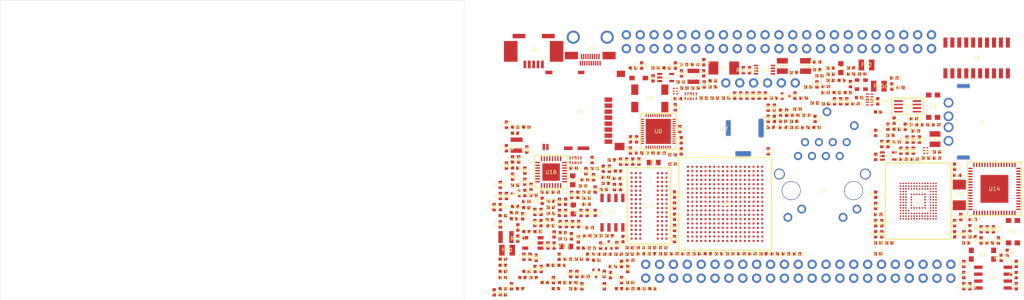
<source format=kicad_pcb>
(kicad_pcb (version 20171130) (host pcbnew 5.0.2)
  (layers (0 F.Cu signal) (1 In1.Cu signal) (2 In2.Cu signal) (31 B.Cu signal) (34 B.Paste user) (35 F.Paste user) (36 B.SilkS user) (37 F.SilkS user) (38 B.Mask user) (39 F.Mask user) (44 Edge.Cuts user))
  (net 1 "DGND")
  (net 2 "EARTH_GND")
  (net 3 "VDD_5V")
  (net 4 "VDD_CORE")
  (net 5 "VDD_MPU")
  (net 6 "VDD_1V8")
  (net 7 "VDD_3V3A")
  (net 8 "VDDS")
  (net 9 "net_PMIC_VOUT_LDO1")
  (net 10 "VRTC")
  (net 11 "VIO")
  (net 12 "VDDS_DDR")
  (net 13 "net_PMIC_VOUT_DCDC1")
  (net 14 "DDR_VREF")
  (net 15 "SYS_5V")
  (net 16 "VDD_3V3B")
  (net 17 "PMIC_POWR_EN")
  (net 18 "PMIC_PGOOD")
  (net 19 "LDO_PGOOD")
  (net 20 "WAKEUP")
  (net 21 "PMIC_INT")
  (net 22 "VDD_3V3AUX")
  (net 23 "PWR_LEDR")
  (net 24 "SYS_RESETn")
  (net 25 "I2C0_SCL")
  (net 26 "I2C0_SDA")
  (net 27 "I2C1_SCL")
  (net 28 "I2C1_SDA")
  (net 29 "I2C2_SCL")
  (net 30 "I2C2_SDA")
  (net 31 "PWR_BUT")
  (net 32 "SDBOOT")
  (net 33 "USB_DC")
  (net 34 "net_CPU_USB0_VBUS")
  (net 35 "USB0_DM")
  (net 36 "USB0_DP")
  (net 37 "USB0_ID")
  (net 38 "VBUS")
  (net 39 "USB1_PWR")
  (net 40 "USB1_DM")
  (net 41 "USB1_DP")
  (net 42 "USB1_ID")
  (net 43 "USB1_VBUS")
  (net 44 "USB1_OCn")
  (net 45 "USB1_DRVVBUS")
  (net 46 "MMC0_CD")
  (net 47 "MMC0_DAT0")
  (net 48 "MMC0_DAT1")
  (net 49 "MMC0_DAT2")
  (net 50 "MMC0_DAT3")
  (net 51 "MMC0_CMD")
  (net 52 "MMC0_CLKO")
  (net 53 "OSC0_IN")
  (net 54 "XTAL0_OUT")
  (net 55 "OSC0_OUT")
  (net 56 "GND_OSC0")
  (net 57 "OSC1_IN")
  (net 58 "XTAL1_OUT")
  (net 59 "OSC1_OUT")
  (net 60 "GND_OSC1")
  (net 61 "LEDAA")
  (net 62 "LEDAC")
  (net 63 "USR0")
  (net 64 "LEDBA")
  (net 65 "LEDBC")
  (net 66 "USR1")
  (net 67 "LEDCA")
  (net 68 "LEDCC")
  (net 69 "USR2")
  (net 70 "LEDDA")
  (net 71 "LEDDC")
  (net 72 "USR3")
  (net 73 "AIN7")
  (net 74 "DDR_RESETn")
  (net 75 "DDR_CLK")
  (net 76 "DDR_CLKn")
  (net 77 "DDR_CKE")
  (net 78 "DDR_CSn")
  (net 79 "DDR_RASn")
  (net 80 "DDR_CASn")
  (net 81 "DDR_WEn")
  (net 82 "DDR_A0")
  (net 83 "DDR_A1")
  (net 84 "DDR_A2")
  (net 85 "DDR_A3")
  (net 86 "DDR_A4")
  (net 87 "DDR_A5")
  (net 88 "DDR_A6")
  (net 89 "DDR_A7")
  (net 90 "DDR_A8")
  (net 91 "DDR_A9")
  (net 92 "DDR_A10")
  (net 93 "DDR_A11")
  (net 94 "DDR_A12")
  (net 95 "DDR_A13")
  (net 96 "DDR_A14")
  (net 97 "DDR_BA0")
  (net 98 "DDR_BA1")
  (net 99 "DDR_BA2")
  (net 100 "DDR_D0")
  (net 101 "DDR_D1")
  (net 102 "DDR_D2")
  (net 103 "DDR_D3")
  (net 104 "DDR_D4")
  (net 105 "DDR_D5")
  (net 106 "DDR_D6")
  (net 107 "DDR_D7")
  (net 108 "DDR_D8")
  (net 109 "DDR_D9")
  (net 110 "DDR_D10")
  (net 111 "DDR_D11")
  (net 112 "DDR_D12")
  (net 113 "DDR_D13")
  (net 114 "DDR_D14")
  (net 115 "DDR_D15")
  (net 116 "DDR_DQS0")
  (net 117 "DDR_DQSN0")
  (net 118 "DDR_DQS1")
  (net 119 "DDR_DQSN1")
  (net 120 "DDR_DQM1")
  (net 121 "DDR_DQM0")
  (net 122 "DDR_ODT")
  (net 123 "MMC1_CMD")
  (net 124 "MMC1_CLK")
  (net 125 "MMC1_DAT0")
  (net 126 "MMC1_DAT1")
  (net 127 "MMC1_DAT2")
  (net 128 "MMC1_DAT3")
  (net 129 "MMC1_DAT4")
  (net 130 "MMC1_DAT5")
  (net 131 "MMC1_DAT6")
  (net 132 "MMC1_DAT7")
  (net 133 "eMMC_RSTn")
  (net 134 "net_BUFFER_Y")
  (net 135 "BF_IN")
  (net 136 "DVI_+5V")
  (net 137 "HDMI_1V8")
  (net 138 "HDMI_TXC_P")
  (net 139 "HDMI_TXC_N")
  (net 140 "HDMI_TX0_P")
  (net 141 "HDMI_TX0_N")
  (net 142 "HDMI_TX1_P")
  (net 143 "HDMI_TX1_N")
  (net 144 "HDMI_TX2_P")
  (net 145 "HDMI_TX2_N")
  (net 146 "LCD_DATA0")
  (net 147 "LCD_DATA1")
  (net 148 "LCD_DATA2")
  (net 149 "LCD_DATA3")
  (net 150 "LCD_DATA4")
  (net 151 "LCD_DATA5")
  (net 152 "LCD_DATA6")
  (net 153 "LCD_DATA7")
  (net 154 "LCD_DATA8")
  (net 155 "LCD_DATA9")
  (net 156 "LCD_DATA10")
  (net 157 "LCD_DATA11")
  (net 158 "LCD_DATA12")
  (net 159 "LCD_DATA13")
  (net 160 "LCD_DATA14")
  (net 161 "LCD_DATA15")
  (net 162 "LCD_VSYNC")
  (net 163 "LCD_HSYNC")
  (net 164 "LCD_DE")
  (net 165 "LCD_PCLK")
  (net 166 "LCDVSYNC")
  (net 167 "LCDHSYNC")
  (net 168 "LCDDE")
  (net 169 "LCDPCLK")
  (net 170 "SPI1_SCLK")
  (net 171 "SPI1_CS0")
  (net 172 "SPI1_D0")
  (net 173 "HDMI_INT")
  (net 174 "HDMI_DSCL")
  (net 175 "HDMI_DSDA")
  (net 176 "HDMICLK_DISn")
  (net 177 "Y4_CLK")
  (net 178 "GPIO3_21")
  (net 179 "PROC_A15")
  (net 180 "XDMA_EVENT_INTRO")
  (net 181 "LOOP_12M")
  (net 182 "FF_Q")
  (net 183 "HDMI_12MHZ")
  (net 184 "HDMI_HPD")
  (net 185 "HDMI_CEC")
  (net 186 "net_D6_a")
  (net 187 "RCLKIN")
  (net 188 "PHY_XTAL2")
  (net 189 "PHY_XTAL1")
  (net 190 "PHYX")
  (net 191 "VDD_PHYA")
  (net 192 "TXP")
  (net 193 "TXN")
  (net 194 "RXP")
  (net 195 "RXN")
  (net 196 "REFCLK0")
  (net 197 "net_ETH_TRANS_RXD2_RMIISEL")
  (net 198 "net_ETH_TRANS_RXD3_PHYAD2")
  (net 199 "net_ETH_TRANS_RXER_RXD4_PHYAD0")
  (net 200 "MODE2")
  (net 201 "RXD1_MODE1")
  (net 202 "RXD0_MODE0")
  (net 203 "ETH_TXD4")
  (net 204 "GRNA")
  (net 205 "YELA")
  (net 206 "TCT_RCT")
  (net 207 "MDIO_DATA")
  (net 208 "MDIO_CLK")
  (net 209 "MII1_RXD3")
  (net 210 "MII1_RXD2")
  (net 211 "MII1_RXD1")
  (net 212 "MII1_RXD0")
  (net 213 "MII1_RXDV")
  (net 214 "net_ETH_TRANS_RXDV")
  (net 215 "MII1_RXCLK")
  (net 216 "MII1_RXERR")
  (net 217 "MII1_TXCLK")
  (net 218 "net_ETH_TRANS_TXCLK")
  (net 219 "MII1_TXEN")
  (net 220 "MII1_TXD0")
  (net 221 "MII1_TXD1")
  (net 222 "MII1_TXD2")
  (net 223 "MII1_TXD3")
  (net 224 "MII1_COL")
  (net 225 "MII1_CRS_DV")
  (net 226 "net_ETH_TRANS_CRS")
  (net 227 "U5_H18")
  (net 228 "MII1_REFCLK")
  (net 229 "UART0_TX")
  (net 230 "UART0_RX")
  (net 231 "B_UART0_RX")
  (net 232 "B_UART0_TX")
  (net 233 "JTAG_TMS")
  (net 234 "JTAG_TDI")
  (net 235 "JTAG_TDO")
  (net 236 "JTAG_TCK")
  (net 237 "JTAG_EMU0")
  (net 238 "JTAG_TRSTn")
  (net 239 "JTAG_EMU1")
  (net 240 "CLKOUT2")
  (net 241 "TIMER4")
  (net 242 "TIMER7")
  (net 243 "TIMER5")
  (net 244 "TIMER6")
  (net 245 "GPIO1_13")
  (net 246 "GPIO1_12")
  (net 247 "EHRPWM2B")
  (net 248 "GPIO0_26")
  (net 249 "GPIO1_15")
  (net 250 "GPIO1_14")
  (net 251 "GPIO0_27")
  (net 252 "GPIO2_1")
  (net 253 "EHRPWM2A")
  (net 254 "GPIO1_29")
  (net 255 "UART4_RXD")
  (net 256 "GPIO1_28")
  (net 257 "UART4_TXD")
  (net 258 "EHRPWM1A")
  (net 259 "U5_T13")
  (net 260 "U5_R13")
  (net 261 "GPIO1_16")
  (net 262 "EHRPWM1B")
  (net 263 "UART2_TXD")
  (net 264 "UART2_RXD")
  (net 265 "GPIO1_17")
  (net 266 "UART1_TXD")
  (net 267 "UART1_RXD")
  (net 268 "GPIO3_19")
  (net 269 "SPI1_D1")
  (net 270 "VDD_ADC")
  (net 271 "AIN4")
  (net 272 "GNDA_ADC")
  (net 273 "AIN6")
  (net 274 "AIN5")
  (net 275 "AIN2")
  (net 276 "AIN3")
  (net 277 "AIN0")
  (net 278 "AIN1")
  (net 279 "CLKOUT_SRC")
  (net 280 "GPIO3_20")
  (net 281 "GPIO0_7SRC")
  (net 282 "GPIO0_7")
  (net 283 "GPIO3_18")
  (net 284 "net_PMIC_BATT")
  (net 285 "net_PMIC_TS")
  (net 286 "net_PMIC_RESET")
  (net 287 "PMIC_int_ldo")
  (net 288 "PMIC_bypass")
  (net 289 "net_PMIC_MUX_IN")
  (net 290 "net_PMIC_MUX_OUT")
  (net 291 "PMIC_ISET1")
  (net 292 "PMIC_ISET2")
  (net 293 "net_PMIC_ISINK1")
  (net 294 "net_PMIC_ISINK2")
  (net 295 "PMIC_sw1")
  (net 296 "PMIC_sw2")
  (net 297 "PMIC_sw3")
  (net 298 "net_CPU_vdd_mpuon")
  (net 299 "net_CPU_cpu_CAP_VDD_SRAM_CORE")
  (net 300 "net_CPU_cpu_CAP_VDD_SRAM_MPU")
  (net 301 "net_CPU_cpu_CAP_VBB_MPU")
  (net 302 "CPU_vdd_pll")
  (net 303 "net_CPU_cpu_DDR_VTP")
  (net 304 "net_CPU_cpu_VREFP")
  (net 305 "net_CPU_cpu_ENZ_KALDO_1P8V")
  (net 306 "net_CPU_cpu_CAP_VDD_RTC")
  (net 307 "net_CPU_USB0_CE")
  (net 308 "net_CPU_USB1_CE")
  (net 309 "DDR3L_ZQ")
  (net 310 "net_eMMC_eMMC_dat_clk")
  (net 311 "net_eMMC_eMMC_VDDIM")
  (net 312 "net_LDO_FB")
  (net 313 "net_HDMI_TRANS_AP2")
  (net 314 "net_HDMI_TRANS_AP4")
  (net 315 "net_HDMI_TRANS_SWING")
  (net 316 "net_HDMI_TRANS_TEST")
  (net 317 "net_Y4_OE")
  (net 318 "net_ETH_CONN_YEL_C")
  (net 319 "net_ETH_CONN_GRN_C")
  (net 320 "net_ETH_TRANS_VDDCR")
  (net 321 "net_ETH_TRANS_RBIAS")
  (net 322 "net_ETH_TRANS_TXEN")
  (net 323 "net_ETH_TRANS_TXD0")
  (net 324 "net_ETH_TRANS_TXD1")
  (net 325 "net_ETH_TRANS_TXD2")
  (net 326 "net_ETH_TRANS_TXD3")
  (net 327 "net_EEPROM_WP")
  (module BeagleBone_Design:qfn-package$74 (layer F.Cu) (at 226.50560059309 101.569565976343 90.0)
    (pad 1 smd rect (at -2.95 -2.2 0.0) (size 0.2 0.7) (net 22 "VDD_3V3AUX") (layers F.Cu))
    (pad 2 smd rect (at -2.95 -1.8 0.0) (size 0.2 0.7) (net 15 "SYS_5V") (layers F.Cu))
    (pad 3 smd rect (at -2.95 -1.4 0.0) (size 0.2 0.7) (net 9 "net_PMIC_VOUT_LDO1") (layers F.Cu))
    (pad 4 smd rect (at -2.95 -1.0 0.0) (size 0.2 0.7) (net 284 "net_PMIC_BATT") (layers F.Cu))
    (pad 5 smd rect (at -2.95 -0.6 0.0) (size 0.2 0.7) (net 284 "net_PMIC_BATT") (layers F.Cu))
    (pad 6 smd rect (at -2.95 -0.2 0.0) (size 0.2 0.7) (net 284 "net_PMIC_BATT") (layers F.Cu))
    (pad 7 smd rect (at -2.95 0.2 0.0) (size 0.2 0.7) (net 15 "SYS_5V") (layers F.Cu))
    (pad 8 smd rect (at -2.95 0.6 0.0) (size 0.2 0.7) (net 15 "SYS_5V") (layers F.Cu))
    (pad 9 smd rect (at -2.95 1.0 0.0) (size 0.2 0.7) (net 17 "PMIC_POWR_EN") (layers F.Cu))
    (pad 10 smd rect (at -2.95 1.4 0.0) (size 0.2 0.7) (net 3 "VDD_5V") (layers F.Cu))
    (pad 11 smd rect (at -2.95 1.8 0.0) (size 0.2 0.7) (net 285 "net_PMIC_TS") (layers F.Cu))
    (pad 12 smd rect (at -2.95 2.2 0.0) (size 0.2 0.7) (net 33 "USB_DC") (layers F.Cu))
    (pad 13 smd rect (at -2.2 2.95 90.0) (size 0.2 0.7) (net 20 "WAKEUP") (layers F.Cu))
    (pad 14 smd rect (at -1.8 2.95 90.0) (size 0.2 0.7) (net 289 "net_PMIC_MUX_IN") (layers F.Cu))
    (pad 15 smd rect (at -1.4 2.95 90.0) (size 0.2 0.7) (layers F.Cu))
    (pad 16 smd rect (at -1.0 2.95 90.0) (size 0.2 0.7) (net 290 "net_PMIC_MUX_OUT") (layers F.Cu))
    (pad 17 smd rect (at -0.6 2.95 90.0) (size 0.2 0.7) (layers F.Cu))
    (pad 18 smd rect (at -0.2 2.95 90.0) (size 0.2 0.7) (net 11 "VIO") (layers F.Cu))
    (pad 19 smd rect (at 0.2 2.95 90.0) (size 0.2 0.7) (net 13 "net_PMIC_VOUT_DCDC1") (layers F.Cu))
    (pad 20 smd rect (at 0.6 2.95 90.0) (size 0.2 0.7) (net 295 "PMIC_sw1") (layers F.Cu))
    (pad 21 smd rect (at 1.0 2.95 90.0) (size 0.2 0.7) (net 15 "SYS_5V") (layers F.Cu))
    (pad 22 smd rect (at 1.4 2.95 90.0) (size 0.2 0.7) (net 15 "SYS_5V") (layers F.Cu))
    (pad 23 smd rect (at 1.8 2.95 90.0) (size 0.2 0.7) (net 296 "PMIC_sw2") (layers F.Cu))
    (pad 24 smd rect (at 2.2 2.95 90.0) (size 0.2 0.7) (net 5 "VDD_MPU") (layers F.Cu))
    (pad 25 smd rect (at 2.95 2.2 180.0) (size 0.2 0.7) (net 31 "PWR_BUT") (layers F.Cu))
    (pad 26 smd rect (at 2.95 1.8 180.0) (size 0.2 0.7) (net 18 "PMIC_PGOOD") (layers F.Cu))
    (pad 27 smd rect (at 2.95 1.4 180.0) (size 0.2 0.7) (net 26 "I2C0_SDA") (layers F.Cu))
    (pad 28 smd rect (at 2.95 1.0 180.0) (size 0.2 0.7) (net 25 "I2C0_SCL") (layers F.Cu))
    (pad 29 smd rect (at 2.95 0.6 180.0) (size 0.2 0.7) (net 4 "VDD_CORE") (layers F.Cu))
    (pad 30 smd rect (at 2.95 0.2 180.0) (size 0.2 0.7) (net 1 "DGND") (layers F.Cu))
    (pad 31 smd rect (at 2.95 -0.2 180.0) (size 0.2 0.7) (net 297 "PMIC_sw3") (layers F.Cu))
    (pad 32 smd rect (at 2.95 -0.6 180.0) (size 0.2 0.7) (net 15 "SYS_5V") (layers F.Cu))
    (pad 33 smd rect (at 2.95 -1.0 180.0) (size 0.2 0.7) (net 294 "net_PMIC_ISINK2") (layers F.Cu))
    (pad 34 smd rect (at 2.95 -1.4 180.0) (size 0.2 0.7) (net 293 "net_PMIC_ISINK1") (layers F.Cu))
    (pad 35 smd rect (at 2.95 -1.8 180.0) (size 0.2 0.7) (net 291 "PMIC_ISET1") (layers F.Cu))
    (pad 36 smd rect (at 2.95 -2.2 180.0) (size 0.2 0.7) (net 292 "PMIC_ISET2") (layers F.Cu))
    (pad 37 smd rect (at 2.2 -2.95 270.0) (size 0.2 0.7) (layers F.Cu))
    (pad 38 smd rect (at 1.8 -2.95 270.0) (size 0.2 0.7) (layers F.Cu))
    (pad 39 smd rect (at 1.4 -2.95 270.0) (size 0.2 0.7) (net 15 "SYS_5V") (layers F.Cu))
    (pad 40 smd rect (at 1.0 -2.95 270.0) (size 0.2 0.7) (net 6 "VDD_1V8") (layers F.Cu))
    (pad 41 smd rect (at 0.6 -2.95 270.0) (size 0.2 0.7) (net 1 "DGND") (layers F.Cu))
    (pad 42 smd rect (at 0.2 -2.95 270.0) (size 0.2 0.7) (net 15 "SYS_5V") (layers F.Cu))
    (pad 43 smd rect (at -0.2 -2.95 270.0) (size 0.2 0.7) (net 7 "VDD_3V3A") (layers F.Cu))
    (pad 44 smd rect (at -0.6 -2.95 270.0) (size 0.2 0.7) (net 286 "net_PMIC_RESET") (layers F.Cu))
    (pad 45 smd rect (at -1.0 -2.95 270.0) (size 0.2 0.7) (net 21 "PMIC_INT") (layers F.Cu))
    (pad 46 smd rect (at -1.4 -2.95 270.0) (size 0.2 0.7) (net 19 "LDO_PGOOD") (layers F.Cu))
    (pad 47 smd rect (at -1.8 -2.95 270.0) (size 0.2 0.7) (net 288 "PMIC_bypass") (layers F.Cu))
    (pad 48 smd rect (at -2.2 -2.95 270.0) (size 0.2 0.7) (net 287 "PMIC_int_ldo") (layers F.Cu))
    (pad 49 smd rect (at 0.0 0.0 90.0) (size 4.6 4.6) (net 1 "DGND") (layers F.Cu))
    (fp_text reference "U0" (at 0.0 0.0) (layer F.SilkS) (effects (font (size 0.7056 0.7056) (thickness 0.10)) (justify)))
  )
  (module BeagleBone_Design:ipc-two-pin-package$81 (layer F.Cu) (at 263.857605597973 91.0595600254155 0.0)
    (pad 1 smd rect (at -0.48 0.0 0.0) (size 0.57 0.62) (net 3 "VDD_5V") (layers F.Cu))
    (pad 2 smd rect (at 0.48 0.0 0.0) (size 0.57 0.62) (net 1 "DGND") (layers F.Cu))
    (fp_text reference "C0" (at 0.0 0.0) (layer F.SilkS) (effects (font (size 0.7056 0.7056) (thickness 0.10)) (justify)))
  )
  (module BeagleBone_Design:ipc-two-pin-package$81 (layer F.Cu) (at 217.192000052929 124.099165166102 0.0)
    (pad 1 smd rect (at -0.48 0.0 0.0) (size 0.57 0.62) (net 33 "USB_DC") (layers F.Cu))
    (pad 2 smd rect (at 0.48 0.0 0.0) (size 0.57 0.62) (net 1 "DGND") (layers F.Cu))
    (fp_text reference "C1" (at 0.0 0.0) (layer F.SilkS) (effects (font (size 0.7056 0.7056) (thickness 0.10)) (justify)))
  )
  (module BeagleBone_Design:ipc-two-pin-package$81 (layer F.Cu) (at 206.83239998579 116.643164838038 180.0)
    (pad 1 smd rect (at -0.48 0.0 180.0) (size 0.57 0.62) (net 15 "SYS_5V") (layers F.Cu))
    (pad 2 smd rect (at 0.48 0.0 180.0) (size 0.57 0.62) (net 1 "DGND") (layers F.Cu))
    (fp_text reference "C2" (at 0.0 0.0) (layer F.SilkS) (effects (font (size 0.7056 0.7056) (thickness 0.10)) (justify)))
  )
  (module BeagleBone_Design:ipc-two-pin-package$81 (layer F.Cu) (at 230.715202949047 105.239161694727 90.0)
    (pad 1 smd rect (at -0.48 0.0 90.0) (size 0.57 0.62) (net 20 "WAKEUP") (layers F.Cu))
    (pad 2 smd rect (at 0.48 0.0 90.0) (size 0.57 0.62) (net 11 "VIO") (layers F.Cu))
    (fp_text reference "R0" (at 0.0 0.0) (layer F.SilkS) (effects (font (size 0.7056 0.7056) (thickness 0.10)) (justify)))
  )
  (module BeagleBone_Design:ipc-two-pin-package$81 (layer F.Cu) (at 222.542400977612 103.029565060816 90.0)
    (pad 1 smd rect (at -0.48 0.0 90.0) (size 0.57 0.62) (net 21 "PMIC_INT") (layers F.Cu))
    (pad 2 smd rect (at 0.48 0.0 90.0) (size 0.57 0.62) (net 11 "VIO") (layers F.Cu))
    (fp_text reference "R1" (at 0.0 0.0) (layer F.SilkS) (effects (font (size 0.7056 0.7056) (thickness 0.10)) (justify)))
  )
  (module BeagleBone_Design:ipc-two-pin-package$81 (layer F.Cu) (at 214.388798377514 106.820765698633 270.0)
    (pad 1 smd rect (at -0.48 0.0 270.0) (size 0.57 0.62) (net 287 "PMIC_int_ldo") (layers F.Cu))
    (pad 2 smd rect (at 0.48 0.0 270.0) (size 0.57 0.62) (net 1 "DGND") (layers F.Cu))
    (fp_text reference "C3" (at 0.0 0.0) (layer F.SilkS) (effects (font (size 0.7056 0.7056) (thickness 0.10)) (justify)))
  )
  (module BeagleBone_Design:ipc-two-pin-package$81 (layer F.Cu) (at 221.419201514721 103.029565060816 90.0)
    (pad 1 smd rect (at -0.48 0.0 90.0) (size 0.57 0.62) (net 288 "PMIC_bypass") (layers F.Cu))
    (pad 2 smd rect (at 0.48 0.0 90.0) (size 0.57 0.62) (net 1 "DGND") (layers F.Cu))
    (fp_text reference "C4" (at 0.0 0.0) (layer F.SilkS) (effects (font (size 0.7056 0.7056) (thickness 0.10)) (justify)))
  )
  (module BeagleBone_Design:ind_5Ffootprint (layer F.Cu) (at 232.962002418041 91.4745647556402 270.0)
    (pad 1 smd rect (at -1.0 0.0 270.0) (size 0.8 2.2) (net 295 "PMIC_sw1") (layers F.Cu))
    (pad 2 smd rect (at 1.0 0.0 270.0) (size 0.8 2.2) (net 13 "net_PMIC_VOUT_DCDC1") (layers F.Cu))
    (fp_text reference "L0" (at 0.0 0.0) (layer F.SilkS) (effects (font (size 0.7 0.7) (thickness 0.10)) (justify)))
  )
  (module BeagleBone_Design:ipc-two-pin-package$81 (layer F.Cu) (at 217.555197379589 108.416764462671 270.0)
    (pad 1 smd rect (at -0.48 0.0 270.0) (size 0.57 0.62) (net 15 "SYS_5V") (layers F.Cu))
    (pad 2 smd rect (at 0.48 0.0 270.0) (size 0.57 0.62) (net 1 "DGND") (layers F.Cu))
    (fp_text reference "C5" (at 0.0 0.0) (layer F.SilkS) (effects (font (size 0.7056 0.7056) (thickness 0.10)) (justify)))
  )
  (module BeagleBone_Design:ipc-two-pin-package$81 (layer F.Cu) (at 219.598396918774 111.786362851343 90.0)
    (pad 1 smd rect (at -0.48 0.0 90.0) (size 0.57 0.62) (net 13 "net_PMIC_VOUT_DCDC1") (layers F.Cu))
    (pad 2 smd rect (at 0.48 0.0 90.0) (size 0.57 0.62) (net 1 "DGND") (layers F.Cu))
    (fp_text reference "C6" (at 0.0 0.0) (layer F.SilkS) (effects (font (size 0.7056 0.7056) (thickness 0.10)) (justify)))
  )
  (module BeagleBone_Design:ind_5Ffootprint (layer F.Cu) (at 198.623200080395 120.952765668116 180.0)
    (pad 1 smd rect (at -1.0 0.0 180.0) (size 0.8 2.2) (net 296 "PMIC_sw2") (layers F.Cu))
    (pad 2 smd rect (at 1.0 0.0 180.0) (size 0.8 2.2) (net 5 "VDD_MPU") (layers F.Cu))
    (fp_text reference "L1" (at 0.0 0.0) (layer F.SilkS) (effects (font (size 0.7 0.7) (thickness 0.10)) (justify)))
  )
  (module BeagleBone_Design:ipc-two-pin-package$81 (layer F.Cu) (at 208.355999610424 124.559165204249 90.0)
    (pad 1 smd rect (at -0.48 0.0 90.0) (size 0.57 0.62) (net 15 "SYS_5V") (layers F.Cu))
    (pad 2 smd rect (at 0.48 0.0 90.0) (size 0.57 0.62) (net 1 "DGND") (layers F.Cu))
    (fp_text reference "C7" (at 0.0 0.0) (layer F.SilkS) (effects (font (size 0.7056 0.7056) (thickness 0.10)) (justify)))
  )
  (module BeagleBone_Design:ipc-two-pin-package$81 (layer F.Cu) (at 223.321598670483 122.902364934168 0.0)
    (pad 1 smd rect (at -0.48 0.0 0.0) (size 0.57 0.62) (net 5 "VDD_MPU") (layers F.Cu))
    (pad 2 smd rect (at 0.48 0.0 0.0) (size 0.57 0.62) (net 1 "DGND") (layers F.Cu))
    (fp_text reference "C8" (at 0.0 0.0) (layer F.SilkS) (effects (font (size 0.7056 0.7056) (thickness 0.10)) (justify)))
  )
  (module BeagleBone_Design:ind_5Ffootprint (layer F.Cu) (at 200.569600245953 104.090768063746 270.0)
    (pad 1 smd rect (at -1.0 0.0 270.0) (size 0.8 2.2) (net 297 "PMIC_sw3") (layers F.Cu))
    (pad 2 smd rect (at 1.0 0.0 270.0) (size 0.8 2.2) (net 4 "VDD_CORE") (layers F.Cu))
    (fp_text reference "L2" (at 0.0 0.0) (layer F.SilkS) (effects (font (size 0.7 0.7) (thickness 0.10)) (justify)))
  )
  (module BeagleBone_Design:ipc-two-pin-package$81 (layer F.Cu) (at 209.019200942516 121.272764409266 180.0)
    (pad 1 smd rect (at -0.48 0.0 180.0) (size 0.57 0.62) (net 15 "SYS_5V") (layers F.Cu))
    (pad 2 smd rect (at 0.48 0.0 180.0) (size 0.57 0.62) (net 1 "DGND") (layers F.Cu))
    (fp_text reference "C9" (at 0.0 0.0) (layer F.SilkS) (effects (font (size 0.7056 0.7056) (thickness 0.10)) (justify)))
  )
  (module BeagleBone_Design:ipc-two-pin-package$81 (layer F.Cu) (at 216.625200889111 129.971965039454 90.0)
    (pad 1 smd rect (at -0.48 0.0 90.0) (size 0.57 0.62) (net 4 "VDD_CORE") (layers F.Cu))
    (pad 2 smd rect (at 0.48 0.0 90.0) (size 0.57 0.62) (net 1 "DGND") (layers F.Cu))
    (fp_text reference "C10" (at 0.0 0.0) (layer F.SilkS) (effects (font (size 0.7056 0.7056) (thickness 0.10)) (justify)))
  )
  (module BeagleBone_Design:ipc-two-pin-package$81 (layer F.Cu) (at 266.781601569653 98.0131694919683 180.0)
    (pad 1 smd rect (at -0.48 0.0 180.0) (size 0.57 0.62) (net 15 "SYS_5V") (layers F.Cu))
    (pad 2 smd rect (at 0.48 0.0 180.0) (size 0.57 0.62) (net 1 "DGND") (layers F.Cu))
    (fp_text reference "C11" (at 0.0 0.0) (layer F.SilkS) (effects (font (size 0.7056 0.7056) (thickness 0.10)) (justify)))
  )
  (module BeagleBone_Design:ipc-two-pin-package$81 (layer F.Cu) (at 218.475197455883 111.786362851343 270.0)
    (pad 1 smd rect (at -0.48 0.0 270.0) (size 0.57 0.62) (net 9 "net_PMIC_VOUT_LDO1") (layers F.Cu))
    (pad 2 smd rect (at 0.48 0.0 270.0) (size 0.57 0.62) (net 1 "DGND") (layers F.Cu))
    (fp_text reference "C12" (at 0.0 0.0) (layer F.SilkS) (effects (font (size 0.7056 0.7056) (thickness 0.10)) (justify)))
  )
  (module BeagleBone_Design:ipc-two-pin-package$81 (layer F.Cu) (at 219.598396918774 107.115964139185 90.0)
    (pad 1 smd rect (at -0.48 0.0 90.0) (size 0.57 0.62) (net 22 "VDD_3V3AUX") (layers F.Cu))
    (pad 2 smd rect (at 0.48 0.0 90.0) (size 0.57 0.62) (net 1 "DGND") (layers F.Cu))
    (fp_text reference "C13" (at 0.0 0.0) (layer F.SilkS) (effects (font (size 0.7056 0.7056) (thickness 0.10)) (justify)))
  )
  (module BeagleBone_Design:ipc-two-pin-package$81 (layer F.Cu) (at 270.151199958324 101.179568494043 180.0)
    (pad 1 smd rect (at -0.48 0.0 180.0) (size 0.57 0.62) (net 15 "SYS_5V") (layers F.Cu))
    (pad 2 smd rect (at 0.48 0.0 180.0) (size 0.57 0.62) (net 1 "DGND") (layers F.Cu))
    (fp_text reference "C14" (at 0.0 0.0) (layer F.SilkS) (effects (font (size 0.7056 0.7056) (thickness 0.10)) (justify)))
  )
  (module BeagleBone_Design:ipc-two-pin-package$81 (layer F.Cu) (at 229.481201789379 115.189564908228 90.0)
    (pad 1 smd rect (at -0.48 0.0 90.0) (size 0.57 0.62) (net 6 "VDD_1V8") (layers F.Cu))
    (pad 2 smd rect (at 0.48 0.0 90.0) (size 0.57 0.62) (net 1 "DGND") (layers F.Cu))
    (fp_text reference "C15" (at 0.0 0.0) (layer F.SilkS) (effects (font (size 0.7056 0.7056) (thickness 0.10)) (justify)))
  )
  (module BeagleBone_Design:ipc-two-pin-package$81 (layer F.Cu) (at 211.605600020885 127.725565159998 270.0)
    (pad 1 smd rect (at -0.48 0.0 270.0) (size 0.57 0.62) (net 15 "SYS_5V") (layers F.Cu))
    (pad 2 smd rect (at 0.48 0.0 270.0) (size 0.57 0.62) (net 1 "DGND") (layers F.Cu))
    (fp_text reference "C16" (at 0.0 0.0) (layer F.SilkS) (effects (font (size 0.7056 0.7056) (thickness 0.10)) (justify)))
  )
  (module BeagleBone_Design:ipc-two-pin-package$81 (layer F.Cu) (at 216.625200889111 127.725565159998 90.0)
    (pad 1 smd rect (at -0.48 0.0 90.0) (size 0.57 0.62) (net 7 "VDD_3V3A") (layers F.Cu))
    (pad 2 smd rect (at 0.48 0.0 90.0) (size 0.57 0.62) (net 1 "DGND") (layers F.Cu))
    (fp_text reference "C17" (at 0.0 0.0) (layer F.SilkS) (effects (font (size 0.7056 0.7056) (thickness 0.10)) (justify)))
  )
  (module BeagleBone_Design:bga-pkg$111 (layer F.Cu) (at 238.755203864574 114.862363064966 0.0)
    (pad A1 smd circle (at -6.8 -6.8 0.0) (size 0.4 0.4) (net 1 "DGND") (layers F.Cu F.Mask F.Paste))
    (pad B1 smd circle (at -6.8 -6.0 0.0) (size 0.4 0.4) (net 87 "DDR_A5") (layers F.Cu F.Mask F.Paste))
    (pad C1 smd circle (at -6.8 -5.2 0.0) (size 0.4 0.4) (net 91 "DDR_A9") (layers F.Cu F.Mask F.Paste))
    (pad D1 smd circle (at -6.8 -4.4 0.0) (size 0.4 0.4) (net 76 "DDR_CLKn") (layers F.Cu F.Mask F.Paste))
    (pad E1 smd circle (at -6.8 -3.6 0.0) (size 0.4 0.4) (net 98 "DDR_BA1") (layers F.Cu F.Mask F.Paste))
    (pad F1 smd circle (at -6.8 -2.8 0.0) (size 0.4 0.4) (net 80 "DDR_CASn") (layers F.Cu F.Mask F.Paste))
    (pad G1 smd circle (at -6.8 -2.0 0.0) (size 0.4 0.4) (net 122 "DDR_ODT") (layers F.Cu F.Mask F.Paste))
    (pad H1 smd circle (at -6.8 -1.2 0.0) (size 0.4 0.4) (net 83 "DDR_A1") (layers F.Cu F.Mask F.Paste))
    (pad J1 smd circle (at -6.8 -0.4 0.0) (size 0.4 0.4) (net 108 "DDR_D8") (layers F.Cu F.Mask F.Paste))
    (pad K1 smd circle (at -6.8 0.4 0.0) (size 0.4 0.4) (net 109 "DDR_D9") (layers F.Cu F.Mask F.Paste))
    (pad L1 smd circle (at -6.8 1.2 0.0) (size 0.4 0.4) (net 118 "DDR_DQS1") (layers F.Cu F.Mask F.Paste))
    (pad M1 smd circle (at -6.8 2.0 0.0) (size 0.4 0.4) (net 115 "DDR_D15") (layers F.Cu F.Mask F.Paste))
    (pad N1 smd circle (at -6.8 2.8 0.0) (size 0.4 0.4) (net 102 "DDR_D2") (layers F.Cu F.Mask F.Paste))
    (pad P1 smd circle (at -6.8 3.6 0.0) (size 0.4 0.4) (net 116 "DDR_DQS0") (layers F.Cu F.Mask F.Paste))
    (pad R1 smd circle (at -6.8 4.4 0.0) (size 0.4 0.4) (net 146 "LCD_DATA0") (layers F.Cu F.Mask F.Paste))
    (pad T1 smd circle (at -6.8 5.2 0.0) (size 0.4 0.4) (net 150 "LCD_DATA4") (layers F.Cu F.Mask F.Paste))
    (pad U1 smd circle (at -6.8 6.0 0.0) (size 0.4 0.4) (net 154 "LCD_DATA8") (layers F.Cu F.Mask F.Paste))
    (pad V1 smd circle (at -6.8 6.8 0.0) (size 0.4 0.4) (net 1 "DGND") (layers F.Cu F.Mask F.Paste))
    (pad A2 smd circle (at -6.0 -6.8 0.0) (size 0.4 0.4) (net 298 "net_CPU_vdd_mpuon") (layers F.Cu F.Mask F.Paste))
    (pad B2 smd circle (at -6.0 -6.0 0.0) (size 0.4 0.4) (net 81 "DDR_WEn") (layers F.Cu F.Mask F.Paste))
    (pad C2 smd circle (at -6.0 -5.2 0.0) (size 0.4 0.4) (net 86 "DDR_A4") (layers F.Cu F.Mask F.Paste))
    (pad D2 smd circle (at -6.0 -4.4 0.0) (size 0.4 0.4) (net 75 "DDR_CLK") (layers F.Cu F.Mask F.Paste))
    (pad E2 smd circle (at -6.0 -3.6 0.0) (size 0.4 0.4) (net 89 "DDR_A7") (layers F.Cu F.Mask F.Paste))
    (pad F2 smd circle (at -6.0 -2.8 0.0) (size 0.4 0.4) (net 93 "DDR_A11") (layers F.Cu F.Mask F.Paste))
    (pad G2 smd circle (at -6.0 -2.0 0.0) (size 0.4 0.4) (net 74 "DDR_RESETn") (layers F.Cu F.Mask F.Paste))
    (pad H2 smd circle (at -6.0 -1.2 0.0) (size 0.4 0.4) (net 78 "DDR_CSn") (layers F.Cu F.Mask F.Paste))
    (pad J2 smd circle (at -6.0 -0.4 0.0) (size 0.4 0.4) (net 120 "DDR_DQM1") (layers F.Cu F.Mask F.Paste))
    (pad K2 smd circle (at -6.0 0.4 0.0) (size 0.4 0.4) (net 110 "DDR_D10") (layers F.Cu F.Mask F.Paste))
    (pad L2 smd circle (at -6.0 1.2 0.0) (size 0.4 0.4) (net 119 "DDR_DQSN1") (layers F.Cu F.Mask F.Paste))
    (pad M2 smd circle (at -6.0 2.0 0.0) (size 0.4 0.4) (net 121 "DDR_DQM0") (layers F.Cu F.Mask F.Paste))
    (pad N2 smd circle (at -6.0 2.8 0.0) (size 0.4 0.4) (net 103 "DDR_D3") (layers F.Cu F.Mask F.Paste))
    (pad P2 smd circle (at -6.0 3.6 0.0) (size 0.4 0.4) (net 117 "DDR_DQSN0") (layers F.Cu F.Mask F.Paste))
    (pad R2 smd circle (at -6.0 4.4 0.0) (size 0.4 0.4) (net 147 "LCD_DATA1") (layers F.Cu F.Mask F.Paste))
    (pad T2 smd circle (at -6.0 5.2 0.0) (size 0.4 0.4) (net 151 "LCD_DATA5") (layers F.Cu F.Mask F.Paste))
    (pad U2 smd circle (at -6.0 6.0 0.0) (size 0.4 0.4) (net 155 "LCD_DATA9") (layers F.Cu F.Mask F.Paste))
    (pad V2 smd circle (at -6.0 6.8 0.0) (size 0.4 0.4) (net 158 "LCD_DATA12") (layers F.Cu F.Mask F.Paste))
    (pad A3 smd circle (at -5.2 -6.8 0.0) (size 0.4 0.4) (layers F.Cu F.Mask F.Paste))
    (pad B3 smd circle (at -5.2 -6.0 0.0) (size 0.4 0.4) (net 99 "DDR_BA2") (layers F.Cu F.Mask F.Paste))
    (pad C3 smd circle (at -5.2 -5.2 0.0) (size 0.4 0.4) (net 85 "DDR_A3") (layers F.Cu F.Mask F.Paste))
    (pad D3 smd circle (at -5.2 -4.4 0.0) (size 0.4 0.4) (layers F.Cu F.Mask F.Paste))
    (pad E3 smd circle (at -5.2 -3.6 0.0) (size 0.4 0.4) (net 94 "DDR_A12") (layers F.Cu F.Mask F.Paste))
    (pad F3 smd circle (at -5.2 -2.8 0.0) (size 0.4 0.4) (net 82 "DDR_A0") (layers F.Cu F.Mask F.Paste))
    (pad G3 smd circle (at -5.2 -2.0 0.0) (size 0.4 0.4) (net 77 "DDR_CKE") (layers F.Cu F.Mask F.Paste))
    (pad H3 smd circle (at -5.2 -1.2 0.0) (size 0.4 0.4) (net 95 "DDR_A13") (layers F.Cu F.Mask F.Paste))
    (pad J3 smd circle (at -5.2 -0.4 0.0) (size 0.4 0.4) (net 303 "net_CPU_cpu_DDR_VTP") (layers F.Cu F.Mask F.Paste))
    (pad K3 smd circle (at -5.2 0.4 0.0) (size 0.4 0.4) (net 111 "DDR_D11") (layers F.Cu F.Mask F.Paste))
    (pad L3 smd circle (at -5.2 1.2 0.0) (size 0.4 0.4) (net 113 "DDR_D13") (layers F.Cu F.Mask F.Paste))
    (pad M3 smd circle (at -5.2 2.0 0.0) (size 0.4 0.4) (net 100 "DDR_D0") (layers F.Cu F.Mask F.Paste))
    (pad N3 smd circle (at -5.2 2.8 0.0) (size 0.4 0.4) (net 104 "DDR_D4") (layers F.Cu F.Mask F.Paste))
    (pad P3 smd circle (at -5.2 3.6 0.0) (size 0.4 0.4) (net 106 "DDR_D6") (layers F.Cu F.Mask F.Paste))
    (pad R3 smd circle (at -5.2 4.4 0.0) (size 0.4 0.4) (net 148 "LCD_DATA2") (layers F.Cu F.Mask F.Paste))
    (pad T3 smd circle (at -5.2 5.2 0.0) (size 0.4 0.4) (net 152 "LCD_DATA6") (layers F.Cu F.Mask F.Paste))
    (pad U3 smd circle (at -5.2 6.0 0.0) (size 0.4 0.4) (net 156 "LCD_DATA10") (layers F.Cu F.Mask F.Paste))
    (pad V3 smd circle (at -5.2 6.8 0.0) (size 0.4 0.4) (net 159 "LCD_DATA13") (layers F.Cu F.Mask F.Paste))
    (pad A4 smd circle (at -4.4 -6.8 0.0) (size 0.4 0.4) (net 59 "OSC1_OUT") (layers F.Cu F.Mask F.Paste))
    (pad B4 smd circle (at -4.4 -6.0 0.0) (size 0.4 0.4) (net 305 "net_CPU_cpu_ENZ_KALDO_1P8V") (layers F.Cu F.Mask F.Paste))
    (pad C4 smd circle (at -4.4 -5.2 0.0) (size 0.4 0.4) (net 97 "DDR_BA0") (layers F.Cu F.Mask F.Paste))
    (pad D4 smd circle (at -4.4 -4.4 0.0) (size 0.4 0.4) (net 90 "DDR_A8") (layers F.Cu F.Mask F.Paste))
    (pad E4 smd circle (at -4.4 -3.6 0.0) (size 0.4 0.4) (net 84 "DDR_A2") (layers F.Cu F.Mask F.Paste))
    (pad F4 smd circle (at -4.4 -2.8 0.0) (size 0.4 0.4) (net 92 "DDR_A10") (layers F.Cu F.Mask F.Paste))
    (pad G4 smd circle (at -4.4 -2.0 0.0) (size 0.4 0.4) (net 79 "DDR_RASn") (layers F.Cu F.Mask F.Paste))
    (pad H4 smd circle (at -4.4 -1.2 0.0) (size 0.4 0.4) (net 96 "DDR_A14") (layers F.Cu F.Mask F.Paste))
    (pad J4 smd circle (at -4.4 -0.4 0.0) (size 0.4 0.4) (net 14 "DDR_VREF") (layers F.Cu F.Mask F.Paste))
    (pad K4 smd circle (at -4.4 0.4 0.0) (size 0.4 0.4) (net 112 "DDR_D12") (layers F.Cu F.Mask F.Paste))
    (pad L4 smd circle (at -4.4 1.2 0.0) (size 0.4 0.4) (net 114 "DDR_D14") (layers F.Cu F.Mask F.Paste))
    (pad M4 smd circle (at -4.4 2.0 0.0) (size 0.4 0.4) (net 101 "DDR_D1") (layers F.Cu F.Mask F.Paste))
    (pad N4 smd circle (at -4.4 2.8 0.0) (size 0.4 0.4) (net 105 "DDR_D5") (layers F.Cu F.Mask F.Paste))
    (pad P4 smd circle (at -4.4 3.6 0.0) (size 0.4 0.4) (net 107 "DDR_D7") (layers F.Cu F.Mask F.Paste))
    (pad R4 smd circle (at -4.4 4.4 0.0) (size 0.4 0.4) (net 149 "LCD_DATA3") (layers F.Cu F.Mask F.Paste))
    (pad T4 smd circle (at -4.4 5.2 0.0) (size 0.4 0.4) (net 153 "LCD_DATA7") (layers F.Cu F.Mask F.Paste))
    (pad U4 smd circle (at -4.4 6.0 0.0) (size 0.4 0.4) (net 157 "LCD_DATA11") (layers F.Cu F.Mask F.Paste))
    (pad V4 smd circle (at -4.4 6.8 0.0) (size 0.4 0.4) (net 160 "LCD_DATA14") (layers F.Cu F.Mask F.Paste))
    (pad A5 smd circle (at -3.6 -6.8 0.0) (size 0.4 0.4) (net 60 "GND_OSC1") (layers F.Cu F.Mask F.Paste))
    (pad B5 smd circle (at -3.6 -6.0 0.0) (size 0.4 0.4) (net 19 "LDO_PGOOD") (layers F.Cu F.Mask F.Paste))
    (pad C5 smd circle (at -3.6 -5.2 0.0) (size 0.4 0.4) (net 20 "WAKEUP") (layers F.Cu F.Mask F.Paste))
    (pad D5 smd circle (at -3.6 -4.4 0.0) (size 0.4 0.4) (net 88 "DDR_A6") (layers F.Cu F.Mask F.Paste))
    (pad E5 smd circle (at -3.6 -3.6 0.0) (size 0.4 0.4) (net 12 "VDDS_DDR") (layers F.Cu F.Mask F.Paste))
    (pad F5 smd circle (at -3.6 -2.8 0.0) (size 0.4 0.4) (net 12 "VDDS_DDR") (layers F.Cu F.Mask F.Paste))
    (pad G5 smd circle (at -3.6 -2.0 0.0) (size 0.4 0.4) (net 12 "VDDS_DDR") (layers F.Cu F.Mask F.Paste))
    (pad H5 smd circle (at -3.6 -1.2 0.0) (size 0.4 0.4) (net 12 "VDDS_DDR") (layers F.Cu F.Mask F.Paste))
    (pad J5 smd circle (at -3.6 -0.4 0.0) (size 0.4 0.4) (net 12 "VDDS_DDR") (layers F.Cu F.Mask F.Paste))
    (pad K5 smd circle (at -3.6 0.4 0.0) (size 0.4 0.4) (net 12 "VDDS_DDR") (layers F.Cu F.Mask F.Paste))
    (pad L5 smd circle (at -3.6 1.2 0.0) (size 0.4 0.4) (net 12 "VDDS_DDR") (layers F.Cu F.Mask F.Paste))
    (pad M5 smd circle (at -3.6 2.0 0.0) (size 0.4 0.4) (layers F.Cu F.Mask F.Paste))
    (pad N5 smd circle (at -3.6 2.8 0.0) (size 0.4 0.4) (net 7 "VDD_3V3A") (layers F.Cu F.Mask F.Paste))
    (pad P5 smd circle (at -3.6 3.6 0.0) (size 0.4 0.4) (net 7 "VDD_3V3A") (layers F.Cu F.Mask F.Paste))
    (pad R5 smd circle (at -3.6 4.4 0.0) (size 0.4 0.4) (net 167 "LCDHSYNC") (layers F.Cu F.Mask F.Paste))
    (pad T5 smd circle (at -3.6 5.2 0.0) (size 0.4 0.4) (net 161 "LCD_DATA15") (layers F.Cu F.Mask F.Paste))
    (pad U5 smd circle (at -3.6 6.0 0.0) (size 0.4 0.4) (net 166 "LCDVSYNC") (layers F.Cu F.Mask F.Paste))
    (pad V5 smd circle (at -3.6 6.8 0.0) (size 0.4 0.4) (net 169 "LCDPCLK") (layers F.Cu F.Mask F.Paste))
    (pad A6 smd circle (at -2.8 -6.8 0.0) (size 0.4 0.4) (net 57 "OSC1_IN") (layers F.Cu F.Mask F.Paste))
    (pad B6 smd circle (at -2.8 -6.0 0.0) (size 0.4 0.4) (net 277 "AIN0") (layers F.Cu F.Mask F.Paste))
    (pad C6 smd circle (at -2.8 -5.2 0.0) (size 0.4 0.4) (net 17 "PMIC_POWR_EN") (layers F.Cu F.Mask F.Paste))
    (pad D6 smd circle (at -2.8 -4.4 0.0) (size 0.4 0.4) (net 306 "net_CPU_cpu_CAP_VDD_RTC") (layers F.Cu F.Mask F.Paste))
    (pad E6 smd circle (at -2.8 -3.6 0.0) (size 0.4 0.4) (net 8 "VDDS") (layers F.Cu F.Mask F.Paste))
    (pad F6 smd circle (at -2.8 -2.8 0.0) (size 0.4 0.4) (net 4 "VDD_CORE") (layers F.Cu F.Mask F.Paste))
    (pad G6 smd circle (at -2.8 -2.0 0.0) (size 0.4 0.4) (net 4 "VDD_CORE") (layers F.Cu F.Mask F.Paste))
    (pad H6 smd circle (at -2.8 -1.2 0.0) (size 0.4 0.4) (net 1 "DGND") (layers F.Cu F.Mask F.Paste))
    (pad J6 smd circle (at -2.8 -0.4 0.0) (size 0.4 0.4) (net 1 "DGND") (layers F.Cu F.Mask F.Paste))
    (pad K6 smd circle (at -2.8 0.4 0.0) (size 0.4 0.4) (net 4 "VDD_CORE") (layers F.Cu F.Mask F.Paste))
    (pad L6 smd circle (at -2.8 1.2 0.0) (size 0.4 0.4) (net 4 "VDD_CORE") (layers F.Cu F.Mask F.Paste))
    (pad M6 smd circle (at -2.8 2.0 0.0) (size 0.4 0.4) (net 1 "DGND") (layers F.Cu F.Mask F.Paste))
    (pad N6 smd circle (at -2.8 2.8 0.0) (size 0.4 0.4) (net 8 "VDDS") (layers F.Cu F.Mask F.Paste))
    (pad P6 smd circle (at -2.8 3.6 0.0) (size 0.4 0.4) (net 7 "VDD_3V3A") (layers F.Cu F.Mask F.Paste))
    (pad R6 smd circle (at -2.8 4.4 0.0) (size 0.4 0.4) (net 168 "LCDDE") (layers F.Cu F.Mask F.Paste))
    (pad T6 smd circle (at -2.8 5.2 0.0) (size 0.4 0.4) (net 243 "TIMER5") (layers F.Cu F.Mask F.Paste))
    (pad U6 smd circle (at -2.8 6.0 0.0) (size 0.4 0.4) (net 244 "TIMER6") (layers F.Cu F.Mask F.Paste))
    (pad V6 smd circle (at -2.8 6.8 0.0) (size 0.4 0.4) (net 254 "GPIO1_29") (layers F.Cu F.Mask F.Paste))
    (pad A7 smd circle (at -2.0 -6.8 0.0) (size 0.4 0.4) (net 276 "AIN3") (layers F.Cu F.Mask F.Paste))
    (pad B7 smd circle (at -2.0 -6.0 0.0) (size 0.4 0.4) (net 275 "AIN2") (layers F.Cu F.Mask F.Paste))
    (pad C7 smd circle (at -2.0 -5.2 0.0) (size 0.4 0.4) (net 278 "AIN1") (layers F.Cu F.Mask F.Paste))
    (pad D7 smd circle (at -2.0 -4.4 0.0) (size 0.4 0.4) (net 10 "VRTC") (layers F.Cu F.Mask F.Paste))
    (pad E7 smd circle (at -2.0 -3.6 0.0) (size 0.4 0.4) (net 302 "CPU_vdd_pll") (layers F.Cu F.Mask F.Paste))
    (pad F7 smd circle (at -2.0 -2.8 0.0) (size 0.4 0.4) (net 4 "VDD_CORE") (layers F.Cu F.Mask F.Paste))
    (pad G7 smd circle (at -2.0 -2.0 0.0) (size 0.4 0.4) (net 4 "VDD_CORE") (layers F.Cu F.Mask F.Paste))
    (pad H7 smd circle (at -2.0 -1.2 0.0) (size 0.4 0.4) (net 1 "DGND") (layers F.Cu F.Mask F.Paste))
    (pad J7 smd circle (at -2.0 -0.4 0.0) (size 0.4 0.4) (net 1 "DGND") (layers F.Cu F.Mask F.Paste))
    (pad K7 smd circle (at -2.0 0.4 0.0) (size 0.4 0.4) (net 1 "DGND") (layers F.Cu F.Mask F.Paste))
    (pad L7 smd circle (at -2.0 1.2 0.0) (size 0.4 0.4) (net 4 "VDD_CORE") (layers F.Cu F.Mask F.Paste))
    (pad M7 smd circle (at -2.0 2.0 0.0) (size 0.4 0.4) (net 1 "DGND") (layers F.Cu F.Mask F.Paste))
    (pad N7 smd circle (at -2.0 2.8 0.0) (size 0.4 0.4) (net 1 "DGND") (layers F.Cu F.Mask F.Paste))
    (pad P7 smd circle (at -2.0 3.6 0.0) (size 0.4 0.4) (net 7 "VDD_3V3A") (layers F.Cu F.Mask F.Paste))
    (pad R7 smd circle (at -2.0 4.4 0.0) (size 0.4 0.4) (net 241 "TIMER4") (layers F.Cu F.Mask F.Paste))
    (pad T7 smd circle (at -2.0 5.2 0.0) (size 0.4 0.4) (net 242 "TIMER7") (layers F.Cu F.Mask F.Paste))
    (pad U7 smd circle (at -2.0 6.0 0.0) (size 0.4 0.4) (net 125 "MMC1_DAT0") (layers F.Cu F.Mask F.Paste))
    (pad V7 smd circle (at -2.0 6.8 0.0) (size 0.4 0.4) (net 126 "MMC1_DAT1") (layers F.Cu F.Mask F.Paste))
    (pad A8 smd circle (at -1.2 -6.8 0.0) (size 0.4 0.4) (net 273 "AIN6") (layers F.Cu F.Mask F.Paste))
    (pad B8 smd circle (at -1.2 -6.0 0.0) (size 0.4 0.4) (net 274 "AIN5") (layers F.Cu F.Mask F.Paste))
    (pad C8 smd circle (at -1.2 -5.2 0.0) (size 0.4 0.4) (net 271 "AIN4") (layers F.Cu F.Mask F.Paste))
    (pad D8 smd circle (at -1.2 -4.4 0.0) (size 0.4 0.4) (net 270 "VDD_ADC") (layers F.Cu F.Mask F.Paste))
    (pad E8 smd circle (at -1.2 -3.6 0.0) (size 0.4 0.4) (net 272 "GNDA_ADC") (layers F.Cu F.Mask F.Paste))
    (pad F8 smd circle (at -1.2 -2.8 0.0) (size 0.4 0.4) (net 1 "DGND") (layers F.Cu F.Mask F.Paste))
    (pad G8 smd circle (at -1.2 -2.0 0.0) (size 0.4 0.4) (net 1 "DGND") (layers F.Cu F.Mask F.Paste))
    (pad H8 smd circle (at -1.2 -1.2 0.0) (size 0.4 0.4) (net 1 "DGND") (layers F.Cu F.Mask F.Paste))
    (pad J8 smd circle (at -1.2 -0.4 0.0) (size 0.4 0.4) (net 1 "DGND") (layers F.Cu F.Mask F.Paste))
    (pad K8 smd circle (at -1.2 0.4 0.0) (size 0.4 0.4) (net 4 "VDD_CORE") (layers F.Cu F.Mask F.Paste))
    (pad L8 smd circle (at -1.2 1.2 0.0) (size 0.4 0.4) (net 4 "VDD_CORE") (layers F.Cu F.Mask F.Paste))
    (pad M8 smd circle (at -1.2 2.0 0.0) (size 0.4 0.4) (net 1 "DGND") (layers F.Cu F.Mask F.Paste))
    (pad N8 smd circle (at -1.2 2.8 0.0) (size 0.4 0.4) (net 4 "VDD_CORE") (layers F.Cu F.Mask F.Paste))
    (pad P8 smd circle (at -1.2 3.6 0.0) (size 0.4 0.4) (net 7 "VDD_3V3A") (layers F.Cu F.Mask F.Paste))
    (pad R8 smd circle (at -1.2 4.4 0.0) (size 0.4 0.4) (net 127 "MMC1_DAT2") (layers F.Cu F.Mask F.Paste))
    (pad T8 smd circle (at -1.2 5.2 0.0) (size 0.4 0.4) (net 128 "MMC1_DAT3") (layers F.Cu F.Mask F.Paste))
    (pad U8 smd circle (at -1.2 6.0 0.0) (size 0.4 0.4) (net 129 "MMC1_DAT4") (layers F.Cu F.Mask F.Paste))
    (pad V8 smd circle (at -1.2 6.8 0.0) (size 0.4 0.4) (net 130 "MMC1_DAT5") (layers F.Cu F.Mask F.Paste))
    (pad A9 smd circle (at -0.4 -6.8 0.0) (size 0.4 0.4) (net 272 "GNDA_ADC") (layers F.Cu F.Mask F.Paste))
    (pad B9 smd circle (at -0.4 -6.0 0.0) (size 0.4 0.4) (net 304 "net_CPU_cpu_VREFP") (layers F.Cu F.Mask F.Paste))
    (pad C9 smd circle (at -0.4 -5.2 0.0) (size 0.4 0.4) (net 73 "AIN7") (layers F.Cu F.Mask F.Paste))
    (pad D9 smd circle (at -0.4 -4.4 0.0) (size 0.4 0.4) (net 299 "net_CPU_cpu_CAP_VDD_SRAM_CORE") (layers F.Cu F.Mask F.Paste))
    (pad E9 smd circle (at -0.4 -3.6 0.0) (size 0.4 0.4) (net 6 "VDD_1V8") (layers F.Cu F.Mask F.Paste))
    (pad F9 smd circle (at -0.4 -2.8 0.0) (size 0.4 0.4) (net 8 "VDDS") (layers F.Cu F.Mask F.Paste))
    (pad G9 smd circle (at -0.4 -2.0 0.0) (size 0.4 0.4) (net 1 "DGND") (layers F.Cu F.Mask F.Paste))
    (pad H9 smd circle (at -0.4 -1.2 0.0) (size 0.4 0.4) (net 1 "DGND") (layers F.Cu F.Mask F.Paste))
    (pad J9 smd circle (at -0.4 -0.4 0.0) (size 0.4 0.4) (net 1 "DGND") (layers F.Cu F.Mask F.Paste))
    (pad K9 smd circle (at -0.4 0.4 0.0) (size 0.4 0.4) (net 1 "DGND") (layers F.Cu F.Mask F.Paste))
    (pad L9 smd circle (at -0.4 1.2 0.0) (size 0.4 0.4) (net 4 "VDD_CORE") (layers F.Cu F.Mask F.Paste))
    (pad M9 smd circle (at -0.4 2.0 0.0) (size 0.4 0.4) (net 1 "DGND") (layers F.Cu F.Mask F.Paste))
    (pad N9 smd circle (at -0.4 2.8 0.0) (size 0.4 0.4) (net 4 "VDD_CORE") (layers F.Cu F.Mask F.Paste))
    (pad P9 smd circle (at -0.4 3.6 0.0) (size 0.4 0.4) (net 8 "VDDS") (layers F.Cu F.Mask F.Paste))
    (pad R9 smd circle (at -0.4 4.4 0.0) (size 0.4 0.4) (net 131 "MMC1_DAT6") (layers F.Cu F.Mask F.Paste))
    (pad T9 smd circle (at -0.4 5.2 0.0) (size 0.4 0.4) (net 132 "MMC1_DAT7") (layers F.Cu F.Mask F.Paste))
    (pad U9 smd circle (at -0.4 6.0 0.0) (size 0.4 0.4) (net 124 "MMC1_CLK") (layers F.Cu F.Mask F.Paste))
    (pad V9 smd circle (at -0.4 6.8 0.0) (size 0.4 0.4) (net 123 "MMC1_CMD") (layers F.Cu F.Mask F.Paste))
    (pad A10 smd circle (at 0.4 -6.8 0.0) (size 0.4 0.4) (net 24 "SYS_RESETn") (layers F.Cu F.Mask F.Paste))
    (pad B10 smd circle (at 0.4 -6.0 0.0) (size 0.4 0.4) (net 238 "JTAG_TRSTn") (layers F.Cu F.Mask F.Paste))
    (pad C10 smd circle (at 0.4 -5.2 0.0) (size 0.4 0.4) (net 301 "net_CPU_cpu_CAP_VBB_MPU") (layers F.Cu F.Mask F.Paste))
    (pad D10 smd circle (at 0.4 -4.4 0.0) (size 0.4 0.4) (net 6 "VDD_1V8") (layers F.Cu F.Mask F.Paste))
    (pad E10 smd circle (at 0.4 -3.6 0.0) (size 0.4 0.4) (net 7 "VDD_3V3A") (layers F.Cu F.Mask F.Paste))
    (pad F10 smd circle (at 0.4 -2.8 0.0) (size 0.4 0.4) (net 5 "VDD_MPU") (layers F.Cu F.Mask F.Paste))
    (pad G10 smd circle (at 0.4 -2.0 0.0) (size 0.4 0.4) (net 4 "VDD_CORE") (layers F.Cu F.Mask F.Paste))
    (pad H10 smd circle (at 0.4 -1.2 0.0) (size 0.4 0.4) (net 1 "DGND") (layers F.Cu F.Mask F.Paste))
    (pad J10 smd circle (at 0.4 -0.4 0.0) (size 0.4 0.4) (net 1 "DGND") (layers F.Cu F.Mask F.Paste))
    (pad K10 smd circle (at 0.4 0.4 0.0) (size 0.4 0.4) (net 1 "DGND") (layers F.Cu F.Mask F.Paste))
    (pad L10 smd circle (at 0.4 1.2 0.0) (size 0.4 0.4) (net 1 "DGND") (layers F.Cu F.Mask F.Paste))
    (pad M10 smd circle (at 0.4 2.0 0.0) (size 0.4 0.4) (net 1 "DGND") (layers F.Cu F.Mask F.Paste))
    (pad N10 smd circle (at 0.4 2.8 0.0) (size 0.4 0.4) (net 1 "DGND") (layers F.Cu F.Mask F.Paste))
    (pad P10 smd circle (at 0.4 3.6 0.0) (size 0.4 0.4) (net 7 "VDD_3V3A") (layers F.Cu F.Mask F.Paste))
    (pad R10 smd circle (at 0.4 4.4 0.0) (size 0.4 0.4) (net 302 "CPU_vdd_pll") (layers F.Cu F.Mask F.Paste))
    (pad T10 smd circle (at 0.4 5.2 0.0) (size 0.4 0.4) (net 247 "EHRPWM2B") (layers F.Cu F.Mask F.Paste))
    (pad U10 smd circle (at 0.4 6.0 0.0) (size 0.4 0.4) (net 253 "EHRPWM2A") (layers F.Cu F.Mask F.Paste))
    (pad V10 smd circle (at 0.4 6.8 0.0) (size 0.4 0.4) (net 53 "OSC0_IN") (layers F.Cu F.Mask F.Paste))
    (pad A11 smd circle (at 1.2 -6.8 0.0) (size 0.4 0.4) (net 235 "JTAG_TDO") (layers F.Cu F.Mask F.Paste))
    (pad B11 smd circle (at 1.2 -6.0 0.0) (size 0.4 0.4) (net 234 "JTAG_TDI") (layers F.Cu F.Mask F.Paste))
    (pad C11 smd circle (at 1.2 -5.2 0.0) (size 0.4 0.4) (net 233 "JTAG_TMS") (layers F.Cu F.Mask F.Paste))
    (pad D11 smd circle (at 1.2 -4.4 0.0) (size 0.4 0.4) (net 300 "net_CPU_cpu_CAP_VDD_SRAM_MPU") (layers F.Cu F.Mask F.Paste))
    (pad E11 smd circle (at 1.2 -3.6 0.0) (size 0.4 0.4) (net 7 "VDD_3V3A") (layers F.Cu F.Mask F.Paste))
    (pad F11 smd circle (at 1.2 -2.8 0.0) (size 0.4 0.4) (net 5 "VDD_MPU") (layers F.Cu F.Mask F.Paste))
    (pad G11 smd circle (at 1.2 -2.0 0.0) (size 0.4 0.4) (net 1 "DGND") (layers F.Cu F.Mask F.Paste))
    (pad H11 smd circle (at 1.2 -1.2 0.0) (size 0.4 0.4) (net 4 "VDD_CORE") (layers F.Cu F.Mask F.Paste))
    (pad J11 smd circle (at 1.2 -0.4 0.0) (size 0.4 0.4) (net 1 "DGND") (layers F.Cu F.Mask F.Paste))
    (pad K11 smd circle (at 1.2 0.4 0.0) (size 0.4 0.4) (net 1 "DGND") (layers F.Cu F.Mask F.Paste))
    (pad L11 smd circle (at 1.2 1.2 0.0) (size 0.4 0.4) (net 1 "DGND") (layers F.Cu F.Mask F.Paste))
    (pad M11 smd circle (at 1.2 2.0 0.0) (size 0.4 0.4) (net 4 "VDD_CORE") (layers F.Cu F.Mask F.Paste))
    (pad N11 smd circle (at 1.2 2.8 0.0) (size 0.4 0.4) (net 1 "DGND") (layers F.Cu F.Mask F.Paste))
    (pad P11 smd circle (at 1.2 3.6 0.0) (size 0.4 0.4) (net 7 "VDD_3V3A") (layers F.Cu F.Mask F.Paste))
    (pad R11 smd circle (at 1.2 4.4 0.0) (size 0.4 0.4) (net 302 "CPU_vdd_pll") (layers F.Cu F.Mask F.Paste))
    (pad T11 smd circle (at 1.2 5.2 0.0) (size 0.4 0.4) (net 248 "GPIO0_26") (layers F.Cu F.Mask F.Paste))
    (pad U11 smd circle (at 1.2 6.0 0.0) (size 0.4 0.4) (net 55 "OSC0_OUT") (layers F.Cu F.Mask F.Paste))
    (pad V11 smd circle (at 1.2 6.8 0.0) (size 0.4 0.4) (net 56 "GND_OSC0") (layers F.Cu F.Mask F.Paste))
    (pad A12 smd circle (at 2.0 -6.8 0.0) (size 0.4 0.4) (net 236 "JTAG_TCK") (layers F.Cu F.Mask F.Paste))
    (pad B12 smd circle (at 2.0 -6.0 0.0) (size 0.4 0.4) (net 283 "GPIO3_18") (layers F.Cu F.Mask F.Paste))
    (pad C12 smd circle (at 2.0 -5.2 0.0) (size 0.4 0.4) (net 171 "SPI1_CS0") (layers F.Cu F.Mask F.Paste))
    (pad D12 smd circle (at 2.0 -4.4 0.0) (size 0.4 0.4) (net 269 "SPI1_D1") (layers F.Cu F.Mask F.Paste))
    (pad E12 smd circle (at 2.0 -3.6 0.0) (size 0.4 0.4) (net 7 "VDD_3V3A") (layers F.Cu F.Mask F.Paste))
    (pad F12 smd circle (at 2.0 -2.8 0.0) (size 0.4 0.4) (net 5 "VDD_MPU") (layers F.Cu F.Mask F.Paste))
    (pad G12 smd circle (at 2.0 -2.0 0.0) (size 0.4 0.4) (net 1 "DGND") (layers F.Cu F.Mask F.Paste))
    (pad H12 smd circle (at 2.0 -1.2 0.0) (size 0.4 0.4) (net 1 "DGND") (layers F.Cu F.Mask F.Paste))
    (pad J12 smd circle (at 2.0 -0.4 0.0) (size 0.4 0.4) (net 4 "VDD_CORE") (layers F.Cu F.Mask F.Paste))
    (pad K12 smd circle (at 2.0 0.4 0.0) (size 0.4 0.4) (net 4 "VDD_CORE") (layers F.Cu F.Mask F.Paste))
    (pad L12 smd circle (at 2.0 1.2 0.0) (size 0.4 0.4) (net 1 "DGND") (layers F.Cu F.Mask F.Paste))
    (pad M12 smd circle (at 2.0 2.0 0.0) (size 0.4 0.4) (net 1 "DGND") (layers F.Cu F.Mask F.Paste))
    (pad N12 smd circle (at 2.0 2.8 0.0) (size 0.4 0.4) (net 4 "VDD_CORE") (layers F.Cu F.Mask F.Paste))
    (pad P12 smd circle (at 2.0 3.6 0.0) (size 0.4 0.4) (net 7 "VDD_3V3A") (layers F.Cu F.Mask F.Paste))
    (pad R12 smd circle (at 2.0 4.4 0.0) (size 0.4 0.4) (net 245 "GPIO1_13") (layers F.Cu F.Mask F.Paste))
    (pad T12 smd circle (at 2.0 5.2 0.0) (size 0.4 0.4) (net 246 "GPIO1_12") (layers F.Cu F.Mask F.Paste))
    (pad U12 smd circle (at 2.0 6.0 0.0) (size 0.4 0.4) (net 251 "GPIO0_27") (layers F.Cu F.Mask F.Paste))
    (pad V12 smd circle (at 2.0 6.8 0.0) (size 0.4 0.4) (net 252 "GPIO2_1") (layers F.Cu F.Mask F.Paste))
    (pad A13 smd circle (at 2.8 -6.8 0.0) (size 0.4 0.4) (net 170 "SPI1_SCLK") (layers F.Cu F.Mask F.Paste))
    (pad B13 smd circle (at 2.8 -6.0 0.0) (size 0.4 0.4) (net 172 "SPI1_D0") (layers F.Cu F.Mask F.Paste))
    (pad C13 smd circle (at 2.8 -5.2 0.0) (size 0.4 0.4) (net 268 "GPIO3_19") (layers F.Cu F.Mask F.Paste))
    (pad D13 smd circle (at 2.8 -4.4 0.0) (size 0.4 0.4) (net 280 "GPIO3_20") (layers F.Cu F.Mask F.Paste))
    (pad E13 smd circle (at 2.8 -3.6 0.0) (size 0.4 0.4) (net 7 "VDD_3V3A") (layers F.Cu F.Mask F.Paste))
    (pad F13 smd circle (at 2.8 -2.8 0.0) (size 0.4 0.4) (net 5 "VDD_MPU") (layers F.Cu F.Mask F.Paste))
    (pad G13 smd circle (at 2.8 -2.0 0.0) (size 0.4 0.4) (net 5 "VDD_MPU") (layers F.Cu F.Mask F.Paste))
    (pad H13 smd circle (at 2.8 -1.2 0.0) (size 0.4 0.4) (net 5 "VDD_MPU") (layers F.Cu F.Mask F.Paste))
    (pad J13 smd circle (at 2.8 -0.4 0.0) (size 0.4 0.4) (net 5 "VDD_MPU") (layers F.Cu F.Mask F.Paste))
    (pad K13 smd circle (at 2.8 0.4 0.0) (size 0.4 0.4) (net 8 "VDDS") (layers F.Cu F.Mask F.Paste))
    (pad L13 smd circle (at 2.8 1.2 0.0) (size 0.4 0.4) (net 1 "DGND") (layers F.Cu F.Mask F.Paste))
    (pad M13 smd circle (at 2.8 2.0 0.0) (size 0.4 0.4) (net 4 "VDD_CORE") (layers F.Cu F.Mask F.Paste))
    (pad N13 smd circle (at 2.8 2.8 0.0) (size 0.4 0.4) (net 4 "VDD_CORE") (layers F.Cu F.Mask F.Paste))
    (pad P13 smd circle (at 2.8 3.6 0.0) (size 0.4 0.4) (net 7 "VDD_3V3A") (layers F.Cu F.Mask F.Paste))
    (pad R13 smd circle (at 2.8 4.4 0.0) (size 0.4 0.4) (net 260 "U5_R13") (layers F.Cu F.Mask F.Paste))
    (pad T13 smd circle (at 2.8 5.2 0.0) (size 0.4 0.4) (net 259 "U5_T13") (layers F.Cu F.Mask F.Paste))
    (pad U13 smd circle (at 2.8 6.0 0.0) (size 0.4 0.4) (net 249 "GPIO1_15") (layers F.Cu F.Mask F.Paste))
    (pad V13 smd circle (at 2.8 6.8 0.0) (size 0.4 0.4) (net 250 "GPIO1_14") (layers F.Cu F.Mask F.Paste))
    (pad A14 smd circle (at 3.6 -6.8 0.0) (size 0.4 0.4) (net 178 "GPIO3_21") (layers F.Cu F.Mask F.Paste))
    (pad B14 smd circle (at 3.6 -6.0 0.0) (size 0.4 0.4) (net 239 "JTAG_EMU1") (layers F.Cu F.Mask F.Paste))
    (pad C14 smd circle (at 3.6 -5.2 0.0) (size 0.4 0.4) (net 237 "JTAG_EMU0") (layers F.Cu F.Mask F.Paste))
    (pad D14 smd circle (at 3.6 -4.4 0.0) (size 0.4 0.4) (net 279 "CLKOUT_SRC") (layers F.Cu F.Mask F.Paste))
    (pad E14 smd circle (at 3.6 -3.6 0.0) (size 0.4 0.4) (net 8 "VDDS") (layers F.Cu F.Mask F.Paste))
    (pad F14 smd circle (at 3.6 -2.8 0.0) (size 0.4 0.4) (net 7 "VDD_3V3A") (layers F.Cu F.Mask F.Paste))
    (pad G14 smd circle (at 3.6 -2.0 0.0) (size 0.4 0.4) (net 7 "VDD_3V3A") (layers F.Cu F.Mask F.Paste))
    (pad H14 smd circle (at 3.6 -1.2 0.0) (size 0.4 0.4) (net 7 "VDD_3V3A") (layers F.Cu F.Mask F.Paste))
    (pad J14 smd circle (at 3.6 -0.4 0.0) (size 0.4 0.4) (net 7 "VDD_3V3A") (layers F.Cu F.Mask F.Paste))
    (pad K14 smd circle (at 3.6 0.4 0.0) (size 0.4 0.4) (net 7 "VDD_3V3A") (layers F.Cu F.Mask F.Paste))
    (pad L14 smd circle (at 3.6 1.2 0.0) (size 0.4 0.4) (net 7 "VDD_3V3A") (layers F.Cu F.Mask F.Paste))
    (pad M14 smd circle (at 3.6 2.0 0.0) (size 0.4 0.4) (net 1 "DGND") (layers F.Cu F.Mask F.Paste))
    (pad N14 smd circle (at 3.6 2.8 0.0) (size 0.4 0.4) (net 1 "DGND") (layers F.Cu F.Mask F.Paste))
    (pad P14 smd circle (at 3.6 3.6 0.0) (size 0.4 0.4) (net 8 "VDDS") (layers F.Cu F.Mask F.Paste))
    (pad R14 smd circle (at 3.6 4.4 0.0) (size 0.4 0.4) (net 135 "BF_IN") (layers F.Cu F.Mask F.Paste))
    (pad T14 smd circle (at 3.6 5.2 0.0) (size 0.4 0.4) (net 262 "EHRPWM1B") (layers F.Cu F.Mask F.Paste))
    (pad U14 smd circle (at 3.6 6.0 0.0) (size 0.4 0.4) (net 258 "EHRPWM1A") (layers F.Cu F.Mask F.Paste))
    (pad V14 smd circle (at 3.6 6.8 0.0) (size 0.4 0.4) (net 265 "GPIO1_17") (layers F.Cu F.Mask F.Paste))
    (pad A15 smd circle (at 4.4 -6.8 0.0) (size 0.4 0.4) (net 179 "PROC_A15") (layers F.Cu F.Mask F.Paste))
    (pad B15 smd circle (at 4.4 -6.0 0.0) (size 0.4 0.4) (net 18 "PMIC_PGOOD") (layers F.Cu F.Mask F.Paste))
    (pad C15 smd circle (at 4.4 -5.2 0.0) (size 0.4 0.4) (net 46 "MMC0_CD") (layers F.Cu F.Mask F.Paste))
    (pad D15 smd circle (at 4.4 -4.4 0.0) (size 0.4 0.4) (net 266 "UART1_TXD") (layers F.Cu F.Mask F.Paste))
    (pad E15 smd circle (at 4.4 -3.6 0.0) (size 0.4 0.4) (net 230 "UART0_RX") (layers F.Cu F.Mask F.Paste))
    (pad F15 smd circle (at 4.4 -2.8 0.0) (size 0.4 0.4) (net 45 "USB1_DRVVBUS") (layers F.Cu F.Mask F.Paste))
    (pad G15 smd circle (at 4.4 -2.0 0.0) (size 0.4 0.4) (net 48 "MMC0_DAT1") (layers F.Cu F.Mask F.Paste))
    (pad H15 smd circle (at 4.4 -1.2 0.0) (size 0.4 0.4) (net 302 "CPU_vdd_pll") (layers F.Cu F.Mask F.Paste))
    (pad J15 smd circle (at 4.4 -0.4 0.0) (size 0.4 0.4) (net 216 "MII1_RXERR") (layers F.Cu F.Mask F.Paste))
    (pad K15 smd circle (at 4.4 0.4 0.0) (size 0.4 0.4) (net 222 "MII1_TXD2") (layers F.Cu F.Mask F.Paste))
    (pad L15 smd circle (at 4.4 1.2 0.0) (size 0.4 0.4) (net 211 "MII1_RXD1") (layers F.Cu F.Mask F.Paste))
    (pad M15 smd circle (at 4.4 2.0 0.0) (size 0.4 0.4) (net 307 "net_CPU_USB0_CE") (layers F.Cu F.Mask F.Paste))
    (pad N15 smd circle (at 4.4 2.8 0.0) (size 0.4 0.4) (net 7 "VDD_3V3A") (layers F.Cu F.Mask F.Paste))
    (pad P15 smd circle (at 4.4 3.6 0.0) (size 0.4 0.4) (net 34 "net_CPU_USB0_VBUS") (layers F.Cu F.Mask F.Paste))
    (pad R15 smd circle (at 4.4 4.4 0.0) (size 0.4 0.4) (net 7 "VDD_3V3A") (layers F.Cu F.Mask F.Paste))
    (pad T15 smd circle (at 4.4 5.2 0.0) (size 0.4 0.4) (net 69 "USR2") (layers F.Cu F.Mask F.Paste))
    (pad U15 smd circle (at 4.4 6.0 0.0) (size 0.4 0.4) (net 66 "USR1") (layers F.Cu F.Mask F.Paste))
    (pad V15 smd circle (at 4.4 6.8 0.0) (size 0.4 0.4) (net 63 "USR0") (layers F.Cu F.Mask F.Paste))
    (pad A16 smd circle (at 5.2 -6.8 0.0) (size 0.4 0.4) (net 27 "I2C1_SCL") (layers F.Cu F.Mask F.Paste))
    (pad B16 smd circle (at 5.2 -6.0 0.0) (size 0.4 0.4) (net 28 "I2C1_SDA") (layers F.Cu F.Mask F.Paste))
    (pad C16 smd circle (at 5.2 -5.2 0.0) (size 0.4 0.4) (net 25 "I2C0_SCL") (layers F.Cu F.Mask F.Paste))
    (pad D16 smd circle (at 5.2 -4.4 0.0) (size 0.4 0.4) (net 267 "UART1_RXD") (layers F.Cu F.Mask F.Paste))
    (pad E16 smd circle (at 5.2 -3.6 0.0) (size 0.4 0.4) (net 229 "UART0_TX") (layers F.Cu F.Mask F.Paste))
    (pad F16 smd circle (at 5.2 -2.8 0.0) (size 0.4 0.4) (layers F.Cu F.Mask F.Paste))
    (pad G16 smd circle (at 5.2 -2.0 0.0) (size 0.4 0.4) (net 47 "MMC0_DAT0") (layers F.Cu F.Mask F.Paste))
    (pad H16 smd circle (at 5.2 -1.2 0.0) (size 0.4 0.4) (net 224 "MII1_COL") (layers F.Cu F.Mask F.Paste))
    (pad J16 smd circle (at 5.2 -0.4 0.0) (size 0.4 0.4) (net 219 "MII1_TXEN") (layers F.Cu F.Mask F.Paste))
    (pad K16 smd circle (at 5.2 0.4 0.0) (size 0.4 0.4) (net 221 "MII1_TXD1") (layers F.Cu F.Mask F.Paste))
    (pad L16 smd circle (at 5.2 1.2 0.0) (size 0.4 0.4) (net 210 "MII1_RXD2") (layers F.Cu F.Mask F.Paste))
    (pad M16 smd circle (at 5.2 2.0 0.0) (size 0.4 0.4) (net 212 "MII1_RXD0") (layers F.Cu F.Mask F.Paste))
    (pad N16 smd circle (at 5.2 2.8 0.0) (size 0.4 0.4) (net 6 "VDD_1V8") (layers F.Cu F.Mask F.Paste))
    (pad P16 smd circle (at 5.2 3.6 0.0) (size 0.4 0.4) (net 37 "USB0_ID") (layers F.Cu F.Mask F.Paste))
    (pad R16 smd circle (at 5.2 4.4 0.0) (size 0.4 0.4) (net 6 "VDD_1V8") (layers F.Cu F.Mask F.Paste))
    (pad T16 smd circle (at 5.2 5.2 0.0) (size 0.4 0.4) (net 44 "USB1_OCn") (layers F.Cu F.Mask F.Paste))
    (pad U16 smd circle (at 5.2 6.0 0.0) (size 0.4 0.4) (net 173 "HDMI_INT") (layers F.Cu F.Mask F.Paste))
    (pad V16 smd circle (at 5.2 6.8 0.0) (size 0.4 0.4) (net 72 "USR3") (layers F.Cu F.Mask F.Paste))
    (pad A17 smd circle (at 6.0 -6.8 0.0) (size 0.4 0.4) (net 264 "UART2_RXD") (layers F.Cu F.Mask F.Paste))
    (pad B17 smd circle (at 6.0 -6.0 0.0) (size 0.4 0.4) (net 263 "UART2_TXD") (layers F.Cu F.Mask F.Paste))
    (pad C17 smd circle (at 6.0 -5.2 0.0) (size 0.4 0.4) (net 26 "I2C0_SDA") (layers F.Cu F.Mask F.Paste))
    (pad D17 smd circle (at 6.0 -4.4 0.0) (size 0.4 0.4) (net 29 "I2C2_SCL") (layers F.Cu F.Mask F.Paste))
    (pad E17 smd circle (at 6.0 -3.6 0.0) (size 0.4 0.4) (layers F.Cu F.Mask F.Paste))
    (pad F17 smd circle (at 6.0 -2.8 0.0) (size 0.4 0.4) (net 50 "MMC0_DAT3") (layers F.Cu F.Mask F.Paste))
    (pad G17 smd circle (at 6.0 -2.0 0.0) (size 0.4 0.4) (net 52 "MMC0_CLKO") (layers F.Cu F.Mask F.Paste))
    (pad H17 smd circle (at 6.0 -1.2 0.0) (size 0.4 0.4) (net 225 "MII1_CRS_DV") (layers F.Cu F.Mask F.Paste))
    (pad J17 smd circle (at 6.0 -0.4 0.0) (size 0.4 0.4) (net 213 "MII1_RXDV") (layers F.Cu F.Mask F.Paste))
    (pad K17 smd circle (at 6.0 0.4 0.0) (size 0.4 0.4) (net 220 "MII1_TXD0") (layers F.Cu F.Mask F.Paste))
    (pad L17 smd circle (at 6.0 1.2 0.0) (size 0.4 0.4) (net 209 "MII1_RXD3") (layers F.Cu F.Mask F.Paste))
    (pad M17 smd circle (at 6.0 2.0 0.0) (size 0.4 0.4) (net 207 "MDIO_DATA") (layers F.Cu F.Mask F.Paste))
    (pad N17 smd circle (at 6.0 2.8 0.0) (size 0.4 0.4) (net 36 "USB0_DP") (layers F.Cu F.Mask F.Paste))
    (pad P17 smd circle (at 6.0 3.6 0.0) (size 0.4 0.4) (net 42 "USB1_ID") (layers F.Cu F.Mask F.Paste))
    (pad R17 smd circle (at 6.0 4.4 0.0) (size 0.4 0.4) (net 41 "USB1_DP") (layers F.Cu F.Mask F.Paste))
    (pad T17 smd circle (at 6.0 5.2 0.0) (size 0.4 0.4) (net 255 "UART4_RXD") (layers F.Cu F.Mask F.Paste))
    (pad U17 smd circle (at 6.0 6.0 0.0) (size 0.4 0.4) (net 257 "UART4_TXD") (layers F.Cu F.Mask F.Paste))
    (pad V17 smd circle (at 6.0 6.8 0.0) (size 0.4 0.4) (net 176 "HDMICLK_DISn") (layers F.Cu F.Mask F.Paste))
    (pad A18 smd circle (at 6.8 -6.8 0.0) (size 0.4 0.4) (net 1 "DGND") (layers F.Cu F.Mask F.Paste))
    (pad B18 smd circle (at 6.8 -6.0 0.0) (size 0.4 0.4) (net 21 "PMIC_INT") (layers F.Cu F.Mask F.Paste))
    (pad C18 smd circle (at 6.8 -5.2 0.0) (size 0.4 0.4) (net 281 "GPIO0_7SRC") (layers F.Cu F.Mask F.Paste))
    (pad D18 smd circle (at 6.8 -4.4 0.0) (size 0.4 0.4) (net 30 "I2C2_SDA") (layers F.Cu F.Mask F.Paste))
    (pad E18 smd circle (at 6.8 -3.6 0.0) (size 0.4 0.4) (layers F.Cu F.Mask F.Paste))
    (pad F18 smd circle (at 6.8 -2.8 0.0) (size 0.4 0.4) (net 49 "MMC0_DAT2") (layers F.Cu F.Mask F.Paste))
    (pad G18 smd circle (at 6.8 -2.0 0.0) (size 0.4 0.4) (net 51 "MMC0_CMD") (layers F.Cu F.Mask F.Paste))
    (pad H18 smd circle (at 6.8 -1.2 0.0) (size 0.4 0.4) (net 227 "U5_H18") (layers F.Cu F.Mask F.Paste))
    (pad J18 smd circle (at 6.8 -0.4 0.0) (size 0.4 0.4) (net 223 "MII1_TXD3") (layers F.Cu F.Mask F.Paste))
    (pad K18 smd circle (at 6.8 0.4 0.0) (size 0.4 0.4) (net 217 "MII1_TXCLK") (layers F.Cu F.Mask F.Paste))
    (pad L18 smd circle (at 6.8 1.2 0.0) (size 0.4 0.4) (net 215 "MII1_RXCLK") (layers F.Cu F.Mask F.Paste))
    (pad M18 smd circle (at 6.8 2.0 0.0) (size 0.4 0.4) (net 208 "MDIO_CLK") (layers F.Cu F.Mask F.Paste))
    (pad N18 smd circle (at 6.8 2.8 0.0) (size 0.4 0.4) (net 35 "USB0_DM") (layers F.Cu F.Mask F.Paste))
    (pad P18 smd circle (at 6.8 3.6 0.0) (size 0.4 0.4) (net 308 "net_CPU_USB1_CE") (layers F.Cu F.Mask F.Paste))
    (pad R18 smd circle (at 6.8 4.4 0.0) (size 0.4 0.4) (net 40 "USB1_DM") (layers F.Cu F.Mask F.Paste))
    (pad T18 smd circle (at 6.8 5.2 0.0) (size 0.4 0.4) (net 43 "USB1_VBUS") (layers F.Cu F.Mask F.Paste))
    (pad U18 smd circle (at 6.8 6.0 0.0) (size 0.4 0.4) (net 256 "GPIO1_28") (layers F.Cu F.Mask F.Paste))
    (pad V18 smd circle (at 6.8 6.8 0.0) (size 0.4 0.4) (net 1 "DGND") (layers F.Cu F.Mask F.Paste))
    (fp_text reference "U1" (at 0.0 0.0) (layer F.SilkS) (effects (font (size 0.7056 0.7056) (thickness 0.10)) (justify)))
  )
  (module BeagleBone_Design:ipc-two-pin-package$195 (layer F.Cu) (at 198.82319988966 123.355965817652 180.0)
    (pad 1 smd rect (at -0.95 0.0 180.0) (size 1.0 2.0) (net 6 "VDD_1V8") (layers F.Cu))
    (pad 2 smd rect (at 0.95 0.0 180.0) (size 1.0 2.0) (net 302 "CPU_vdd_pll") (layers F.Cu))
    (fp_text reference "FB0" (at 0.0 0.0) (layer F.SilkS) (effects (font (size 0.7056 0.7056) (thickness 0.10)) (justify)))
  )
  (module BeagleBone_Design:ipc-two-pin-package$195 (layer F.Cu) (at 253.474403998852 89.574559415064 90.0)
    (pad 1 smd rect (at -0.95 0.0 90.0) (size 1.0 2.0) (net 6 "VDD_1V8") (layers F.Cu))
    (pad 2 smd rect (at 0.95 0.0 90.0) (size 1.0 2.0) (net 270 "VDD_ADC") (layers F.Cu))
    (fp_text reference "FB1" (at 0.0 0.0) (layer F.SilkS) (effects (font (size 0.7056 0.7056) (thickness 0.10)) (justify)))
  )
  (module BeagleBone_Design:ipc-two-pin-package$195 (layer F.Cu) (at 264.63760437727 89.3963596469976 180.0)
    (pad 1 smd rect (at -0.95 0.0 180.0) (size 1.0 2.0) (net 1 "DGND") (layers F.Cu))
    (pad 2 smd rect (at 0.95 0.0 180.0) (size 1.0 2.0) (net 272 "GNDA_ADC") (layers F.Cu))
    (fp_text reference "FB2" (at 0.0 0.0) (layer F.SilkS) (effects (font (size 0.7056 0.7056) (thickness 0.10)) (justify)))
  )
  (module BeagleBone_Design:ipc-two-pin-package$81 (layer F.Cu) (at 213.265598914623 108.863965237818 90.0)
    (pad 1 smd rect (at -0.48 0.0 90.0) (size 0.57 0.62) (net 4 "VDD_CORE") (layers F.Cu))
    (pad 2 smd rect (at 0.48 0.0 90.0) (size 0.57 0.62) (net 1 "DGND") (layers F.Cu))
    (fp_text reference "C18" (at 0.0 0.0) (layer F.SilkS) (effects (font (size 0.7056 0.7056) (thickness 0.10)) (justify)))
  )
  (module BeagleBone_Design:ipc-two-pin-package$81 (layer F.Cu) (at 203.032799861431 124.559165204249 90.0)
    (pad 1 smd rect (at -0.48 0.0 90.0) (size 0.57 0.62) (net 4 "VDD_CORE") (layers F.Cu))
    (pad 2 smd rect (at 0.48 0.0 90.0) (size 0.57 0.62) (net 1 "DGND") (layers F.Cu))
    (fp_text reference "C19" (at 0.0 0.0) (layer F.SilkS) (effects (font (size 0.7056 0.7056) (thickness 0.10)) (justify)))
  )
  (module BeagleBone_Design:ipc-two-pin-package$81 (layer F.Cu) (at 198.043200156689 125.019165242396 180.0)
    (pad 1 smd rect (at -0.48 0.0 180.0) (size 0.57 0.62) (net 4 "VDD_CORE") (layers F.Cu))
    (pad 2 smd rect (at 0.48 0.0 180.0) (size 0.57 0.62) (net 1 "DGND") (layers F.Cu))
    (fp_text reference "C20" (at 0.0 0.0) (layer F.SilkS) (effects (font (size 0.7056 0.7056) (thickness 0.10)) (justify)))
  )
  (module BeagleBone_Design:ipc-two-pin-package$81 (layer F.Cu) (at 211.928803107739 118.566363537989 270.0)
    (pad 1 smd rect (at -0.48 0.0 270.0) (size 0.57 0.62) (net 4 "VDD_CORE") (layers F.Cu))
    (pad 2 smd rect (at 0.48 0.0 270.0) (size 0.57 0.62) (net 1 "DGND") (layers F.Cu))
    (fp_text reference "C21" (at 0.0 0.0) (layer F.SilkS) (effects (font (size 0.7056 0.7056) (thickness 0.10)) (justify)))
  )
  (module BeagleBone_Design:ipc-two-pin-package$81 (layer F.Cu) (at 246.641602180004 105.239161694727 270.0)
    (pad 1 smd rect (at -0.48 0.0 270.0) (size 0.57 0.62) (net 4 "VDD_CORE") (layers F.Cu))
    (pad 2 smd rect (at 0.48 0.0 270.0) (size 0.57 0.62) (net 1 "DGND") (layers F.Cu))
    (fp_text reference "C22" (at 0.0 0.0) (layer F.SilkS) (effects (font (size 0.7056 0.7056) (thickness 0.10)) (justify)))
  )
  (module BeagleBone_Design:ipc-two-pin-package$81 (layer F.Cu) (at 205.732799193859 129.308765137873 0.0)
    (pad 1 smd rect (at -0.48 0.0 0.0) (size 0.57 0.62) (net 4 "VDD_CORE") (layers F.Cu))
    (pad 2 smd rect (at 0.48 0.0 0.0) (size 0.57 0.62) (net 1 "DGND") (layers F.Cu))
    (fp_text reference "C23" (at 0.0 0.0) (layer F.SilkS) (effects (font (size 0.7056 0.7056) (thickness 0.10)) (justify)))
  )
  (module BeagleBone_Design:ipc-two-pin-package$81 (layer F.Cu) (at 208.899199149609 129.308765137873 180.0)
    (pad 1 smd rect (at -0.48 0.0 180.0) (size 0.57 0.62) (net 4 "VDD_CORE") (layers F.Cu))
    (pad 2 smd rect (at 0.48 0.0 180.0) (size 0.57 0.62) (net 1 "DGND") (layers F.Cu))
    (fp_text reference "C24" (at 0.0 0.0) (layer F.SilkS) (effects (font (size 0.7056 0.7056) (thickness 0.10)) (justify)))
  )
  (module BeagleBone_Design:ipc-two-pin-package$81 (layer F.Cu) (at 219.791599891186 128.848765099726 270.0)
    (pad 1 smd rect (at -0.48 0.0 270.0) (size 0.57 0.62) (net 4 "VDD_CORE") (layers F.Cu))
    (pad 2 smd rect (at 0.48 0.0 270.0) (size 0.57 0.62) (net 1 "DGND") (layers F.Cu))
    (fp_text reference "C25" (at 0.0 0.0) (layer F.SilkS) (effects (font (size 0.7056 0.7056) (thickness 0.10)) (justify)))
  )
  (module BeagleBone_Design:ipc-two-pin-package$81 (layer F.Cu) (at 198.70640005827 113.419963086329 90.0)
    (pad 1 smd rect (at -0.48 0.0 90.0) (size 0.57 0.62) (net 4 "VDD_CORE") (layers F.Cu))
    (pad 2 smd rect (at 0.48 0.0 90.0) (size 0.57 0.62) (net 1 "DGND") (layers F.Cu))
    (fp_text reference "C26" (at 0.0 0.0) (layer F.SilkS) (effects (font (size 0.7056 0.7056) (thickness 0.10)) (justify)))
  )
  (module BeagleBone_Design:ipc-two-pin-package$81 (layer F.Cu) (at 200.289600036144 101.927569592676 180.0)
    (pad 1 smd rect (at -0.48 0.0 180.0) (size 0.57 0.62) (net 4 "VDD_CORE") (layers F.Cu))
    (pad 2 smd rect (at 0.48 0.0 180.0) (size 0.57 0.62) (net 1 "DGND") (layers F.Cu))
    (fp_text reference "C27" (at 0.0 0.0) (layer F.SilkS) (effects (font (size 0.7056 0.7056) (thickness 0.10)) (justify)))
  )
  (module BeagleBone_Design:ipc-two-pin-package$81 (layer F.Cu) (at 202.36959995985 127.265565121851 180.0)
    (pad 1 smd rect (at -0.48 0.0 180.0) (size 0.57 0.62) (net 4 "VDD_CORE") (layers F.Cu))
    (pad 2 smd rect (at 0.48 0.0 180.0) (size 0.57 0.62) (net 1 "DGND") (layers F.Cu))
    (fp_text reference "C28" (at 0.0 0.0) (layer F.SilkS) (effects (font (size 0.7056 0.7056) (thickness 0.10)) (justify)))
  )
  (module BeagleBone_Design:ipc-two-pin-package$81 (layer F.Cu) (at 202.332800529003 115.56316682168 0.0)
    (pad 1 smd rect (at -0.48 0.0 0.0) (size 0.57 0.62) (net 4 "VDD_CORE") (layers F.Cu))
    (pad 2 smd rect (at 0.48 0.0 0.0) (size 0.57 0.62) (net 1 "DGND") (layers F.Cu))
    (fp_text reference "C29" (at 0.0 0.0) (layer F.SilkS) (effects (font (size 0.7056 0.7056) (thickness 0.10)) (justify)))
  )
  (module BeagleBone_Design:ipc-two-pin-package$81 (layer F.Cu) (at 202.332800529003 100.804370129786 180.0)
    (pad 1 smd rect (at -0.48 0.0 180.0) (size 0.57 0.62) (net 4 "VDD_CORE") (layers F.Cu))
    (pad 2 smd rect (at 0.48 0.0 180.0) (size 0.57 0.62) (net 1 "DGND") (layers F.Cu))
    (fp_text reference "C30" (at 0.0 0.0) (layer F.SilkS) (effects (font (size 0.7056 0.7056) (thickness 0.10)) (justify)))
  )
  (module BeagleBone_Design:ipc-two-pin-package$81 (layer F.Cu) (at 200.086399695873 117.606366360865 180.0)
    (pad 1 smd rect (at -0.48 0.0 180.0) (size 0.57 0.62) (net 4 "VDD_CORE") (layers F.Cu))
    (pad 2 smd rect (at 0.48 0.0 180.0) (size 0.57 0.62) (net 1 "DGND") (layers F.Cu))
    (fp_text reference "C31" (at 0.0 0.0) (layer F.SilkS) (effects (font (size 0.7056 0.7056) (thickness 0.10)) (justify)))
  )
  (module BeagleBone_Design:ipc-two-pin-package$81 (layer F.Cu) (at 202.36959995985 119.972766125879 180.0)
    (pad 1 smd rect (at -0.48 0.0 180.0) (size 0.57 0.62) (net 4 "VDD_CORE") (layers F.Cu))
    (pad 2 smd rect (at 0.48 0.0 180.0) (size 0.57 0.62) (net 1 "DGND") (layers F.Cu))
    (fp_text reference "C32" (at 0.0 0.0) (layer F.SilkS) (effects (font (size 0.7056 0.7056) (thickness 0.10)) (justify)))
  )
  (module BeagleBone_Design:ipc-two-pin-package$81 (layer F.Cu) (at 200.952800414562 106.713967526636 90.0)
    (pad 1 smd rect (at -0.48 0.0 90.0) (size 0.57 0.62) (net 4 "VDD_CORE") (layers F.Cu))
    (pad 2 smd rect (at 0.48 0.0 90.0) (size 0.57 0.62) (net 1 "DGND") (layers F.Cu))
    (fp_text reference "C33" (at 0.0 0.0) (layer F.SilkS) (effects (font (size 0.7056 0.7056) (thickness 0.10)) (justify)))
  )
  (module BeagleBone_Design:ipc-two-pin-package$81 (layer F.Cu) (at 198.70640005827 100.344369137964 90.0)
    (pad 1 smd rect (at -0.48 0.0 90.0) (size 0.57 0.62) (net 5 "VDD_MPU") (layers F.Cu))
    (pad 2 smd rect (at 0.48 0.0 90.0) (size 0.57 0.62) (net 1 "DGND") (layers F.Cu))
    (fp_text reference "C34" (at 0.0 0.0) (layer F.SilkS) (effects (font (size 0.7056 0.7056) (thickness 0.10)) (justify)))
  )
  (module BeagleBone_Design:ipc-two-pin-package$81 (layer F.Cu) (at 218.925200126171 122.442364896021 270.0)
    (pad 1 smd rect (at -0.48 0.0 270.0) (size 0.57 0.62) (net 5 "VDD_MPU") (layers F.Cu))
    (pad 2 smd rect (at 0.48 0.0 270.0) (size 0.57 0.62) (net 1 "DGND") (layers F.Cu))
    (fp_text reference "C35" (at 0.0 0.0) (layer F.SilkS) (effects (font (size 0.7056 0.7056) (thickness 0.10)) (justify)))
  )
  (module BeagleBone_Design:ipc-two-pin-package$81 (layer F.Cu) (at 204.155999801159 124.762364590845 270.0)
    (pad 1 smd rect (at -0.48 0.0 270.0) (size 0.57 0.62) (net 5 "VDD_MPU") (layers F.Cu))
    (pad 2 smd rect (at 0.48 0.0 270.0) (size 0.57 0.62) (net 1 "DGND") (layers F.Cu))
    (fp_text reference "C36" (at 0.0 0.0) (layer F.SilkS) (effects (font (size 0.7056 0.7056) (thickness 0.10)) (justify)))
  )
  (module BeagleBone_Design:ipc-two-pin-package$81 (layer F.Cu) (at 219.138397834301 108.876765454493 180.0)
    (pad 1 smd rect (at -0.48 0.0 180.0) (size 0.57 0.62) (net 5 "VDD_MPU") (layers F.Cu))
    (pad 2 smd rect (at 0.48 0.0 180.0) (size 0.57 0.62) (net 1 "DGND") (layers F.Cu))
    (fp_text reference "C37" (at 0.0 0.0) (layer F.SilkS) (effects (font (size 0.7056 0.7056) (thickness 0.10)) (justify)))
  )
  (module BeagleBone_Design:ipc-two-pin-package$81 (layer F.Cu) (at 255.477604529858 100.85916253396 0.0)
    (pad 1 smd rect (at -0.48 0.0 0.0) (size 0.57 0.62) (net 299 "net_CPU_cpu_CAP_VDD_SRAM_CORE") (layers F.Cu))
    (pad 2 smd rect (at 0.48 0.0 0.0) (size 0.57 0.62) (net 1 "DGND") (layers F.Cu))
    (fp_text reference "C38" (at 0.0 0.0) (layer F.SilkS) (effects (font (size 0.7056 0.7056) (thickness 0.10)) (justify)))
  )
  (module BeagleBone_Design:ipc-two-pin-package$81 (layer F.Cu) (at 247.764801642895 97.232762540064 270.0)
    (pad 1 smd rect (at -0.48 0.0 270.0) (size 0.57 0.62) (net 300 "net_CPU_cpu_CAP_VDD_SRAM_MPU") (layers F.Cu))
    (pad 2 smd rect (at 0.48 0.0 270.0) (size 0.57 0.62) (net 1 "DGND") (layers F.Cu))
    (fp_text reference "C39" (at 0.0 0.0) (layer F.SilkS) (effects (font (size 0.7056 0.7056) (thickness 0.10)) (justify)))
  )
  (module BeagleBone_Design:ipc-two-pin-package$81 (layer F.Cu) (at 249.348000190258 99.7359630710698 0.0)
    (pad 1 smd rect (at -0.48 0.0 0.0) (size 0.57 0.62) (net 301 "net_CPU_cpu_CAP_VBB_MPU") (layers F.Cu))
    (pad 2 smd rect (at 0.48 0.0 0.0) (size 0.57 0.62) (net 1 "DGND") (layers F.Cu))
    (fp_text reference "C40" (at 0.0 0.0) (layer F.SilkS) (effects (font (size 0.7056 0.7056) (thickness 0.10)) (justify)))
  )
  (module BeagleBone_Design:ipc-two-pin-package$81 (layer F.Cu) (at 199.829600236416 106.713967526636 90.0)
    (pad 1 smd rect (at -0.48 0.0 90.0) (size 0.57 0.62) (net 6 "VDD_1V8") (layers F.Cu))
    (pad 2 smd rect (at 0.48 0.0 90.0) (size 0.57 0.62) (net 1 "DGND") (layers F.Cu))
    (fp_text reference "C41" (at 0.0 0.0) (layer F.SilkS) (effects (font (size 0.7056 0.7056) (thickness 0.10)) (justify)))
  )
  (module BeagleBone_Design:ipc-two-pin-package$81 (layer F.Cu) (at 208.415600440502 116.52316304513 270.0)
    (pad 1 smd rect (at -0.48 0.0 270.0) (size 0.57 0.62) (net 6 "VDD_1V8") (layers F.Cu))
    (pad 2 smd rect (at 0.48 0.0 270.0) (size 0.57 0.62) (net 1 "DGND") (layers F.Cu))
    (fp_text reference "C42" (at 0.0 0.0) (layer F.SilkS) (effects (font (size 0.7056 0.7056) (thickness 0.10)) (justify)))
  )
  (module BeagleBone_Design:ipc-two-pin-package$81 (layer F.Cu) (at 207.436000487804 120.472765172205 270.0)
    (pad 1 smd rect (at -0.48 0.0 270.0) (size 0.57 0.62) (net 6 "VDD_1V8") (layers F.Cu))
    (pad 2 smd rect (at 0.48 0.0 270.0) (size 0.57 0.62) (net 1 "DGND") (layers F.Cu))
    (fp_text reference "C43" (at 0.0 0.0) (layer F.SilkS) (effects (font (size 0.7056 0.7056) (thickness 0.10)) (justify)))
  )
  (module BeagleBone_Design:ipc-two-pin-package$81 (layer F.Cu) (at 209.019200942516 120.149563992701 180.0)
    (pad 1 smd rect (at -0.48 0.0 180.0) (size 0.57 0.62) (net 302 "CPU_vdd_pll") (layers F.Cu))
    (pad 2 smd rect (at 0.48 0.0 180.0) (size 0.57 0.62) (net 1 "DGND") (layers F.Cu))
    (fp_text reference "C44" (at 0.0 0.0) (layer F.SilkS) (effects (font (size 0.7056 0.7056) (thickness 0.10)) (justify)))
  )
  (module BeagleBone_Design:ipc-two-pin-package$81 (layer F.Cu) (at 198.043200156689 117.046364987574 0.0)
    (pad 1 smd rect (at -0.48 0.0 0.0) (size 0.57 0.62) (net 302 "CPU_vdd_pll") (layers F.Cu))
    (pad 2 smd rect (at 0.48 0.0 0.0) (size 0.57 0.62) (net 1 "DGND") (layers F.Cu))
    (fp_text reference "C45" (at 0.0 0.0) (layer F.SilkS) (effects (font (size 0.7056 0.7056) (thickness 0.10)) (justify)))
  )
  (module BeagleBone_Design:ipc-two-pin-package$81 (layer F.Cu) (at 214.951601645947 112.23356362649 270.0)
    (pad 1 smd rect (at -0.48 0.0 270.0) (size 0.57 0.62) (net 302 "CPU_vdd_pll") (layers F.Cu))
    (pad 2 smd rect (at 0.48 0.0 270.0) (size 0.57 0.62) (net 1 "DGND") (layers F.Cu))
    (fp_text reference "C46" (at 0.0 0.0) (layer F.SilkS) (effects (font (size 0.7056 0.7056) (thickness 0.10)) (justify)))
  )
  (module BeagleBone_Design:ipc-two-pin-package$81 (layer F.Cu) (at 209.538800857067 114.479962552271 270.0)
    (pad 1 smd rect (at -0.48 0.0 270.0) (size 0.57 0.62) (net 302 "CPU_vdd_pll") (layers F.Cu))
    (pad 2 smd rect (at 0.48 0.0 270.0) (size 0.57 0.62) (net 1 "DGND") (layers F.Cu))
    (fp_text reference "C47" (at 0.0 0.0) (layer F.SilkS) (effects (font (size 0.7056 0.7056) (thickness 0.10)) (justify)))
  )
  (module BeagleBone_Design:ipc-two-pin-package$81 (layer F.Cu) (at 263.277603766918 95.3927623874761 180.0)
    (pad 1 smd rect (at -0.48 0.0 180.0) (size 0.57 0.62) (net 7 "VDD_3V3A") (layers F.Cu))
    (pad 2 smd rect (at 0.48 0.0 180.0) (size 0.57 0.62) (net 1 "DGND") (layers F.Cu))
    (fp_text reference "C48" (at 0.0 0.0) (layer F.SilkS) (effects (font (size 0.7056 0.7056) (thickness 0.10)) (justify)))
  )
  (module BeagleBone_Design:ipc-two-pin-package$81 (layer F.Cu) (at 196.46 115.463164532862 270.0)
    (pad 1 smd rect (at -0.48 0.0 270.0) (size 0.57 0.62) (net 12 "VDDS_DDR") (layers F.Cu))
    (pad 2 smd rect (at 0.48 0.0 270.0) (size 0.57 0.62) (net 1 "DGND") (layers F.Cu))
    (fp_text reference "C49" (at 0.0 0.0) (layer F.SilkS) (effects (font (size 0.7056 0.7056) (thickness 0.10)) (justify)))
  )
  (module BeagleBone_Design:ipc-two-pin-package$81 (layer F.Cu) (at 212.525599143505 129.971965039454 90.0)
    (pad 1 smd rect (at -0.48 0.0 90.0) (size 0.57 0.62) (net 12 "VDDS_DDR") (layers F.Cu))
    (pad 2 smd rect (at 0.48 0.0 90.0) (size 0.57 0.62) (net 1 "DGND") (layers F.Cu))
    (fp_text reference "C50" (at 0.0 0.0) (layer F.SilkS) (effects (font (size 0.7056 0.7056) (thickness 0.10)) (justify)))
  )
  (module BeagleBone_Design:ipc-two-pin-package$81 (layer F.Cu) (at 197.583200118542 113.419963086329 270.0)
    (pad 1 smd rect (at -0.48 0.0 270.0) (size 0.57 0.62) (net 12 "VDDS_DDR") (layers F.Cu))
    (pad 2 smd rect (at 0.48 0.0 270.0) (size 0.57 0.62) (net 1 "DGND") (layers F.Cu))
    (fp_text reference "C51" (at 0.0 0.0) (layer F.SilkS) (effects (font (size 0.7056 0.7056) (thickness 0.10)) (justify)))
  )
  (module BeagleBone_Design:ipc-two-pin-package$81 (layer F.Cu) (at 201.209600112438 130.431965077601 0.0)
    (pad 1 smd rect (at -0.48 0.0 0.0) (size 0.57 0.62) (net 12 "VDDS_DDR") (layers F.Cu))
    (pad 2 smd rect (at 0.48 0.0 0.0) (size 0.57 0.62) (net 1 "DGND") (layers F.Cu))
    (fp_text reference "C52" (at 0.0 0.0) (layer F.SilkS) (effects (font (size 0.7056 0.7056) (thickness 0.10)) (justify)))
  )
  (module BeagleBone_Design:ipc-two-pin-package$81 (layer F.Cu) (at 234.912003180981 92.9677631504155 270.0)
    (pad 1 smd rect (at -0.48 0.0 270.0) (size 0.57 0.62) (net 12 "VDDS_DDR") (layers F.Cu))
    (pad 2 smd rect (at 0.48 0.0 270.0) (size 0.57 0.62) (net 1 "DGND") (layers F.Cu))
    (fp_text reference "C53" (at 0.0 0.0) (layer F.SilkS) (effects (font (size 0.7056 0.7056) (thickness 0.10)) (justify)))
  )
  (module BeagleBone_Design:ipc-two-pin-package$81 (layer F.Cu) (at 221.879202506542 89.9499675876714 180.0)
    (pad 1 smd rect (at -0.48 0.0 180.0) (size 0.57 0.62) (net 12 "VDDS_DDR") (layers F.Cu))
    (pad 2 smd rect (at 0.48 0.0 180.0) (size 0.57 0.62) (net 1 "DGND") (layers F.Cu))
    (fp_text reference "C54" (at 0.0 0.0) (layer F.SilkS) (effects (font (size 0.7056 0.7056) (thickness 0.10)) (justify)))
  )
  (module BeagleBone_Design:ipc-two-pin-package$81 (layer F.Cu) (at 207.315998694897 128.848765099726 270.0)
    (pad 1 smd rect (at -0.48 0.0 270.0) (size 0.57 0.62) (net 12 "VDDS_DDR") (layers F.Cu))
    (pad 2 smd rect (at 0.48 0.0 270.0) (size 0.57 0.62) (net 1 "DGND") (layers F.Cu))
    (fp_text reference "C55" (at 0.0 0.0) (layer F.SilkS) (effects (font (size 0.7056 0.7056) (thickness 0.10)) (justify)))
  )
  (module BeagleBone_Design:ipc-two-pin-package$81 (layer F.Cu) (at 215.148800513744 125.222365105829 180.0)
    (pad 1 smd rect (at -0.48 0.0 180.0) (size 0.57 0.62) (net 12 "VDDS_DDR") (layers F.Cu))
    (pad 2 smd rect (at 0.48 0.0 180.0) (size 0.57 0.62) (net 1 "DGND") (layers F.Cu))
    (fp_text reference "C56" (at 0.0 0.0) (layer F.SilkS) (effects (font (size 0.7056 0.7056) (thickness 0.10)) (justify)))
  )
  (module BeagleBone_Design:ipc-two-pin-package$81 (layer F.Cu) (at 215.948799750805 122.51596471139 90.0)
    (pad 1 smd rect (at -0.48 0.0 90.0) (size 0.57 0.62) (net 14 "DDR_VREF") (layers F.Cu))
    (pad 2 smd rect (at 0.48 0.0 90.0) (size 0.57 0.62) (net 1 "DGND") (layers F.Cu))
    (fp_text reference "C57" (at 0.0 0.0) (layer F.SilkS) (effects (font (size 0.7056 0.7056) (thickness 0.10)) (justify)))
  )
  (module BeagleBone_Design:ipc-two-pin-package$81 (layer F.Cu) (at 220.914799354076 126.805565083704 90.0)
    (pad 1 smd rect (at -0.48 0.0 90.0) (size 0.57 0.62) (net 74 "DDR_RESETn") (layers F.Cu))
    (pad 2 smd rect (at 0.48 0.0 90.0) (size 0.57 0.62) (net 12 "VDDS_DDR") (layers F.Cu))
    (fp_text reference "R2" (at 0.0 0.0) (layer F.SilkS) (effects (font (size 0.7056 0.7056) (thickness 0.10)) (justify)))
  )
  (module BeagleBone_Design:ipc-two-pin-package$81 (layer F.Cu) (at 227.407997748852 122.902364934168 180.0)
    (pad 1 smd rect (at -0.48 0.0 180.0) (size 0.57 0.62) (net 77 "DDR_CKE") (layers F.Cu))
    (pad 2 smd rect (at 0.48 0.0 180.0) (size 0.57 0.62) (net 1 "DGND") (layers F.Cu))
    (fp_text reference "R3" (at 0.0 0.0) (layer F.SilkS) (effects (font (size 0.7056 0.7056) (thickness 0.10)) (justify)))
  )
  (module BeagleBone_Design:ipc-two-pin-package$81 (layer F.Cu) (at 234.825199744701 90.9245617038823 90.0)
    (pad 1 smd rect (at -0.48 0.0 90.0) (size 0.57 0.62) (net 303 "net_CPU_cpu_DDR_VTP") (layers F.Cu))
    (pad 2 smd rect (at 0.48 0.0 90.0) (size 0.57 0.62) (net 1 "DGND") (layers F.Cu))
    (fp_text reference "R4" (at 0.0 0.0) (layer F.SilkS) (effects (font (size 0.7056 0.7056) (thickness 0.10)) (justify)))
  )
  (module BeagleBone_Design:ipc-two-pin-package$81 (layer F.Cu) (at 204.412799499035 119.972766125879 0.0)
    (pad 1 smd rect (at -0.48 0.0 0.0) (size 0.57 0.62) (net 7 "VDD_3V3A") (layers F.Cu))
    (pad 2 smd rect (at 0.48 0.0 0.0) (size 0.57 0.62) (net 1 "DGND") (layers F.Cu))
    (fp_text reference "C58" (at 0.0 0.0) (layer F.SilkS) (effects (font (size 0.7056 0.7056) (thickness 0.10)) (justify)))
  )
  (module BeagleBone_Design:ipc-two-pin-package$81 (layer F.Cu) (at 288.793991706371 121.565565312586 270.0)
    (pad 1 smd rect (at -0.48 0.0 270.0) (size 0.57 0.62) (net 7 "VDD_3V3A") (layers F.Cu))
    (pad 2 smd rect (at 0.48 0.0 270.0) (size 0.57 0.62) (net 1 "DGND") (layers F.Cu))
    (fp_text reference "C59" (at 0.0 0.0) (layer F.SilkS) (effects (font (size 0.7056 0.7056) (thickness 0.10)) (justify)))
  )
  (module BeagleBone_Design:ipc-two-pin-package$81 (layer F.Cu) (at 230.762001655102 90.9313671238042 90.0)
    (pad 1 smd rect (at -0.48 0.0 90.0) (size 0.57 0.62) (net 7 "VDD_3V3A") (layers F.Cu))
    (pad 2 smd rect (at 0.48 0.0 90.0) (size 0.57 0.62) (net 1 "DGND") (layers F.Cu))
    (fp_text reference "C60" (at 0.0 0.0) (layer F.SilkS) (effects (font (size 0.7056 0.7056) (thickness 0.10)) (justify)))
  )
  (module BeagleBone_Design:ipc-two-pin-package$81 (layer F.Cu) (at 260.111206672192 92.2263614780523 180.0)
    (pad 1 smd rect (at -0.48 0.0 180.0) (size 0.57 0.62) (net 7 "VDD_3V3A") (layers F.Cu))
    (pad 2 smd rect (at 0.48 0.0 180.0) (size 0.57 0.62) (net 1 "DGND") (layers F.Cu))
    (fp_text reference "C61" (at 0.0 0.0) (layer F.SilkS) (effects (font (size 0.7056 0.7056) (thickness 0.10)) (justify)))
  )
  (module BeagleBone_Design:ipc-two-pin-package$81 (layer F.Cu) (at 198.043200156689 126.142365182123 180.0)
    (pad 1 smd rect (at -0.48 0.0 180.0) (size 0.57 0.62) (net 7 "VDD_3V3A") (layers F.Cu))
    (pad 2 smd rect (at 0.48 0.0 180.0) (size 0.57 0.62) (net 1 "DGND") (layers F.Cu))
    (fp_text reference "C62" (at 0.0 0.0) (layer F.SilkS) (effects (font (size 0.7056 0.7056) (thickness 0.10)) (justify)))
  )
  (module BeagleBone_Design:ipc-two-pin-package$81 (layer F.Cu) (at 207.775998733044 130.431965077601 180.0)
    (pad 1 smd rect (at -0.48 0.0 180.0) (size 0.57 0.62) (net 7 "VDD_3V3A") (layers F.Cu))
    (pad 2 smd rect (at 0.48 0.0 180.0) (size 0.57 0.62) (net 1 "DGND") (layers F.Cu))
    (fp_text reference "C63" (at 0.0 0.0) (layer F.SilkS) (effects (font (size 0.7056 0.7056) (thickness 0.10)) (justify)))
  )
  (module BeagleBone_Design:ipc-two-pin-package$81 (layer F.Cu) (at 261.234406135082 94.4727604038335 0.0)
    (pad 1 smd rect (at -0.48 0.0 0.0) (size 0.57 0.62) (net 7 "VDD_3V3A") (layers F.Cu))
    (pad 2 smd rect (at 0.48 0.0 0.0) (size 0.57 0.62) (net 1 "DGND") (layers F.Cu))
    (fp_text reference "C64" (at 0.0 0.0) (layer F.SilkS) (effects (font (size 0.7056 0.7056) (thickness 0.10)) (justify)))
  )
  (module BeagleBone_Design:ipc-two-pin-package$81 (layer F.Cu) (at 201.909599921703 124.559165204249 90.0)
    (pad 1 smd rect (at -0.48 0.0 90.0) (size 0.57 0.62) (net 7 "VDD_3V3A") (layers F.Cu))
    (pad 2 smd rect (at 0.48 0.0 90.0) (size 0.57 0.62) (net 1 "DGND") (layers F.Cu))
    (fp_text reference "C65" (at 0.0 0.0) (layer F.SilkS) (effects (font (size 0.7056 0.7056) (thickness 0.10)) (justify)))
  )
  (module BeagleBone_Design:ipc-two-pin-package$81 (layer F.Cu) (at 259.910011909008 96.0559627658941 90.0)
    (pad 1 smd rect (at -0.48 0.0 90.0) (size 0.57 0.62) (net 7 "VDD_3V3A") (layers F.Cu))
    (pad 2 smd rect (at 0.48 0.0 90.0) (size 0.57 0.62) (net 1 "DGND") (layers F.Cu))
    (fp_text reference "C66" (at 0.0 0.0) (layer F.SilkS) (effects (font (size 0.7056 0.7056) (thickness 0.10)) (justify)))
  )
  (module BeagleBone_Design:ipc-two-pin-package$81 (layer F.Cu) (at 219.331600806713 130.431965077601 0.0)
    (pad 1 smd rect (at -0.48 0.0 0.0) (size 0.57 0.62) (net 7 "VDD_3V3A") (layers F.Cu))
    (pad 2 smd rect (at 0.48 0.0 0.0) (size 0.57 0.62) (net 1 "DGND") (layers F.Cu))
    (fp_text reference "C67" (at 0.0 0.0) (layer F.SilkS) (effects (font (size 0.7056 0.7056) (thickness 0.10)) (justify)))
  )
  (module BeagleBone_Design:ipc-two-pin-package$81 (layer F.Cu) (at 198.70640005827 107.837166989527 270.0)
    (pad 1 smd rect (at -0.48 0.0 270.0) (size 0.57 0.62) (net 7 "VDD_3V3A") (layers F.Cu))
    (pad 2 smd rect (at 0.48 0.0 270.0) (size 0.57 0.62) (net 1 "DGND") (layers F.Cu))
    (fp_text reference "C68" (at 0.0 0.0) (layer F.SilkS) (effects (font (size 0.7056 0.7056) (thickness 0.10)) (justify)))
  )
  (module BeagleBone_Design:ipc-two-pin-package$81 (layer F.Cu) (at 206.772800109386 118.889565671168 180.0)
    (pad 1 smd rect (at -0.48 0.0 180.0) (size 0.57 0.62) (net 7 "VDD_3V3A") (layers F.Cu))
    (pad 2 smd rect (at 0.48 0.0 180.0) (size 0.57 0.62) (net 1 "DGND") (layers F.Cu))
    (fp_text reference "C69" (at 0.0 0.0) (layer F.SilkS) (effects (font (size 0.7056 0.7056) (thickness 0.10)) (justify)))
  )
  (module BeagleBone_Design:ipc-two-pin-package$81 (layer F.Cu) (at 267.444801948071 103.885966504297 90.0)
    (pad 1 smd rect (at -0.48 0.0 90.0) (size 0.57 0.62) (net 7 "VDD_3V3A") (layers F.Cu))
    (pad 2 smd rect (at 0.48 0.0 90.0) (size 0.57 0.62) (net 1 "DGND") (layers F.Cu))
    (fp_text reference "C70" (at 0.0 0.0) (layer F.SilkS) (effects (font (size 0.7056 0.7056) (thickness 0.10)) (justify)))
  )
  (module BeagleBone_Design:ipc-two-pin-package$81 (layer F.Cu) (at 200.289600036144 108.297167981348 0.0)
    (pad 1 smd rect (at -0.48 0.0 0.0) (size 0.57 0.62) (net 7 "VDD_3V3A") (layers F.Cu))
    (pad 2 smd rect (at 0.48 0.0 0.0) (size 0.57 0.62) (net 1 "DGND") (layers F.Cu))
    (fp_text reference "C71" (at 0.0 0.0) (layer F.SilkS) (effects (font (size 0.7056 0.7056) (thickness 0.10)) (justify)))
  )
  (module BeagleBone_Design:ipc-two-pin-package$81 (layer F.Cu) (at 292.060799262524 129.971965039454 270.0)
    (pad 1 smd rect (at -0.48 0.0 270.0) (size 0.57 0.62) (net 7 "VDD_3V3A") (layers F.Cu))
    (pad 2 smd rect (at 0.48 0.0 270.0) (size 0.57 0.62) (net 1 "DGND") (layers F.Cu))
    (fp_text reference "C72" (at 0.0 0.0) (layer F.SilkS) (effects (font (size 0.7056 0.7056) (thickness 0.10)) (justify)))
  )
  (module BeagleBone_Design:ipc-two-pin-package$81 (layer F.Cu) (at 212.322401664257 122.975964749537 0.0)
    (pad 1 smd rect (at -0.48 0.0 0.0) (size 0.57 0.62) (net 7 "VDD_3V3A") (layers F.Cu))
    (pad 2 smd rect (at 0.48 0.0 0.0) (size 0.57 0.62) (net 1 "DGND") (layers F.Cu))
    (fp_text reference "C73" (at 0.0 0.0) (layer F.SilkS) (effects (font (size 0.7056 0.7056) (thickness 0.10)) (justify)))
  )
  (module BeagleBone_Design:ipc-two-pin-package$81 (layer F.Cu) (at 206.772800109386 126.142364705286 0.0)
    (pad 1 smd rect (at -0.48 0.0 0.0) (size 0.57 0.62) (net 7 "VDD_3V3A") (layers F.Cu))
    (pad 2 smd rect (at 0.48 0.0 0.0) (size 0.57 0.62) (net 1 "DGND") (layers F.Cu))
    (fp_text reference "C74" (at 0.0 0.0) (layer F.SilkS) (effects (font (size 0.7056 0.7056) (thickness 0.10)) (justify)))
  )
  (module BeagleBone_Design:ipc-two-pin-package$81 (layer F.Cu) (at 198.043200156689 131.555165196142 0.0)
    (pad 1 smd rect (at -0.48 0.0 0.0) (size 0.57 0.62) (net 7 "VDD_3V3A") (layers F.Cu))
    (pad 2 smd rect (at 0.48 0.0 0.0) (size 0.57 0.62) (net 1 "DGND") (layers F.Cu))
    (fp_text reference "C75" (at 0.0 0.0) (layer F.SilkS) (effects (font (size 0.7056 0.7056) (thickness 0.10)) (justify)))
  )
  (module BeagleBone_Design:ipc-two-pin-package$81 (layer F.Cu) (at 201.669600150585 117.146366322718 270.0)
    (pad 1 smd rect (at -0.48 0.0 270.0) (size 0.57 0.62) (net 7 "VDD_3V3A") (layers F.Cu))
    (pad 2 smd rect (at 0.48 0.0 270.0) (size 0.57 0.62) (net 1 "DGND") (layers F.Cu))
    (fp_text reference "C76" (at 0.0 0.0) (layer F.SilkS) (effects (font (size 0.7056 0.7056) (thickness 0.10)) (justify)))
  )
  (module BeagleBone_Design:ipc-two-pin-package$81 (layer F.Cu) (at 201.64640011549 128.388765299997 0.0)
    (pad 1 smd rect (at -0.48 0.0 0.0) (size 0.57 0.62) (net 8 "VDDS") (layers F.Cu))
    (pad 2 smd rect (at 0.48 0.0 0.0) (size 0.57 0.62) (net 1 "DGND") (layers F.Cu))
    (fp_text reference "C77" (at 0.0 0.0) (layer F.SilkS) (effects (font (size 0.7056 0.7056) (thickness 0.10)) (justify)))
  )
  (module BeagleBone_Design:ipc-two-pin-package$81 (layer F.Cu) (at 211.862400672436 121.392764294825 90.0)
    (pad 1 smd rect (at -0.48 0.0 90.0) (size 0.57 0.62) (net 8 "VDDS") (layers F.Cu))
    (pad 2 smd rect (at 0.48 0.0 90.0) (size 0.57 0.62) (net 1 "DGND") (layers F.Cu))
    (fp_text reference "C78" (at 0.0 0.0) (layer F.SilkS) (effects (font (size 0.7056 0.7056) (thickness 0.10)) (justify)))
  )
  (module BeagleBone_Design:ipc-two-pin-package$81 (layer F.Cu) (at 198.043200156689 127.265565121851 0.0)
    (pad 1 smd rect (at -0.48 0.0 0.0) (size 0.57 0.62) (net 8 "VDDS") (layers F.Cu))
    (pad 2 smd rect (at 0.48 0.0 0.0) (size 0.57 0.62) (net 1 "DGND") (layers F.Cu))
    (fp_text reference "C79" (at 0.0 0.0) (layer F.SilkS) (effects (font (size 0.7056 0.7056) (thickness 0.10)) (justify)))
  )
  (module BeagleBone_Design:ipc-two-pin-package$81 (layer F.Cu) (at 197.583200118542 111.376763547144 270.0)
    (pad 1 smd rect (at -0.48 0.0 270.0) (size 0.57 0.62) (net 8 "VDDS") (layers F.Cu))
    (pad 2 smd rect (at 0.48 0.0 270.0) (size 0.57 0.62) (net 1 "DGND") (layers F.Cu))
    (fp_text reference "C80" (at 0.0 0.0) (layer F.SilkS) (effects (font (size 0.7056 0.7056) (thickness 0.10)) (justify)))
  )
  (module BeagleBone_Design:ipc-two-pin-package$81 (layer F.Cu) (at 208.815999648571 126.142364705286 0.0)
    (pad 1 smd rect (at -0.48 0.0 0.0) (size 0.57 0.62) (net 8 "VDDS") (layers F.Cu))
    (pad 2 smd rect (at 0.48 0.0 0.0) (size 0.57 0.62) (net 1 "DGND") (layers F.Cu))
    (fp_text reference "C81" (at 0.0 0.0) (layer F.SilkS) (effects (font (size 0.7056 0.7056) (thickness 0.10)) (justify)))
  )
  (module BeagleBone_Design:ipc-two-pin-package$81 (layer F.Cu) (at 246.641602180004 99.2759639865972 90.0)
    (pad 1 smd rect (at -0.48 0.0 90.0) (size 0.57 0.62) (net 270 "VDD_ADC") (layers F.Cu))
    (pad 2 smd rect (at 0.48 0.0 90.0) (size 0.57 0.62) (net 272 "GNDA_ADC") (layers F.Cu))
    (fp_text reference "C82" (at 0.0 0.0) (layer F.SilkS) (effects (font (size 0.7056 0.7056) (thickness 0.10)) (justify)))
  )
  (module BeagleBone_Design:ipc-two-pin-package$81 (layer F.Cu) (at 251.53400482893 95.0109645969488 90.0)
    (pad 1 smd rect (at -0.48 0.0 90.0) (size 0.57 0.62) (net 270 "VDD_ADC") (layers F.Cu))
    (pad 2 smd rect (at 0.48 0.0 90.0) (size 0.57 0.62) (net 304 "net_CPU_cpu_VREFP") (layers F.Cu))
    (fp_text reference "R5" (at 0.0 0.0) (layer F.SilkS) (effects (font (size 0.7056 0.7056) (thickness 0.10)) (justify)))
  )
  (module BeagleBone_Design:ipc-two-pin-package$81 (layer F.Cu) (at 246.641602180004 97.232762540064 90.0)
    (pad 1 smd rect (at -0.48 0.0 90.0) (size 0.57 0.62) (net 304 "net_CPU_cpu_VREFP") (layers F.Cu))
    (pad 2 smd rect (at 0.48 0.0 90.0) (size 0.57 0.62) (net 272 "GNDA_ADC") (layers F.Cu))
    (fp_text reference "C83" (at 0.0 0.0) (layer F.SilkS) (effects (font (size 0.7056 0.7056) (thickness 0.10)) (justify)))
  )
  (module BeagleBone_Design:ipc-two-pin-package$81 (layer F.Cu) (at 259.191204688549 94.4727604038335 180.0)
    (pad 1 smd rect (at -0.48 0.0 180.0) (size 0.57 0.62) (net 304 "net_CPU_cpu_VREFP") (layers F.Cu))
    (pad 2 smd rect (at 0.48 0.0 180.0) (size 0.57 0.62) (net 272 "GNDA_ADC") (layers F.Cu))
    (fp_text reference "C84" (at 0.0 0.0) (layer F.SilkS) (effects (font (size 0.7056 0.7056) (thickness 0.10)) (justify)))
  )
  (module BeagleBone_Design:ipc-two-pin-package$81 (layer F.Cu) (at 261.033211371899 96.0559627658941 90.0)
    (pad 1 smd rect (at -0.48 0.0 90.0) (size 0.57 0.62) (net 304 "net_CPU_cpu_VREFP") (layers F.Cu))
    (pad 2 smd rect (at 0.48 0.0 90.0) (size 0.57 0.62) (net 272 "GNDA_ADC") (layers F.Cu))
    (fp_text reference "C85" (at 0.0 0.0) (layer F.SilkS) (effects (font (size 0.7056 0.7056) (thickness 0.10)) (justify)))
  )
  (module BeagleBone_Design:ipc-two-pin-package$81 (layer F.Cu) (at 202.432800433636 104.903565610132 90.0)
    (pad 1 smd rect (at -0.48 0.0 90.0) (size 0.57 0.62) (net 10 "VRTC") (layers F.Cu))
    (pad 2 smd rect (at 0.48 0.0 90.0) (size 0.57 0.62) (net 1 "DGND") (layers F.Cu))
    (fp_text reference "C86" (at 0.0 0.0) (layer F.SilkS) (effects (font (size 0.7056 0.7056) (thickness 0.10)) (justify)))
  )
  (module BeagleBone_Design:ipc-two-pin-package$81 (layer F.Cu) (at 229.132000586987 107.575965131006 180.0)
    (pad 1 smd rect (at -0.48 0.0 180.0) (size 0.57 0.62) (net 305 "net_CPU_cpu_ENZ_KALDO_1P8V") (layers F.Cu))
    (pad 2 smd rect (at 0.48 0.0 180.0) (size 0.57 0.62) (net 1 "DGND") (layers F.Cu))
    (fp_text reference "R6" (at 0.0 0.0) (layer F.SilkS) (effects (font (size 0.7056 0.7056) (thickness 0.10)) (justify)))
  )
  (module BeagleBone_Design:ipc-two-pin-package$81 (layer F.Cu) (at 235.580799720287 124.025565350733 180.0)
    (pad 1 smd rect (at -0.48 0.0 180.0) (size 0.57 0.62) (net 306 "net_CPU_cpu_CAP_VDD_RTC") (layers F.Cu))
    (pad 2 smd rect (at 0.48 0.0 180.0) (size 0.57 0.62) (net 1 "DGND") (layers F.Cu))
    (fp_text reference "C87" (at 0.0 0.0) (layer F.SilkS) (effects (font (size 0.7056 0.7056) (thickness 0.10)) (justify)))
  )
  (module BeagleBone_Design:ipc-two-pin-package$81 (layer F.Cu) (at 229.132000586987 105.87276574441 180.0)
    (pad 1 smd rect (at -0.48 0.0 180.0) (size 0.57 0.62) (net 20 "WAKEUP") (layers F.Cu))
    (pad 2 smd rect (at 0.48 0.0 180.0) (size 0.57 0.62) (net 10 "VRTC") (layers F.Cu))
    (fp_text reference "R7" (at 0.0 0.0) (layer F.SilkS) (effects (font (size 0.7056 0.7056) (thickness 0.10)) (justify)))
  )
  (module BeagleBone_Design:bga-pkg$282 (layer F.Cu) (at 224.818001410961 115.239163602076 180.0)
    (pad A1 smd circle (at -3.2 -6.0 180.0) (size 0.42 0.42) (net 12 "VDDS_DDR") (layers F.Cu F.Mask F.Paste))
    (pad B1 smd circle (at -3.2 -5.2 180.0) (size 0.42 0.42) (net 1 "DGND") (layers F.Cu F.Mask F.Paste))
    (pad C1 smd circle (at -3.2 -4.4 180.0) (size 0.42 0.42) (net 12 "VDDS_DDR") (layers F.Cu F.Mask F.Paste))
    (pad D1 smd circle (at -3.2 -3.6 180.0) (size 0.42 0.42) (net 1 "DGND") (layers F.Cu F.Mask F.Paste))
    (pad E1 smd circle (at -3.2 -2.8 180.0) (size 0.42 0.42) (net 1 "DGND") (layers F.Cu F.Mask F.Paste))
    (pad F1 smd circle (at -3.2 -2.0 180.0) (size 0.42 0.42) (net 12 "VDDS_DDR") (layers F.Cu F.Mask F.Paste))
    (pad G1 smd circle (at -3.2 -1.2 180.0) (size 0.42 0.42) (net 1 "DGND") (layers F.Cu F.Mask F.Paste))
    (pad H1 smd circle (at -3.2 -0.4 180.0) (size 0.42 0.42) (net 14 "DDR_VREF") (layers F.Cu F.Mask F.Paste))
    (pad J1 smd circle (at -3.2 0.4 180.0) (size 0.42 0.42) (layers F.Cu F.Mask F.Paste))
    (pad K1 smd circle (at -3.2 1.2 180.0) (size 0.42 0.42) (net 122 "DDR_ODT") (layers F.Cu F.Mask F.Paste))
    (pad L1 smd circle (at -3.2 2.0 180.0) (size 0.42 0.42) (layers F.Cu F.Mask F.Paste))
    (pad M1 smd circle (at -3.2 2.8 180.0) (size 0.42 0.42) (net 1 "DGND") (layers F.Cu F.Mask F.Paste))
    (pad N1 smd circle (at -3.2 3.6 180.0) (size 0.42 0.42) (net 12 "VDDS_DDR") (layers F.Cu F.Mask F.Paste))
    (pad P1 smd circle (at -3.2 4.4 180.0) (size 0.42 0.42) (net 1 "DGND") (layers F.Cu F.Mask F.Paste))
    (pad R1 smd circle (at -3.2 5.2 180.0) (size 0.42 0.42) (net 12 "VDDS_DDR") (layers F.Cu F.Mask F.Paste))
    (pad T1 smd circle (at -3.2 6.0 180.0) (size 0.42 0.42) (net 1 "DGND") (layers F.Cu F.Mask F.Paste))
    (pad A2 smd circle (at -2.4 -6.0 180.0) (size 0.42 0.42) (net 113 "DDR_D13") (layers F.Cu F.Mask F.Paste))
    (pad B2 smd circle (at -2.4 -5.2 180.0) (size 0.42 0.42) (net 12 "VDDS_DDR") (layers F.Cu F.Mask F.Paste))
    (pad C2 smd circle (at -2.4 -4.4 180.0) (size 0.42 0.42) (net 111 "DDR_D11") (layers F.Cu F.Mask F.Paste))
    (pad D2 smd circle (at -2.4 -3.6 180.0) (size 0.42 0.42) (net 12 "VDDS_DDR") (layers F.Cu F.Mask F.Paste))
    (pad E2 smd circle (at -2.4 -2.8 180.0) (size 0.42 0.42) (net 1 "DGND") (layers F.Cu F.Mask F.Paste))
    (pad F2 smd circle (at -2.4 -2.0 180.0) (size 0.42 0.42) (net 102 "DDR_D2") (layers F.Cu F.Mask F.Paste))
    (pad G2 smd circle (at -2.4 -1.2 180.0) (size 0.42 0.42) (net 106 "DDR_D6") (layers F.Cu F.Mask F.Paste))
    (pad H2 smd circle (at -2.4 -0.4 180.0) (size 0.42 0.42) (net 12 "VDDS_DDR") (layers F.Cu F.Mask F.Paste))
    (pad J2 smd circle (at -2.4 0.4 180.0) (size 0.42 0.42) (net 1 "DGND") (layers F.Cu F.Mask F.Paste))
    (pad K2 smd circle (at -2.4 1.2 180.0) (size 0.42 0.42) (net 12 "VDDS_DDR") (layers F.Cu F.Mask F.Paste))
    (pad L2 smd circle (at -2.4 2.0 180.0) (size 0.42 0.42) (net 78 "DDR_CSn") (layers F.Cu F.Mask F.Paste))
    (pad M2 smd circle (at -2.4 2.8 180.0) (size 0.42 0.42) (net 97 "DDR_BA0") (layers F.Cu F.Mask F.Paste))
    (pad N2 smd circle (at -2.4 3.6 180.0) (size 0.42 0.42) (net 85 "DDR_A3") (layers F.Cu F.Mask F.Paste))
    (pad P2 smd circle (at -2.4 4.4 180.0) (size 0.42 0.42) (net 87 "DDR_A5") (layers F.Cu F.Mask F.Paste))
    (pad R2 smd circle (at -2.4 5.2 180.0) (size 0.42 0.42) (net 89 "DDR_A7") (layers F.Cu F.Mask F.Paste))
    (pad T2 smd circle (at -2.4 6.0 180.0) (size 0.42 0.42) (net 74 "DDR_RESETn") (layers F.Cu F.Mask F.Paste))
    (pad A3 smd circle (at -1.6 -6.0 180.0) (size 0.42 0.42) (net 115 "DDR_D15") (layers F.Cu F.Mask F.Paste))
    (pad B3 smd circle (at -1.6 -5.2 180.0) (size 0.42 0.42) (net 1 "DGND") (layers F.Cu F.Mask F.Paste))
    (pad C3 smd circle (at -1.6 -4.4 180.0) (size 0.42 0.42) (net 109 "DDR_D9") (layers F.Cu F.Mask F.Paste))
    (pad D3 smd circle (at -1.6 -3.6 180.0) (size 0.42 0.42) (net 120 "DDR_DQM1") (layers F.Cu F.Mask F.Paste))
    (pad E3 smd circle (at -1.6 -2.8 180.0) (size 0.42 0.42) (net 100 "DDR_D0") (layers F.Cu F.Mask F.Paste))
    (pad F3 smd circle (at -1.6 -2.0 180.0) (size 0.42 0.42) (net 116 "DDR_DQS0") (layers F.Cu F.Mask F.Paste))
    (pad G3 smd circle (at -1.6 -1.2 180.0) (size 0.42 0.42) (net 117 "DDR_DQSN0") (layers F.Cu F.Mask F.Paste))
    (pad H3 smd circle (at -1.6 -0.4 180.0) (size 0.42 0.42) (net 104 "DDR_D4") (layers F.Cu F.Mask F.Paste))
    (pad J3 smd circle (at -1.6 0.4 180.0) (size 0.42 0.42) (net 79 "DDR_RASn") (layers F.Cu F.Mask F.Paste))
    (pad K3 smd circle (at -1.6 1.2 180.0) (size 0.42 0.42) (net 80 "DDR_CASn") (layers F.Cu F.Mask F.Paste))
    (pad L3 smd circle (at -1.6 2.0 180.0) (size 0.42 0.42) (net 81 "DDR_WEn") (layers F.Cu F.Mask F.Paste))
    (pad M3 smd circle (at -1.6 2.8 180.0) (size 0.42 0.42) (net 99 "DDR_BA2") (layers F.Cu F.Mask F.Paste))
    (pad N3 smd circle (at -1.6 3.6 180.0) (size 0.42 0.42) (net 82 "DDR_A0") (layers F.Cu F.Mask F.Paste))
    (pad P3 smd circle (at -1.6 4.4 180.0) (size 0.42 0.42) (net 84 "DDR_A2") (layers F.Cu F.Mask F.Paste))
    (pad R3 smd circle (at -1.6 5.2 180.0) (size 0.42 0.42) (net 91 "DDR_A9") (layers F.Cu F.Mask F.Paste))
    (pad T3 smd circle (at -1.6 6.0 180.0) (size 0.42 0.42) (net 95 "DDR_A13") (layers F.Cu F.Mask F.Paste))
    (pad A7 smd circle (at 1.6 -6.0 180.0) (size 0.42 0.42) (net 112 "DDR_D12") (layers F.Cu F.Mask F.Paste))
    (pad B7 smd circle (at 1.6 -5.2 180.0) (size 0.42 0.42) (net 119 "DDR_DQSN1") (layers F.Cu F.Mask F.Paste))
    (pad C7 smd circle (at 1.6 -4.4 180.0) (size 0.42 0.42) (net 118 "DDR_DQS1") (layers F.Cu F.Mask F.Paste))
    (pad D7 smd circle (at 1.6 -3.6 180.0) (size 0.42 0.42) (net 108 "DDR_D8") (layers F.Cu F.Mask F.Paste))
    (pad E7 smd circle (at 1.6 -2.8 180.0) (size 0.42 0.42) (net 121 "DDR_DQM0") (layers F.Cu F.Mask F.Paste))
    (pad F7 smd circle (at 1.6 -2.0 180.0) (size 0.42 0.42) (net 101 "DDR_D1") (layers F.Cu F.Mask F.Paste))
    (pad G7 smd circle (at 1.6 -1.2 180.0) (size 0.42 0.42) (net 12 "VDDS_DDR") (layers F.Cu F.Mask F.Paste))
    (pad H7 smd circle (at 1.6 -0.4 180.0) (size 0.42 0.42) (net 107 "DDR_D7") (layers F.Cu F.Mask F.Paste))
    (pad J7 smd circle (at 1.6 0.4 180.0) (size 0.42 0.42) (net 75 "DDR_CLK") (layers F.Cu F.Mask F.Paste))
    (pad K7 smd circle (at 1.6 1.2 180.0) (size 0.42 0.42) (net 76 "DDR_CLKn") (layers F.Cu F.Mask F.Paste))
    (pad L7 smd circle (at 1.6 2.0 180.0) (size 0.42 0.42) (net 92 "DDR_A10") (layers F.Cu F.Mask F.Paste))
    (pad M7 smd circle (at 1.6 2.8 180.0) (size 0.42 0.42) (layers F.Cu F.Mask F.Paste))
    (pad N7 smd circle (at 1.6 3.6 180.0) (size 0.42 0.42) (net 94 "DDR_A12") (layers F.Cu F.Mask F.Paste))
    (pad P7 smd circle (at 1.6 4.4 180.0) (size 0.42 0.42) (net 83 "DDR_A1") (layers F.Cu F.Mask F.Paste))
    (pad R7 smd circle (at 1.6 5.2 180.0) (size 0.42 0.42) (net 93 "DDR_A11") (layers F.Cu F.Mask F.Paste))
    (pad T7 smd circle (at 1.6 6.0 180.0) (size 0.42 0.42) (net 96 "DDR_A14") (layers F.Cu F.Mask F.Paste))
    (pad A8 smd circle (at 2.4 -6.0 180.0) (size 0.42 0.42) (net 12 "VDDS_DDR") (layers F.Cu F.Mask F.Paste))
    (pad B8 smd circle (at 2.4 -5.2 180.0) (size 0.42 0.42) (net 114 "DDR_D14") (layers F.Cu F.Mask F.Paste))
    (pad C8 smd circle (at 2.4 -4.4 180.0) (size 0.42 0.42) (net 110 "DDR_D10") (layers F.Cu F.Mask F.Paste))
    (pad D8 smd circle (at 2.4 -3.6 180.0) (size 0.42 0.42) (net 1 "DGND") (layers F.Cu F.Mask F.Paste))
    (pad E8 smd circle (at 2.4 -2.8 180.0) (size 0.42 0.42) (net 1 "DGND") (layers F.Cu F.Mask F.Paste))
    (pad F8 smd circle (at 2.4 -2.0 180.0) (size 0.42 0.42) (net 103 "DDR_D3") (layers F.Cu F.Mask F.Paste))
    (pad G8 smd circle (at 2.4 -1.2 180.0) (size 0.42 0.42) (net 1 "DGND") (layers F.Cu F.Mask F.Paste))
    (pad H8 smd circle (at 2.4 -0.4 180.0) (size 0.42 0.42) (net 105 "DDR_D5") (layers F.Cu F.Mask F.Paste))
    (pad J8 smd circle (at 2.4 0.4 180.0) (size 0.42 0.42) (net 1 "DGND") (layers F.Cu F.Mask F.Paste))
    (pad K8 smd circle (at 2.4 1.2 180.0) (size 0.42 0.42) (net 12 "VDDS_DDR") (layers F.Cu F.Mask F.Paste))
    (pad L8 smd circle (at 2.4 2.0 180.0) (size 0.42 0.42) (net 309 "DDR3L_ZQ") (layers F.Cu F.Mask F.Paste))
    (pad M8 smd circle (at 2.4 2.8 180.0) (size 0.42 0.42) (net 14 "DDR_VREF") (layers F.Cu F.Mask F.Paste))
    (pad N8 smd circle (at 2.4 3.6 180.0) (size 0.42 0.42) (net 98 "DDR_BA1") (layers F.Cu F.Mask F.Paste))
    (pad P8 smd circle (at 2.4 4.4 180.0) (size 0.42 0.42) (net 86 "DDR_A4") (layers F.Cu F.Mask F.Paste))
    (pad R8 smd circle (at 2.4 5.2 180.0) (size 0.42 0.42) (net 88 "DDR_A6") (layers F.Cu F.Mask F.Paste))
    (pad T8 smd circle (at 2.4 6.0 180.0) (size 0.42 0.42) (net 90 "DDR_A8") (layers F.Cu F.Mask F.Paste))
    (pad A9 smd circle (at 3.2 -6.0 180.0) (size 0.42 0.42) (net 1 "DGND") (layers F.Cu F.Mask F.Paste))
    (pad B9 smd circle (at 3.2 -5.2 180.0) (size 0.42 0.42) (net 1 "DGND") (layers F.Cu F.Mask F.Paste))
    (pad C9 smd circle (at 3.2 -4.4 180.0) (size 0.42 0.42) (net 12 "VDDS_DDR") (layers F.Cu F.Mask F.Paste))
    (pad D9 smd circle (at 3.2 -3.6 180.0) (size 0.42 0.42) (net 12 "VDDS_DDR") (layers F.Cu F.Mask F.Paste))
    (pad E9 smd circle (at 3.2 -2.8 180.0) (size 0.42 0.42) (net 12 "VDDS_DDR") (layers F.Cu F.Mask F.Paste))
    (pad F9 smd circle (at 3.2 -2.0 180.0) (size 0.42 0.42) (net 1 "DGND") (layers F.Cu F.Mask F.Paste))
    (pad G9 smd circle (at 3.2 -1.2 180.0) (size 0.42 0.42) (net 1 "DGND") (layers F.Cu F.Mask F.Paste))
    (pad H9 smd circle (at 3.2 -0.4 180.0) (size 0.42 0.42) (net 12 "VDDS_DDR") (layers F.Cu F.Mask F.Paste))
    (pad J9 smd circle (at 3.2 0.4 180.0) (size 0.42 0.42) (layers F.Cu F.Mask F.Paste))
    (pad K9 smd circle (at 3.2 1.2 180.0) (size 0.42 0.42) (net 77 "DDR_CKE") (layers F.Cu F.Mask F.Paste))
    (pad L9 smd circle (at 3.2 2.0 180.0) (size 0.42 0.42) (layers F.Cu F.Mask F.Paste))
    (pad M9 smd circle (at 3.2 2.8 180.0) (size 0.42 0.42) (net 1 "DGND") (layers F.Cu F.Mask F.Paste))
    (pad N9 smd circle (at 3.2 3.6 180.0) (size 0.42 0.42) (net 12 "VDDS_DDR") (layers F.Cu F.Mask F.Paste))
    (pad P9 smd circle (at 3.2 4.4 180.0) (size 0.42 0.42) (net 1 "DGND") (layers F.Cu F.Mask F.Paste))
    (pad R9 smd circle (at 3.2 5.2 180.0) (size 0.42 0.42) (net 12 "VDDS_DDR") (layers F.Cu F.Mask F.Paste))
    (pad T9 smd circle (at 3.2 6.0 180.0) (size 0.42 0.42) (net 1 "DGND") (layers F.Cu F.Mask F.Paste))
    (fp_text reference "U2" (at 0.0 0.0) (layer F.SilkS) (effects (font (size 0.7056 0.7056) (thickness 0.10)) (justify)))
  )
  (module BeagleBone_Design:ipc-two-pin-package$81 (layer F.Cu) (at 199.829600236416 109.880366528711 90.0)
    (pad 1 smd rect (at -0.48 0.0 90.0) (size 0.57 0.62) (net 12 "VDDS_DDR") (layers F.Cu))
    (pad 2 smd rect (at 0.48 0.0 90.0) (size 0.57 0.62) (net 1 "DGND") (layers F.Cu))
    (fp_text reference "C88" (at 0.0 0.0) (layer F.SilkS) (effects (font (size 0.7056 0.7056) (thickness 0.10)) (justify)))
  )
  (module BeagleBone_Design:ipc-two-pin-package$81 (layer F.Cu) (at 228.055599830151 89.9499675876714 180.0)
    (pad 1 smd rect (at -0.48 0.0 180.0) (size 0.57 0.62) (net 12 "VDDS_DDR") (layers F.Cu))
    (pad 2 smd rect (at 0.48 0.0 180.0) (size 0.57 0.62) (net 1 "DGND") (layers F.Cu))
    (fp_text reference "C89" (at 0.0 0.0) (layer F.SilkS) (effects (font (size 0.7056 0.7056) (thickness 0.10)) (justify)))
  )
  (module BeagleBone_Design:ipc-two-pin-package$81 (layer F.Cu) (at 200.086399695873 116.4831659443 180.0)
    (pad 1 smd rect (at -0.48 0.0 180.0) (size 0.57 0.62) (net 12 "VDDS_DDR") (layers F.Cu))
    (pad 2 smd rect (at 0.48 0.0 180.0) (size 0.57 0.62) (net 1 "DGND") (layers F.Cu))
    (fp_text reference "C90" (at 0.0 0.0) (layer F.SilkS) (effects (font (size 0.7056 0.7056) (thickness 0.10)) (justify)))
  )
  (module BeagleBone_Design:ipc-two-pin-package$81 (layer F.Cu) (at 225.461199424267 130.431965077601 180.0)
    (pad 1 smd rect (at -0.48 0.0 180.0) (size 0.57 0.62) (net 12 "VDDS_DDR") (layers F.Cu))
    (pad 2 smd rect (at 0.48 0.0 180.0) (size 0.57 0.62) (net 1 "DGND") (layers F.Cu))
    (fp_text reference "C91" (at 0.0 0.0) (layer F.SilkS) (effects (font (size 0.7056 0.7056) (thickness 0.10)) (justify)))
  )
  (module BeagleBone_Design:ipc-two-pin-package$81 (layer F.Cu) (at 200.289600036144 115.359965527735 180.0)
    (pad 1 smd rect (at -0.48 0.0 180.0) (size 0.57 0.62) (net 12 "VDDS_DDR") (layers F.Cu))
    (pad 2 smd rect (at 0.48 0.0 180.0) (size 0.57 0.62) (net 1 "DGND") (layers F.Cu))
    (fp_text reference "C92" (at 0.0 0.0) (layer F.SilkS) (effects (font (size 0.7056 0.7056) (thickness 0.10)) (justify)))
  )
  (module BeagleBone_Design:ipc-two-pin-package$81 (layer F.Cu) (at 205.075999877453 126.805565083704 270.0)
    (pad 1 smd rect (at -0.48 0.0 270.0) (size 0.57 0.62) (net 12 "VDDS_DDR") (layers F.Cu))
    (pad 2 smd rect (at 0.48 0.0 270.0) (size 0.57 0.62) (net 1 "DGND") (layers F.Cu))
    (fp_text reference "C93" (at 0.0 0.0) (layer F.SilkS) (effects (font (size 0.7056 0.7056) (thickness 0.10)) (justify)))
  )
  (module BeagleBone_Design:ipc-two-pin-package$81 (layer F.Cu) (at 197.583200118542 118.629565442286 90.0)
    (pad 1 smd rect (at -0.48 0.0 90.0) (size 0.57 0.62) (net 12 "VDDS_DDR") (layers F.Cu))
    (pad 2 smd rect (at 0.48 0.0 90.0) (size 0.57 0.62) (net 1 "DGND") (layers F.Cu))
    (fp_text reference "C94" (at 0.0 0.0) (layer F.SilkS) (effects (font (size 0.7056 0.7056) (thickness 0.10)) (justify)))
  )
  (module BeagleBone_Design:ipc-two-pin-package$81 (layer F.Cu) (at 236.495201728344 92.3045627719976 180.0)
    (pad 1 smd rect (at -0.48 0.0 180.0) (size 0.57 0.62) (net 12 "VDDS_DDR") (layers F.Cu))
    (pad 2 smd rect (at 0.48 0.0 180.0) (size 0.57 0.62) (net 1 "DGND") (layers F.Cu))
    (fp_text reference "C95" (at 0.0 0.0) (layer F.SilkS) (effects (font (size 0.7056 0.7056) (thickness 0.10)) (justify)))
  )
  (module BeagleBone_Design:ipc-two-pin-package$81 (layer F.Cu) (at 223.417999885082 130.431965077601 180.0)
    (pad 1 smd rect (at -0.48 0.0 180.0) (size 0.57 0.62) (net 12 "VDDS_DDR") (layers F.Cu))
    (pad 2 smd rect (at 0.48 0.0 180.0) (size 0.57 0.62) (net 1 "DGND") (layers F.Cu))
    (fp_text reference "C96" (at 0.0 0.0) (layer F.SilkS) (effects (font (size 0.7056 0.7056) (thickness 0.10)) (justify)))
  )
  (module BeagleBone_Design:ipc-two-pin-package$81 (layer F.Cu) (at 199.626399896145 129.971965039454 90.0)
    (pad 1 smd rect (at -0.48 0.0 90.0) (size 0.57 0.62) (net 12 "VDDS_DDR") (layers F.Cu))
    (pad 2 smd rect (at 0.48 0.0 90.0) (size 0.57 0.62) (net 1 "DGND") (layers F.Cu))
    (fp_text reference "C97" (at 0.0 0.0) (layer F.SilkS) (effects (font (size 0.7056 0.7056) (thickness 0.10)) (justify)))
  )
  (module BeagleBone_Design:ipc-two-pin-package$81 (layer F.Cu) (at 200.289600036144 100.804370129786 0.0)
    (pad 1 smd rect (at -0.48 0.0 0.0) (size 0.57 0.62) (net 12 "VDDS_DDR") (layers F.Cu))
    (pad 2 smd rect (at 0.48 0.0 0.0) (size 0.57 0.62) (net 1 "DGND") (layers F.Cu))
    (fp_text reference "C98" (at 0.0 0.0) (layer F.SilkS) (effects (font (size 0.7056 0.7056) (thickness 0.10)) (justify)))
  )
  (module BeagleBone_Design:ipc-two-pin-package$81 (layer F.Cu) (at 198.043200156689 130.431965077601 180.0)
    (pad 1 smd rect (at -0.48 0.0 180.0) (size 0.57 0.62) (net 12 "VDDS_DDR") (layers F.Cu))
    (pad 2 smd rect (at 0.48 0.0 180.0) (size 0.57 0.62) (net 1 "DGND") (layers F.Cu))
    (fp_text reference "C99" (at 0.0 0.0) (layer F.SilkS) (effects (font (size 0.7056 0.7056) (thickness 0.10)) (justify)))
  )
  (module BeagleBone_Design:ipc-two-pin-package$81 (layer F.Cu) (at 210.942399642468 129.308765137873 180.0)
    (pad 1 smd rect (at -0.48 0.0 180.0) (size 0.57 0.62) (net 12 "VDDS_DDR") (layers F.Cu))
    (pad 2 smd rect (at 0.48 0.0 180.0) (size 0.57 0.62) (net 1 "DGND") (layers F.Cu))
    (fp_text reference "C100" (at 0.0 0.0) (layer F.SilkS) (effects (font (size 0.7056 0.7056) (thickness 0.10)) (justify)))
  )
  (module BeagleBone_Design:ipc-two-pin-package$81 (layer F.Cu) (at 221.844795844555 107.115964139185 90.0)
    (pad 1 smd rect (at -0.48 0.0 90.0) (size 0.57 0.62) (net 12 "VDDS_DDR") (layers F.Cu))
    (pad 2 smd rect (at 0.48 0.0 90.0) (size 0.57 0.62) (net 1 "DGND") (layers F.Cu))
    (fp_text reference "C101" (at 0.0 0.0) (layer F.SilkS) (effects (font (size 0.7056 0.7056) (thickness 0.10)) (justify)))
  )
  (module BeagleBone_Design:ipc-two-pin-package$81 (layer F.Cu) (at 205.039200446606 118.389565671168 90.0)
    (pad 1 smd rect (at -0.48 0.0 90.0) (size 0.57 0.62) (net 12 "VDDS_DDR") (layers F.Cu))
    (pad 2 smd rect (at 0.48 0.0 90.0) (size 0.57 0.62) (net 1 "DGND") (layers F.Cu))
    (fp_text reference "C102" (at 0.0 0.0) (layer F.SilkS) (effects (font (size 0.7056 0.7056) (thickness 0.10)) (justify)))
  )
  (module BeagleBone_Design:ipc-two-pin-package$81 (layer F.Cu) (at 198.043200156689 128.388765299997 180.0)
    (pad 1 smd rect (at -0.48 0.0 180.0) (size 0.57 0.62) (net 12 "VDDS_DDR") (layers F.Cu))
    (pad 2 smd rect (at 0.48 0.0 180.0) (size 0.57 0.62) (net 1 "DGND") (layers F.Cu))
    (fp_text reference "C103" (at 0.0 0.0) (layer F.SilkS) (effects (font (size 0.7056 0.7056) (thickness 0.10)) (justify)))
  )
  (module BeagleBone_Design:ipc-two-pin-package$81 (layer F.Cu) (at 222.967995307446 107.115964139185 90.0)
    (pad 1 smd rect (at -0.48 0.0 90.0) (size 0.57 0.62) (net 309 "DDR3L_ZQ") (layers F.Cu))
    (pad 2 smd rect (at 0.48 0.0 90.0) (size 0.57 0.62) (net 1 "DGND") (layers F.Cu))
    (fp_text reference "R8" (at 0.0 0.0) (layer F.SilkS) (effects (font (size 0.7056 0.7056) (thickness 0.10)) (justify)))
  )
  (module BeagleBone_Design:ipc-two-pin-package$81 (layer F.Cu) (at 214.365601203442 122.975964749537 0.0)
    (pad 1 smd rect (at -0.48 0.0 0.0) (size 0.57 0.62) (net 12 "VDDS_DDR") (layers F.Cu))
    (pad 2 smd rect (at 0.48 0.0 0.0) (size 0.57 0.62) (net 14 "DDR_VREF") (layers F.Cu))
    (fp_text reference "R9" (at 0.0 0.0) (layer F.SilkS) (effects (font (size 0.7056 0.7056) (thickness 0.10)) (justify)))
  )
  (module BeagleBone_Design:ipc-two-pin-package$81 (layer F.Cu) (at 220.048399589062 121.319164479456 90.0)
    (pad 1 smd rect (at -0.48 0.0 90.0) (size 0.57 0.62) (net 14 "DDR_VREF") (layers F.Cu))
    (pad 2 smd rect (at 0.48 0.0 90.0) (size 0.57 0.62) (net 1 "DGND") (layers F.Cu))
    (fp_text reference "C104" (at 0.0 0.0) (layer F.SilkS) (effects (font (size 0.7056 0.7056) (thickness 0.10)) (justify)))
  )
  (module BeagleBone_Design:ipc-two-pin-package$81 (layer F.Cu) (at 210.602400443554 120.812764371119 90.0)
    (pad 1 smd rect (at -0.48 0.0 90.0) (size 0.57 0.62) (net 14 "DDR_VREF") (layers F.Cu))
    (pad 2 smd rect (at 0.48 0.0 90.0) (size 0.57 0.62) (net 1 "DGND") (layers F.Cu))
    (fp_text reference "C105" (at 0.0 0.0) (layer F.SilkS) (effects (font (size 0.7056 0.7056) (thickness 0.10)) (justify)))
  )
  (module BeagleBone_Design:ipc-two-pin-package$81 (layer F.Cu) (at 206.312800071239 122.51596471139 270.0)
    (pad 1 smd rect (at -0.48 0.0 270.0) (size 0.57 0.62) (net 14 "DDR_VREF") (layers F.Cu))
    (pad 2 smd rect (at 0.48 0.0 270.0) (size 0.57 0.62) (net 1 "DGND") (layers F.Cu))
    (fp_text reference "R10" (at 0.0 0.0) (layer F.SilkS) (effects (font (size 0.7056 0.7056) (thickness 0.10)) (justify)))
  )
  (module BeagleBone_Design:bga-pkg$307 (layer F.Cu) (at 274.108002326489 114.362364972315 90.0)
    (pad A1 smd circle (at -3.25 -3.25 90.0) (size 0.3 0.3) (layers F.Cu F.Mask F.Paste))
    (pad B1 smd circle (at -3.25 -2.75 90.0) (size 0.3 0.3) (layers F.Cu F.Mask F.Paste))
    (pad C1 smd circle (at -3.25 -2.25 90.0) (size 0.3 0.3) (layers F.Cu F.Mask F.Paste))
    (pad D1 smd circle (at -3.25 -1.75 90.0) (size 0.3 0.3) (layers F.Cu F.Mask F.Paste))
    (pad E1 smd circle (at -3.25 -1.25 90.0) (size 0.3 0.3) (layers F.Cu F.Mask F.Paste))
    (pad F1 smd circle (at -3.25 -0.75 90.0) (size 0.3 0.3) (layers F.Cu F.Mask F.Paste))
    (pad G1 smd circle (at -3.25 -0.25 90.0) (size 0.3 0.3) (layers F.Cu F.Mask F.Paste))
    (pad H1 smd circle (at -3.25 0.25 90.0) (size 0.3 0.3) (layers F.Cu F.Mask F.Paste))
    (pad J1 smd circle (at -3.25 0.75 90.0) (size 0.3 0.3) (layers F.Cu F.Mask F.Paste))
    (pad K1 smd circle (at -3.25 1.25 90.0) (size 0.3 0.3) (layers F.Cu F.Mask F.Paste))
    (pad L1 smd circle (at -3.25 1.75 90.0) (size 0.3 0.3) (layers F.Cu F.Mask F.Paste))
    (pad M1 smd circle (at -3.25 2.25 90.0) (size 0.3 0.3) (layers F.Cu F.Mask F.Paste))
    (pad N1 smd circle (at -3.25 2.75 90.0) (size 0.3 0.3) (layers F.Cu F.Mask F.Paste))
    (pad P1 smd circle (at -3.25 3.25 90.0) (size 0.3 0.3) (layers F.Cu F.Mask F.Paste))
    (pad A2 smd circle (at -2.75 -3.25 90.0) (size 0.3 0.3) (layers F.Cu F.Mask F.Paste))
    (pad B2 smd circle (at -2.75 -2.75 90.0) (size 0.3 0.3) (net 128 "MMC1_DAT3") (layers F.Cu F.Mask F.Paste))
    (pad C2 smd circle (at -2.75 -2.25 90.0) (size 0.3 0.3) (net 311 "net_eMMC_eMMC_VDDIM") (layers F.Cu F.Mask F.Paste))
    (pad D2 smd circle (at -2.75 -1.75 90.0) (size 0.3 0.3) (layers F.Cu F.Mask F.Paste))
    (pad E2 smd circle (at -2.75 -1.25 90.0) (size 0.3 0.3) (layers F.Cu F.Mask F.Paste))
    (pad F2 smd circle (at -2.75 -0.75 90.0) (size 0.3 0.3) (layers F.Cu F.Mask F.Paste))
    (pad G2 smd circle (at -2.75 -0.25 90.0) (size 0.3 0.3) (layers F.Cu F.Mask F.Paste))
    (pad H2 smd circle (at -2.75 0.25 90.0) (size 0.3 0.3) (layers F.Cu F.Mask F.Paste))
    (pad J2 smd circle (at -2.75 0.75 90.0) (size 0.3 0.3) (layers F.Cu F.Mask F.Paste))
    (pad K2 smd circle (at -2.75 1.25 90.0) (size 0.3 0.3) (layers F.Cu F.Mask F.Paste))
    (pad L2 smd circle (at -2.75 1.75 90.0) (size 0.3 0.3) (layers F.Cu F.Mask F.Paste))
    (pad M2 smd circle (at -2.75 2.25 90.0) (size 0.3 0.3) (layers F.Cu F.Mask F.Paste))
    (pad N2 smd circle (at -2.75 2.75 90.0) (size 0.3 0.3) (net 1 "DGND") (layers F.Cu F.Mask F.Paste))
    (pad P2 smd circle (at -2.75 3.25 90.0) (size 0.3 0.3) (layers F.Cu F.Mask F.Paste))
    (pad A3 smd circle (at -2.25 -3.25 90.0) (size 0.3 0.3) (net 125 "MMC1_DAT0") (layers F.Cu F.Mask F.Paste))
    (pad B3 smd circle (at -2.25 -2.75 90.0) (size 0.3 0.3) (net 129 "MMC1_DAT4") (layers F.Cu F.Mask F.Paste))
    (pad C3 smd circle (at -2.25 -2.25 90.0) (size 0.3 0.3) (layers F.Cu F.Mask F.Paste))
    (pad D3 smd circle (at -2.25 -1.75 90.0) (size 0.3 0.3) (layers F.Cu F.Mask F.Paste))
    (pad E3 smd circle (at -2.25 -1.25 90.0) (size 0.3 0.3) (layers F.Cu F.Mask F.Paste))
    (pad F3 smd circle (at -2.25 -0.75 90.0) (size 0.3 0.3) (layers F.Cu F.Mask F.Paste))
    (pad G3 smd circle (at -2.25 -0.25 90.0) (size 0.3 0.3) (layers F.Cu F.Mask F.Paste))
    (pad H3 smd circle (at -2.25 0.25 90.0) (size 0.3 0.3) (layers F.Cu F.Mask F.Paste))
    (pad J3 smd circle (at -2.25 0.75 90.0) (size 0.3 0.3) (layers F.Cu F.Mask F.Paste))
    (pad K3 smd circle (at -2.25 1.25 90.0) (size 0.3 0.3) (layers F.Cu F.Mask F.Paste))
    (pad L3 smd circle (at -2.25 1.75 90.0) (size 0.3 0.3) (layers F.Cu F.Mask F.Paste))
    (pad M3 smd circle (at -2.25 2.25 90.0) (size 0.3 0.3) (layers F.Cu F.Mask F.Paste))
    (pad N3 smd circle (at -2.25 2.75 90.0) (size 0.3 0.3) (layers F.Cu F.Mask F.Paste))
    (pad P3 smd circle (at -2.25 3.25 90.0) (size 0.3 0.3) (net 16 "VDD_3V3B") (layers F.Cu F.Mask F.Paste))
    (pad A4 smd circle (at -1.75 -3.25 90.0) (size 0.3 0.3) (net 126 "MMC1_DAT1") (layers F.Cu F.Mask F.Paste))
    (pad B4 smd circle (at -1.75 -2.75 90.0) (size 0.3 0.3) (net 130 "MMC1_DAT5") (layers F.Cu F.Mask F.Paste))
    (pad C4 smd circle (at -1.75 -2.25 90.0) (size 0.3 0.3) (net 1 "DGND") (layers F.Cu F.Mask F.Paste))
    (pad D4 smd circle (at -1.75 -1.75 90.0) (size 0.3 0.3) (layers F.Cu F.Mask F.Paste))
    (pad M4 smd circle (at -1.75 2.25 90.0) (size 0.3 0.3) (net 16 "VDD_3V3B") (layers F.Cu F.Mask F.Paste))
    (pad N4 smd circle (at -1.75 2.75 90.0) (size 0.3 0.3) (net 16 "VDD_3V3B") (layers F.Cu F.Mask F.Paste))
    (pad P4 smd circle (at -1.75 3.25 90.0) (size 0.3 0.3) (net 1 "DGND") (layers F.Cu F.Mask F.Paste))
    (pad A5 smd circle (at -1.25 -3.25 90.0) (size 0.3 0.3) (net 127 "MMC1_DAT2") (layers F.Cu F.Mask F.Paste))
    (pad B5 smd circle (at -1.25 -2.75 90.0) (size 0.3 0.3) (net 131 "MMC1_DAT6") (layers F.Cu F.Mask F.Paste))
    (pad C5 smd circle (at -1.25 -2.25 90.0) (size 0.3 0.3) (layers F.Cu F.Mask F.Paste))
    (pad E5 smd circle (at -1.25 -1.25 90.0) (size 0.3 0.3) (layers F.Cu F.Mask F.Paste))
    (pad F5 smd circle (at -1.25 -0.75 90.0) (size 0.3 0.3) (net 16 "VDD_3V3B") (layers F.Cu F.Mask F.Paste))
    (pad G5 smd circle (at -1.25 -0.25 90.0) (size 0.3 0.3) (net 1 "DGND") (layers F.Cu F.Mask F.Paste))
    (pad H5 smd circle (at -1.25 0.25 90.0) (size 0.3 0.3) (layers F.Cu F.Mask F.Paste))
    (pad J5 smd circle (at -1.25 0.75 90.0) (size 0.3 0.3) (net 1 "DGND") (layers F.Cu F.Mask F.Paste))
    (pad K5 smd circle (at -1.25 1.25 90.0) (size 0.3 0.3) (net 133 "eMMC_RSTn") (layers F.Cu F.Mask F.Paste))
    (pad M5 smd circle (at -1.25 2.25 90.0) (size 0.3 0.3) (net 123 "MMC1_CMD") (layers F.Cu F.Mask F.Paste))
    (pad N5 smd circle (at -1.25 2.75 90.0) (size 0.3 0.3) (net 1 "DGND") (layers F.Cu F.Mask F.Paste))
    (pad P5 smd circle (at -1.25 3.25 90.0) (size 0.3 0.3) (net 16 "VDD_3V3B") (layers F.Cu F.Mask F.Paste))
    (pad A6 smd circle (at -0.75 -3.25 90.0) (size 0.3 0.3) (net 1 "DGND") (layers F.Cu F.Mask F.Paste))
    (pad B6 smd circle (at -0.75 -2.75 90.0) (size 0.3 0.3) (net 132 "MMC1_DAT7") (layers F.Cu F.Mask F.Paste))
    (pad C6 smd circle (at -0.75 -2.25 90.0) (size 0.3 0.3) (net 16 "VDD_3V3B") (layers F.Cu F.Mask F.Paste))
    (pad E6 smd circle (at -0.75 -1.25 90.0) (size 0.3 0.3) (net 16 "VDD_3V3B") (layers F.Cu F.Mask F.Paste))
    (pad K6 smd circle (at -0.75 1.25 90.0) (size 0.3 0.3) (layers F.Cu F.Mask F.Paste))
    (pad M6 smd circle (at -0.75 2.25 90.0) (size 0.3 0.3) (net 310 "net_eMMC_eMMC_dat_clk") (layers F.Cu F.Mask F.Paste))
    (pad N6 smd circle (at -0.75 2.75 90.0) (size 0.3 0.3) (layers F.Cu F.Mask F.Paste))
    (pad P6 smd circle (at -0.75 3.25 90.0) (size 0.3 0.3) (net 1 "DGND") (layers F.Cu F.Mask F.Paste))
    (pad A7 smd circle (at -0.25 -3.25 90.0) (size 0.3 0.3) (layers F.Cu F.Mask F.Paste))
    (pad B7 smd circle (at -0.25 -2.75 90.0) (size 0.3 0.3) (layers F.Cu F.Mask F.Paste))
    (pad C7 smd circle (at -0.25 -2.25 90.0) (size 0.3 0.3) (layers F.Cu F.Mask F.Paste))
    (pad E7 smd circle (at -0.25 -1.25 90.0) (size 0.3 0.3) (net 1 "DGND") (layers F.Cu F.Mask F.Paste))
    (pad K7 smd circle (at -0.25 1.25 90.0) (size 0.3 0.3) (layers F.Cu F.Mask F.Paste))
    (pad M7 smd circle (at -0.25 2.25 90.0) (size 0.3 0.3) (layers F.Cu F.Mask F.Paste))
    (pad N7 smd circle (at -0.25 2.75 90.0) (size 0.3 0.3) (layers F.Cu F.Mask F.Paste))
    (pad P7 smd circle (at -0.25 3.25 90.0) (size 0.3 0.3) (layers F.Cu F.Mask F.Paste))
    (pad A8 smd circle (at 0.25 -3.25 90.0) (size 0.3 0.3) (layers F.Cu F.Mask F.Paste))
    (pad B8 smd circle (at 0.25 -2.75 90.0) (size 0.3 0.3) (layers F.Cu F.Mask F.Paste))
    (pad C8 smd circle (at 0.25 -2.25 90.0) (size 0.3 0.3) (layers F.Cu F.Mask F.Paste))
    (pad E8 smd circle (at 0.25 -1.25 90.0) (size 0.3 0.3) (layers F.Cu F.Mask F.Paste))
    (pad K8 smd circle (at 0.25 1.25 90.0) (size 0.3 0.3) (net 1 "DGND") (layers F.Cu F.Mask F.Paste))
    (pad M8 smd circle (at 0.25 2.25 90.0) (size 0.3 0.3) (layers F.Cu F.Mask F.Paste))
    (pad N8 smd circle (at 0.25 2.75 90.0) (size 0.3 0.3) (layers F.Cu F.Mask F.Paste))
    (pad P8 smd circle (at 0.25 3.25 90.0) (size 0.3 0.3) (layers F.Cu F.Mask F.Paste))
    (pad A9 smd circle (at 0.75 -3.25 90.0) (size 0.3 0.3) (layers F.Cu F.Mask F.Paste))
    (pad B9 smd circle (at 0.75 -2.75 90.0) (size 0.3 0.3) (layers F.Cu F.Mask F.Paste))
    (pad C9 smd circle (at 0.75 -2.25 90.0) (size 0.3 0.3) (layers F.Cu F.Mask F.Paste))
    (pad E9 smd circle (at 0.75 -1.25 90.0) (size 0.3 0.3) (layers F.Cu F.Mask F.Paste))
    (pad K9 smd circle (at 0.75 1.25 90.0) (size 0.3 0.3) (net 16 "VDD_3V3B") (layers F.Cu F.Mask F.Paste))
    (pad M9 smd circle (at 0.75 2.25 90.0) (size 0.3 0.3) (layers F.Cu F.Mask F.Paste))
    (pad N9 smd circle (at 0.75 2.75 90.0) (size 0.3 0.3) (layers F.Cu F.Mask F.Paste))
    (pad P9 smd circle (at 0.75 3.25 90.0) (size 0.3 0.3) (layers F.Cu F.Mask F.Paste))
    (pad A10 smd circle (at 1.25 -3.25 90.0) (size 0.3 0.3) (layers F.Cu F.Mask F.Paste))
    (pad B10 smd circle (at 1.25 -2.75 90.0) (size 0.3 0.3) (layers F.Cu F.Mask F.Paste))
    (pad C10 smd circle (at 1.25 -2.25 90.0) (size 0.3 0.3) (layers F.Cu F.Mask F.Paste))
    (pad E10 smd circle (at 1.25 -1.25 90.0) (size 0.3 0.3) (layers F.Cu F.Mask F.Paste))
    (pad F10 smd circle (at 1.25 -0.75 90.0) (size 0.3 0.3) (layers F.Cu F.Mask F.Paste))
    (pad G10 smd circle (at 1.25 -0.25 90.0) (size 0.3 0.3) (layers F.Cu F.Mask F.Paste))
    (pad H10 smd circle (at 1.25 0.25 90.0) (size 0.3 0.3) (net 1 "DGND") (layers F.Cu F.Mask F.Paste))
    (pad J10 smd circle (at 1.25 0.75 90.0) (size 0.3 0.3) (net 16 "VDD_3V3B") (layers F.Cu F.Mask F.Paste))
    (pad K10 smd circle (at 1.25 1.25 90.0) (size 0.3 0.3) (layers F.Cu F.Mask F.Paste))
    (pad M10 smd circle (at 1.25 2.25 90.0) (size 0.3 0.3) (layers F.Cu F.Mask F.Paste))
    (pad N10 smd circle (at 1.25 2.75 90.0) (size 0.3 0.3) (layers F.Cu F.Mask F.Paste))
    (pad P10 smd circle (at 1.25 3.25 90.0) (size 0.3 0.3) (layers F.Cu F.Mask F.Paste))
    (pad A11 smd circle (at 1.75 -3.25 90.0) (size 0.3 0.3) (layers F.Cu F.Mask F.Paste))
    (pad B11 smd circle (at 1.75 -2.75 90.0) (size 0.3 0.3) (layers F.Cu F.Mask F.Paste))
    (pad C11 smd circle (at 1.75 -2.25 90.0) (size 0.3 0.3) (layers F.Cu F.Mask F.Paste))
    (pad M11 smd circle (at 1.75 2.25 90.0) (size 0.3 0.3) (layers F.Cu F.Mask F.Paste))
    (pad N11 smd circle (at 1.75 2.75 90.0) (size 0.3 0.3) (layers F.Cu F.Mask F.Paste))
    (pad P11 smd circle (at 1.75 3.25 90.0) (size 0.3 0.3) (layers F.Cu F.Mask F.Paste))
    (pad A12 smd circle (at 2.25 -3.25 90.0) (size 0.3 0.3) (layers F.Cu F.Mask F.Paste))
    (pad B12 smd circle (at 2.25 -2.75 90.0) (size 0.3 0.3) (layers F.Cu F.Mask F.Paste))
    (pad C12 smd circle (at 2.25 -2.25 90.0) (size 0.3 0.3) (layers F.Cu F.Mask F.Paste))
    (pad D12 smd circle (at 2.25 -1.75 90.0) (size 0.3 0.3) (layers F.Cu F.Mask F.Paste))
    (pad E12 smd circle (at 2.25 -1.25 90.0) (size 0.3 0.3) (layers F.Cu F.Mask F.Paste))
    (pad F12 smd circle (at 2.25 -0.75 90.0) (size 0.3 0.3) (layers F.Cu F.Mask F.Paste))
    (pad G12 smd circle (at 2.25 -0.25 90.0) (size 0.3 0.3) (layers F.Cu F.Mask F.Paste))
    (pad H12 smd circle (at 2.25 0.25 90.0) (size 0.3 0.3) (layers F.Cu F.Mask F.Paste))
    (pad J12 smd circle (at 2.25 0.75 90.0) (size 0.3 0.3) (layers F.Cu F.Mask F.Paste))
    (pad K12 smd circle (at 2.25 1.25 90.0) (size 0.3 0.3) (layers F.Cu F.Mask F.Paste))
    (pad L12 smd circle (at 2.25 1.75 90.0) (size 0.3 0.3) (layers F.Cu F.Mask F.Paste))
    (pad M12 smd circle (at 2.25 2.25 90.0) (size 0.3 0.3) (layers F.Cu F.Mask F.Paste))
    (pad N12 smd circle (at 2.25 2.75 90.0) (size 0.3 0.3) (layers F.Cu F.Mask F.Paste))
    (pad P12 smd circle (at 2.25 3.25 90.0) (size 0.3 0.3) (layers F.Cu F.Mask F.Paste))
    (pad A13 smd circle (at 2.75 -3.25 90.0) (size 0.3 0.3) (layers F.Cu F.Mask F.Paste))
    (pad B13 smd circle (at 2.75 -2.75 90.0) (size 0.3 0.3) (layers F.Cu F.Mask F.Paste))
    (pad C13 smd circle (at 2.75 -2.25 90.0) (size 0.3 0.3) (layers F.Cu F.Mask F.Paste))
    (pad D13 smd circle (at 2.75 -1.75 90.0) (size 0.3 0.3) (layers F.Cu F.Mask F.Paste))
    (pad E13 smd circle (at 2.75 -1.25 90.0) (size 0.3 0.3) (layers F.Cu F.Mask F.Paste))
    (pad F13 smd circle (at 2.75 -0.75 90.0) (size 0.3 0.3) (layers F.Cu F.Mask F.Paste))
    (pad G13 smd circle (at 2.75 -0.25 90.0) (size 0.3 0.3) (layers F.Cu F.Mask F.Paste))
    (pad H13 smd circle (at 2.75 0.25 90.0) (size 0.3 0.3) (layers F.Cu F.Mask F.Paste))
    (pad J13 smd circle (at 2.75 0.75 90.0) (size 0.3 0.3) (layers F.Cu F.Mask F.Paste))
    (pad K13 smd circle (at 2.75 1.25 90.0) (size 0.3 0.3) (layers F.Cu F.Mask F.Paste))
    (pad L13 smd circle (at 2.75 1.75 90.0) (size 0.3 0.3) (layers F.Cu F.Mask F.Paste))
    (pad M13 smd circle (at 2.75 2.25 90.0) (size 0.3 0.3) (layers F.Cu F.Mask F.Paste))
    (pad N13 smd circle (at 2.75 2.75 90.0) (size 0.3 0.3) (layers F.Cu F.Mask F.Paste))
    (pad P13 smd circle (at 2.75 3.25 90.0) (size 0.3 0.3) (layers F.Cu F.Mask F.Paste))
    (pad A14 smd circle (at 3.25 -3.25 90.0) (size 0.3 0.3) (layers F.Cu F.Mask F.Paste))
    (pad B14 smd circle (at 3.25 -2.75 90.0) (size 0.3 0.3) (layers F.Cu F.Mask F.Paste))
    (pad C14 smd circle (at 3.25 -2.25 90.0) (size 0.3 0.3) (layers F.Cu F.Mask F.Paste))
    (pad D14 smd circle (at 3.25 -1.75 90.0) (size 0.3 0.3) (layers F.Cu F.Mask F.Paste))
    (pad E14 smd circle (at 3.25 -1.25 90.0) (size 0.3 0.3) (layers F.Cu F.Mask F.Paste))
    (pad F14 smd circle (at 3.25 -0.75 90.0) (size 0.3 0.3) (layers F.Cu F.Mask F.Paste))
    (pad G14 smd circle (at 3.25 -0.25 90.0) (size 0.3 0.3) (layers F.Cu F.Mask F.Paste))
    (pad H14 smd circle (at 3.25 0.25 90.0) (size 0.3 0.3) (layers F.Cu F.Mask F.Paste))
    (pad J14 smd circle (at 3.25 0.75 90.0) (size 0.3 0.3) (layers F.Cu F.Mask F.Paste))
    (pad K14 smd circle (at 3.25 1.25 90.0) (size 0.3 0.3) (layers F.Cu F.Mask F.Paste))
    (pad L14 smd circle (at 3.25 1.75 90.0) (size 0.3 0.3) (layers F.Cu F.Mask F.Paste))
    (pad M14 smd circle (at 3.25 2.25 90.0) (size 0.3 0.3) (layers F.Cu F.Mask F.Paste))
    (pad N14 smd circle (at 3.25 2.75 90.0) (size 0.3 0.3) (layers F.Cu F.Mask F.Paste))
    (pad P14 smd circle (at 3.25 3.25 90.0) (size 0.3 0.3) (layers F.Cu F.Mask F.Paste))
    (fp_text reference "U3" (at 0.0 0.0) (layer F.SilkS) (effects (font (size 0.7056 0.7056) (thickness 0.10)) (justify)))
  )
  (module BeagleBone_Design:ipc-two-pin-package$81 (layer F.Cu) (at 282.921196601391 122.025565350733 0.0)
    (pad 1 smd rect (at -0.48 0.0 0.0) (size 0.57 0.62) (net 16 "VDD_3V3B") (layers F.Cu))
    (pad 2 smd rect (at 0.48 0.0 0.0) (size 0.57 0.62) (net 133 "eMMC_RSTn") (layers F.Cu))
    (fp_text reference "R11" (at 0.0 0.0) (layer F.SilkS) (effects (font (size 0.7056 0.7056) (thickness 0.10)) (justify)))
  )
  (module BeagleBone_Design:ipc-two-pin-package$81 (layer F.Cu) (at 266.32160248518 115.232764447413 90.0)
    (pad 1 smd rect (at -0.48 0.0 90.0) (size 0.57 0.62) (net 16 "VDD_3V3B") (layers F.Cu))
    (pad 2 smd rect (at 0.48 0.0 90.0) (size 0.57 0.62) (net 123 "MMC1_CMD") (layers F.Cu))
    (fp_text reference "R12" (at 0.0 0.0) (layer F.SilkS) (effects (font (size 0.7056 0.7056) (thickness 0.10)) (justify)))
  )
  (module BeagleBone_Design:ipc-two-pin-package$81 (layer F.Cu) (at 282.461197516918 125.88556500741 90.0)
    (pad 1 smd rect (at -0.48 0.0 90.0) (size 0.57 0.62) (net 16 "VDD_3V3B") (layers F.Cu))
    (pad 2 smd rect (at 0.48 0.0 90.0) (size 0.57 0.62) (net 125 "MMC1_DAT0") (layers F.Cu))
    (fp_text reference "R13" (at 0.0 0.0) (layer F.SilkS) (effects (font (size 0.7056 0.7056) (thickness 0.10)) (justify)))
  )
  (module BeagleBone_Design:ipc-two-pin-package$81 (layer F.Cu) (at 267.444801948071 120.442364896021 90.0)
    (pad 1 smd rect (at -0.48 0.0 90.0) (size 0.57 0.62) (net 16 "VDD_3V3B") (layers F.Cu))
    (pad 2 smd rect (at 0.48 0.0 90.0) (size 0.57 0.62) (net 126 "MMC1_DAT1") (layers F.Cu))
    (fp_text reference "R14" (at 0.0 0.0) (layer F.SilkS) (effects (font (size 0.7056 0.7056) (thickness 0.10)) (justify)))
  )
  (module BeagleBone_Design:ipc-two-pin-package$81 (layer F.Cu) (at 233.537598273754 124.025565350733 180.0)
    (pad 1 smd rect (at -0.48 0.0 180.0) (size 0.57 0.62) (net 16 "VDD_3V3B") (layers F.Cu))
    (pad 2 smd rect (at 0.48 0.0 180.0) (size 0.57 0.62) (net 127 "MMC1_DAT2") (layers F.Cu))
    (fp_text reference "R15" (at 0.0 0.0) (layer F.SilkS) (effects (font (size 0.7056 0.7056) (thickness 0.10)) (justify)))
  )
  (module BeagleBone_Design:ipc-two-pin-package$81 (layer F.Cu) (at 221.374800345898 129.308765137873 0.0)
    (pad 1 smd rect (at -0.48 0.0 0.0) (size 0.57 0.62) (net 16 "VDD_3V3B") (layers F.Cu))
    (pad 2 smd rect (at 0.48 0.0 0.0) (size 0.57 0.62) (net 128 "MMC1_DAT3") (layers F.Cu))
    (fp_text reference "R16" (at 0.0 0.0) (layer F.SilkS) (effects (font (size 0.7056 0.7056) (thickness 0.10)) (justify)))
  )
  (module BeagleBone_Design:ipc-two-pin-package$81 (layer F.Cu) (at 245.796806952953 124.025565350733 180.0)
    (pad 1 smd rect (at -0.48 0.0 180.0) (size 0.57 0.62) (net 16 "VDD_3V3B") (layers F.Cu))
    (pad 2 smd rect (at 0.48 0.0 180.0) (size 0.57 0.62) (net 129 "MMC1_DAT4") (layers F.Cu))
    (fp_text reference "R17" (at 0.0 0.0) (layer F.SilkS) (effects (font (size 0.7056 0.7056) (thickness 0.10)) (justify)))
  )
  (module BeagleBone_Design:ipc-two-pin-package$81 (layer F.Cu) (at 266.781601569653 124.025565350733 0.0)
    (pad 1 smd rect (at -0.48 0.0 0.0) (size 0.57 0.62) (net 16 "VDD_3V3B") (layers F.Cu))
    (pad 2 smd rect (at 0.48 0.0 0.0) (size 0.57 0.62) (net 130 "MMC1_DAT5") (layers F.Cu))
    (fp_text reference "R18" (at 0.0 0.0) (layer F.SilkS) (effects (font (size 0.7056 0.7056) (thickness 0.10)) (justify)))
  )
  (module BeagleBone_Design:ipc-two-pin-package$81 (layer F.Cu) (at 227.407997748852 124.025565350733 180.0)
    (pad 1 smd rect (at -0.48 0.0 180.0) (size 0.57 0.62) (net 16 "VDD_3V3B") (layers F.Cu))
    (pad 2 smd rect (at 0.48 0.0 180.0) (size 0.57 0.62) (net 131 "MMC1_DAT6") (layers F.Cu))
    (fp_text reference "R19" (at 0.0 0.0) (layer F.SilkS) (effects (font (size 0.7056 0.7056) (thickness 0.10)) (justify)))
  )
  (module BeagleBone_Design:ipc-two-pin-package$81 (layer F.Cu) (at 219.235199592114 124.099165166102 0.0)
    (pad 1 smd rect (at -0.48 0.0 0.0) (size 0.57 0.62) (net 16 "VDD_3V3B") (layers F.Cu))
    (pad 2 smd rect (at 0.48 0.0 0.0) (size 0.57 0.62) (net 132 "MMC1_DAT7") (layers F.Cu))
    (fp_text reference "R20" (at 0.0 0.0) (layer F.SilkS) (effects (font (size 0.7056 0.7056) (thickness 0.10)) (justify)))
  )
  (module BeagleBone_Design:ipc-two-pin-package$81 (layer F.Cu) (at 273.19439759016 105.115966046534 270.0)
    (pad 1 smd rect (at -0.48 0.0 270.0) (size 0.57 0.62) (net 124 "MMC1_CLK") (layers F.Cu))
    (pad 2 smd rect (at 0.48 0.0 270.0) (size 0.57 0.62) (net 310 "net_eMMC_eMMC_dat_clk") (layers F.Cu))
    (fp_text reference "R21" (at 0.0 0.0) (layer F.SilkS) (effects (font (size 0.7056 0.7056) (thickness 0.10)) (justify)))
  )
  (module BeagleBone_Design:ipc-two-pin-package$81 (layer F.Cu) (at 223.462401053905 89.4899685031988 270.0)
    (pad 1 smd rect (at -0.48 0.0 270.0) (size 0.57 0.62) (net 16 "VDD_3V3B") (layers F.Cu))
    (pad 2 smd rect (at 0.48 0.0 270.0) (size 0.57 0.62) (net 1 "DGND") (layers F.Cu))
    (fp_text reference "C106" (at 0.0 0.0) (layer F.SilkS) (effects (font (size 0.7056 0.7056) (thickness 0.10)) (justify)))
  )
  (module BeagleBone_Design:ipc-two-pin-package$81 (layer F.Cu) (at 261.694405219555 92.8895618564702 270.0)
    (pad 1 smd rect (at -0.48 0.0 270.0) (size 0.57 0.62) (net 16 "VDD_3V3B") (layers F.Cu))
    (pad 2 smd rect (at 0.48 0.0 270.0) (size 0.57 0.62) (net 1 "DGND") (layers F.Cu))
    (fp_text reference "C107" (at 0.0 0.0) (layer F.SilkS) (effects (font (size 0.7056 0.7056) (thickness 0.10)) (justify)))
  )
  (module BeagleBone_Design:ipc-two-pin-package$81 (layer F.Cu) (at 197.583200118542 115.463164532862 270.0)
    (pad 1 smd rect (at -0.48 0.0 270.0) (size 0.57 0.62) (net 16 "VDD_3V3B") (layers F.Cu))
    (pad 2 smd rect (at 0.48 0.0 270.0) (size 0.57 0.62) (net 1 "DGND") (layers F.Cu))
    (fp_text reference "C108" (at 0.0 0.0) (layer F.SilkS) (effects (font (size 0.7056 0.7056) (thickness 0.10)) (justify)))
  )
  (module BeagleBone_Design:ipc-two-pin-package$81 (layer F.Cu) (at 198.70640005827 104.670767987452 90.0)
    (pad 1 smd rect (at -0.48 0.0 90.0) (size 0.57 0.62) (net 16 "VDD_3V3B") (layers F.Cu))
    (pad 2 smd rect (at 0.48 0.0 90.0) (size 0.57 0.62) (net 1 "DGND") (layers F.Cu))
    (fp_text reference "C109" (at 0.0 0.0) (layer F.SilkS) (effects (font (size 0.7056 0.7056) (thickness 0.10)) (justify)))
  )
  (module BeagleBone_Design:ipc-two-pin-package$81 (layer F.Cu) (at 272.07119812727 105.115966046534 270.0)
    (pad 1 smd rect (at -0.48 0.0 270.0) (size 0.57 0.62) (net 311 "net_eMMC_eMMC_VDDIM") (layers F.Cu))
    (pad 2 smd rect (at 0.48 0.0 270.0) (size 0.57 0.62) (net 1 "DGND") (layers F.Cu))
    (fp_text reference "C110" (at 0.0 0.0) (layer F.SilkS) (effects (font (size 0.7056 0.7056) (thickness 0.10)) (justify)))
  )
  (module BeagleBone_Design:ipc-two-pin-package$81 (layer F.Cu) (at 273.317597053051 100.366368497095 0.0)
    (pad 1 smd rect (at -0.48 0.0 0.0) (size 0.57 0.62) (net 311 "net_eMMC_eMMC_VDDIM") (layers F.Cu))
    (pad 2 smd rect (at 0.48 0.0 0.0) (size 0.57 0.62) (net 1 "DGND") (layers F.Cu))
    (fp_text reference "C111" (at 0.0 0.0) (layer F.SilkS) (effects (font (size 0.7056 0.7056) (thickness 0.10)) (justify)))
  )
  (module BeagleBone_Design:footprint$12 (layer F.Cu) (at 287.822594306469 128.391965115748 0.0)
    (pad 1 smd rect (at -2.7 -1.905 0.0) (size 1.55 0.6) (net 7 "VDD_3V3A") (layers F.Cu))
    (pad 2 smd rect (at -2.7 -0.635 0.0) (size 1.55 0.6) (net 15 "SYS_5V") (layers F.Cu))
    (pad 3 smd rect (at -2.7 0.635 0.0) (size 1.55 0.6) (net 16 "VDD_3V3B") (layers F.Cu))
    (pad 4 smd rect (at -2.7 1.905 0.0) (size 1.55 0.6) (net 312 "net_LDO_FB") (layers F.Cu))
    (pad 5 smd rect (at 2.7 1.905 0.0) (size 1.55 0.6) (net 1 "DGND") (layers F.Cu))
    (pad 6 smd rect (at 2.7 0.635 0.0) (size 1.55 0.6) (net 1 "DGND") (layers F.Cu))
    (pad 7 smd rect (at 2.7 -0.635 0.0) (size 1.55 0.6) (net 1 "DGND") (layers F.Cu))
    (pad 8 smd rect (at 2.7 -1.905 0.0) (size 1.55 0.6) (net 1 "DGND") (layers F.Cu))
    (fp_text reference "U4" (at 0.0 0.0) (layer F.SilkS) (effects (font (size 0.7 0.7) (thickness 0.10)) (justify)))
  )
  (module BeagleBone_Design:ipc-two-pin-package$81 (layer F.Cu) (at 215.148800513744 124.099165166102 180.0)
    (pad 1 smd rect (at -0.48 0.0 180.0) (size 0.57 0.62) (net 15 "SYS_5V") (layers F.Cu))
    (pad 2 smd rect (at 0.48 0.0 180.0) (size 0.57 0.62) (net 1 "DGND") (layers F.Cu))
    (fp_text reference "C112" (at 0.0 0.0) (layer F.SilkS) (effects (font (size 0.7056 0.7056) (thickness 0.10)) (justify)))
  )
  (module BeagleBone_Design:ipc-two-pin-package$81 (layer F.Cu) (at 284.044396064282 120.902364934168 180.0)
    (pad 1 smd rect (at -0.48 0.0 180.0) (size 0.57 0.62) (net 16 "VDD_3V3B") (layers F.Cu))
    (pad 2 smd rect (at 0.48 0.0 180.0) (size 0.57 0.62) (net 312 "net_LDO_FB") (layers F.Cu))
    (fp_text reference "R22" (at 0.0 0.0) (layer F.SilkS) (effects (font (size 0.7056 0.7056) (thickness 0.10)) (justify)))
  )
  (module BeagleBone_Design:ipc-two-pin-package$81 (layer F.Cu) (at 280.771202704907 118.399164403162 90.0)
    (pad 1 smd rect (at -0.48 0.0 90.0) (size 0.57 0.62) (net 312 "net_LDO_FB") (layers F.Cu))
    (pad 2 smd rect (at 0.48 0.0 90.0) (size 0.57 0.62) (net 1 "DGND") (layers F.Cu))
    (fp_text reference "R23" (at 0.0 0.0) (layer F.SilkS) (effects (font (size 0.7056 0.7056) (thickness 0.10)) (justify)))
  )
  (module BeagleBone_Design:ipc-two-pin-package$81 (layer F.Cu) (at 200.786399981976 119.189565861902 90.0)
    (pad 1 smd rect (at -0.48 0.0 90.0) (size 0.57 0.62) (net 16 "VDD_3V3B") (layers F.Cu))
    (pad 2 smd rect (at 0.48 0.0 90.0) (size 0.57 0.62) (net 1 "DGND") (layers F.Cu))
    (fp_text reference "C113" (at 0.0 0.0) (layer F.SilkS) (effects (font (size 0.7056 0.7056) (thickness 0.10)) (justify)))
  )
  (module BeagleBone_Design:ipc-two-pin-package$81 (layer F.Cu) (at 281.231201789379 109.639565671168 180.0)
    (pad 1 smd rect (at -0.48 0.0 180.0) (size 0.57 0.62) (net 312 "net_LDO_FB") (layers F.Cu))
    (pad 2 smd rect (at 0.48 0.0 180.0) (size 0.57 0.62) (net 1 "DGND") (layers F.Cu))
    (fp_text reference "C114" (at 0.0 0.0) (layer F.SilkS) (effects (font (size 0.7056 0.7056) (thickness 0.10)) (justify)))
  )
  (module BeagleBone_Design:ipc-two-pin-package$340 (layer F.Cu) (at 210.85239948988 110.546763623438 270.0)
    (pad 1 smd rect (at -0.8 0.0 270.0) (size 0.95 1.0) (net 22 "VDD_3V3AUX") (layers F.Cu))
    (pad 2 smd rect (at 0.8 0.0 270.0) (size 0.95 1.0) (net 23 "PWR_LEDR") (layers F.Cu))
    (fp_text reference "D0" (at 0.0 0.0) (layer F.SilkS) (effects (font (size 0.7056 0.7056) (thickness 0.10)) (justify)))
  )
  (module BeagleBone_Design:xtal_5Ffootprint (layer F.Cu) (at 224.959202430248 95.5163662082769 180.0)
    (pad 1 smd rect (at -2.75 1.6 180.0) (size 1.3 1.9) (net 57 "OSC1_IN") (layers F.Cu))
    (pad 2 smd rect (at -2.75 -1.6 180.0) (size 1.3 1.9) (layers F.Cu))
    (pad 3 smd rect (at 2.75 -1.6 180.0) (size 1.3 1.9) (layers F.Cu))
    (pad 4 smd rect (at 2.75 1.6 180.0) (size 1.3 1.9) (net 58 "XTAL1_OUT") (layers F.Cu))
    (fp_text reference "Y0" (at 0.0 0.0) (layer F.SilkS) (effects (font (size 0.7 0.7) (thickness 0.10)) (justify)))
  )
  (module BeagleBone_Design:ipc-two-pin-package$81 (layer F.Cu) (at 230.082398078442 95.5631649143316 180.0)
    (pad 1 smd rect (at -0.48 0.0 180.0) (size 0.57 0.62) (net 57 "OSC1_IN") (layers F.Cu))
    (pad 2 smd rect (at 0.48 0.0 180.0) (size 0.57 0.62) (net 60 "GND_OSC1") (layers F.Cu))
    (fp_text reference "C115" (at 0.0 0.0) (layer F.SilkS) (effects (font (size 0.7056 0.7056) (thickness 0.10)) (justify)))
  )
  (module BeagleBone_Design:ipc-two-pin-package$81 (layer F.Cu) (at 229.638802192211 89.4899685031988 90.0)
    (pad 1 smd rect (at -0.48 0.0 90.0) (size 0.57 0.62) (net 58 "XTAL1_OUT") (layers F.Cu))
    (pad 2 smd rect (at 0.48 0.0 90.0) (size 0.57 0.62) (net 60 "GND_OSC1") (layers F.Cu))
    (fp_text reference "C116" (at 0.0 0.0) (layer F.SilkS) (effects (font (size 0.7056 0.7056) (thickness 0.10)) (justify)))
  )
  (module BeagleBone_Design:SMD-2$350 (layer F.Cu) (at 238.500202796459 89.949559415064 0.0)
    (pad 1 smd rect (at -1.9 0.0 0.0) (size 1.8 2.4) (net 53 "OSC0_IN") (layers F.Cu))
    (pad 2 smd rect (at 1.9 0.0 0.0) (size 1.8 2.4) (net 54 "XTAL0_OUT") (layers F.Cu))
    (fp_text reference "Y1" (at 0.0 0.0) (layer F.SilkS) (effects (font (size 0.7 0.7) (thickness 0.10)) (justify)))
  )
  (module BeagleBone_Design:ipc-two-pin-package$81 (layer F.Cu) (at 234.848404548168 88.8813602573491 270.0)
    (pad 1 smd rect (at -0.48 0.0 270.0) (size 0.57 0.62) (net 53 "OSC0_IN") (layers F.Cu))
    (pad 2 smd rect (at 0.48 0.0 270.0) (size 0.57 0.62) (net 56 "GND_OSC0") (layers F.Cu))
    (fp_text reference "C117" (at 0.0 0.0) (layer F.SilkS) (effects (font (size 0.7056 0.7056) (thickness 0.10)) (justify)))
  )
  (module BeagleBone_Design:ipc-two-pin-package$81 (layer F.Cu) (at 243.211601874828 90.3545620090581 90.0)
    (pad 1 smd rect (at -0.48 0.0 90.0) (size 0.57 0.62) (net 54 "XTAL0_OUT") (layers F.Cu))
    (pad 2 smd rect (at 0.48 0.0 90.0) (size 0.57 0.62) (net 56 "GND_OSC0") (layers F.Cu))
    (fp_text reference "C118" (at 0.0 0.0) (layer F.SilkS) (effects (font (size 0.7056 0.7056) (thickness 0.10)) (justify)))
  )
  (module BeagleBone_Design:usb_5Ffootprint (layer F.Cu) (at 203.696399352551 86.5943653232671 180.0)
    (pad 1 smd rect (at -1.6 -2.7 180.0) (size 0.5 1.4) (net 33 "USB_DC") (layers F.Cu))
    (pad 2 smd rect (at -0.8 -2.7 180.0) (size 0.5 1.4) (net 35 "USB0_DM") (layers F.Cu))
    (pad 3 smd rect (at 0.0 -2.7 180.0) (size 0.5 1.4) (net 36 "USB0_DP") (layers F.Cu))
    (pad 4 smd rect (at 0.8 -2.7 180.0) (size 0.5 1.4) (net 37 "USB0_ID") (layers F.Cu))
    (pad 5 smd rect (at 1.6 -2.7 180.0) (size 0.5 1.4) (net 1 "DGND") (layers F.Cu))
    (pad 6 smd rect (at 4.2 -0.3 180.0) (size 2.5 3.8) (net 2 "EARTH_GND") (layers F.Cu))
    (pad 7 smd rect (at -4.2 -0.3 180.0) (size 2.5 3.8) (net 2 "EARTH_GND") (layers F.Cu))
    (pad 8 smd rect (at 2.675 2.5 180.0) (size 2.35 0.8) (net 2 "EARTH_GND") (layers F.Cu))
    (pad 9 smd rect (at -2.675 2.5 180.0) (size 2.35 0.8) (net 2 "EARTH_GND") (layers F.Cu))
    (fp_text reference "J0" (at 0.0 0.0) (layer F.SilkS) (effects (font (size 0.7 0.7) (thickness 0.10)) (justify)))
  )
  (module BeagleBone_Design:uson-dry0006a (layer F.Cu) (at 229.662399909496 94.1749660617925 180.0)
    (pad 1 smd rect (at -0.3 -0.5 180.0) (size 0.35 0.2) (net 36 "USB0_DP") (layers F.Cu))
    (pad 2 smd rect (at -0.3 0.0 180.0) (size 0.35 0.2) (net 35 "USB0_DM") (layers F.Cu))
    (pad 3 smd rect (at -0.3 0.5 180.0) (size 0.35 0.2) (net 37 "USB0_ID") (layers F.Cu))
    (pad 4 smd rect (at 0.3 0.5 180.0) (size 0.35 0.2) (net 1 "DGND") (layers F.Cu))
    (pad 5 smd rect (at 0.3 0.0 180.0) (size 0.35 0.2) (layers F.Cu))
    (pad 6 smd rect (at 0.3 -0.5 180.0) (size 0.35 0.2) (net 33 "USB_DC") (layers F.Cu))
    (fp_text reference "U5" (at 0.0 0.0) (layer F.SilkS) (effects (font (size 0.7 0.7) (thickness 0.10)) (justify)))
  )
  (module BeagleBone_Design:usb-87520-0010BLF-package (layer F.Cu) (at 285.66079010725 99.8081676609136 0.0)
    (pad 1 thru_hole circle (at -6.0 3.5 0.0) (size 1.8 1.8) (net 38 "VBUS") (drill 1.2) (layers *.Cu B.Mask F.Mask))
    (pad 2 thru_hole circle (at -6.0 1.0 0.0) (size 1.8 1.8) (net 40 "USB1_DM") (drill 1.2) (layers *.Cu B.Mask F.Mask))
    (pad 3 thru_hole circle (at -6.0 -1.0 0.0) (size 1.8 1.8) (net 41 "USB1_DP") (drill 1.2) (layers *.Cu B.Mask F.Mask))
    (pad 4 thru_hole circle (at -6.0 -3.5 0.0) (size 1.8 1.8) (net 1 "DGND") (drill 1.2) (layers *.Cu B.Mask F.Mask))
    (pad 5 thru_hole rect (at -3.29 6.55 0.0) (size 2.34 0.8) (net 2 "EARTH_GND") (layers *.Cu))
    (pad 6 thru_hole rect (at -3.29 -6.55 0.0) (size 2.34 0.8) (net 2 "EARTH_GND") (layers *.Cu))
    (fp_line (start -4.46 6.95) (end -2.12 6.95) (layer Edge.Cuts) (width 0.05))
    (fp_line (start -2.12 6.95) (end -2.12 6.15) (layer Edge.Cuts) (width 0.05))
    (fp_line (start -2.12 6.15) (end -4.46 6.15) (layer Edge.Cuts) (width 0.05))
    (fp_line (start -4.46 6.15) (end -4.46 6.95) (layer Edge.Cuts) (width 0.05))
    (fp_line (start -4.46 -6.15) (end -2.12 -6.15) (layer Edge.Cuts) (width 0.05))
    (fp_line (start -2.12 -6.15) (end -2.12 -6.95) (layer Edge.Cuts) (width 0.05))
    (fp_line (start -2.12 -6.95) (end -4.46 -6.95) (layer Edge.Cuts) (width 0.05))
    (fp_line (start -4.46 -6.95) (end -4.46 -6.15) (layer Edge.Cuts) (width 0.05))
    (fp_text reference "J1" (at 0.0 0.0) (layer F.SilkS) (effects (font (size 0.7 0.7) (thickness 0.10)) (justify)))
  )
  (module BeagleBone_Design:uson-dry0006a (layer F.Cu) (at 275.480797431469 105.084965909205 180.0)
    (pad 1 smd rect (at -0.3 -0.5 180.0) (size 0.35 0.2) (net 41 "USB1_DP") (layers F.Cu))
    (pad 2 smd rect (at -0.3 0.0 180.0) (size 0.35 0.2) (net 40 "USB1_DM") (layers F.Cu))
    (pad 3 smd rect (at -0.3 0.5 180.0) (size 0.35 0.2) (layers F.Cu))
    (pad 4 smd rect (at 0.3 0.5 180.0) (size 0.35 0.2) (net 1 "DGND") (layers F.Cu))
    (pad 5 smd rect (at 0.3 0.0 180.0) (size 0.35 0.2) (layers F.Cu))
    (pad 6 smd rect (at 0.3 -0.5 180.0) (size 0.35 0.2) (net 39 "USB1_PWR") (layers F.Cu))
    (fp_text reference "U6" (at 0.0 0.0) (layer F.SilkS) (effects (font (size 0.7 0.7) (thickness 0.10)) (justify)))
  )
  (module BeagleBone_Design:ipc-two-pin-package$195 (layer F.Cu) (at 277.183998725414 102.986767972193 270.0)
    (pad 1 smd rect (at -0.95 0.0 270.0) (size 1.0 2.0) (net 39 "USB1_PWR") (layers F.Cu))
    (pad 2 smd rect (at 0.95 0.0 270.0) (size 1.0 2.0) (net 38 "VBUS") (layers F.Cu))
    (fp_text reference "FB3" (at 0.0 0.0) (layer F.SilkS) (effects (font (size 0.7056 0.7056) (thickness 0.10)) (justify)))
  )
  (module BeagleBone_Design:footprint$40 (layer F.Cu) (at 218.114802024364 116.484564030848 270.0)
    (pad 1 smd rect (at -2.7 -1.905 270.0) (size 1.55 0.6) (net 1 "DGND") (layers F.Cu))
    (pad 2 smd rect (at -2.7 -0.635 270.0) (size 1.55 0.6) (net 15 "SYS_5V") (layers F.Cu))
    (pad 3 smd rect (at -2.7 0.635 270.0) (size 1.55 0.6) (net 15 "SYS_5V") (layers F.Cu))
    (pad 4 smd rect (at -2.7 1.905 270.0) (size 1.55 0.6) (net 45 "USB1_DRVVBUS") (layers F.Cu))
    (pad 5 smd rect (at 2.7 1.905 270.0) (size 1.55 0.6) (net 44 "USB1_OCn") (layers F.Cu))
    (pad 6 smd rect (at 2.7 0.635 270.0) (size 1.55 0.6) (net 39 "USB1_PWR") (layers F.Cu))
    (pad 7 smd rect (at 2.7 -0.635 270.0) (size 1.55 0.6) (net 39 "USB1_PWR") (layers F.Cu))
    (pad 8 smd rect (at 2.7 -1.905 270.0) (size 1.55 0.6) (net 39 "USB1_PWR") (layers F.Cu))
    (fp_text reference "U7" (at 0.0 0.0) (layer F.SilkS) (effects (font (size 0.7 0.7) (thickness 0.10)) (justify)))
  )
  (module BeagleBone_Design:ipc-two-pin-package$81 (layer F.Cu) (at 223.321598670483 124.025565350733 0.0)
    (pad 1 smd rect (at -0.48 0.0 0.0) (size 0.57 0.62) (net 15 "SYS_5V") (layers F.Cu))
    (pad 2 smd rect (at 0.48 0.0 0.0) (size 0.57 0.62) (net 1 "DGND") (layers F.Cu))
    (fp_text reference "C119" (at 0.0 0.0) (layer F.SilkS) (effects (font (size 0.7056 0.7056) (thickness 0.10)) (justify)))
  )
  (module BeagleBone_Design:ipc-two-pin-package$81 (layer F.Cu) (at 266.32160248518 101.842766965113 270.0)
    (pad 1 smd rect (at -0.48 0.0 270.0) (size 0.57 0.62) (net 39 "USB1_PWR") (layers F.Cu))
    (pad 2 smd rect (at 0.48 0.0 270.0) (size 0.57 0.62) (net 1 "DGND") (layers F.Cu))
    (fp_text reference "C120" (at 0.0 0.0) (layer F.SilkS) (effects (font (size 0.7056 0.7056) (thickness 0.10)) (justify)))
  )
  (module BeagleBone_Design:ipc-two-pin-package$81 (layer F.Cu) (at 221.278399131298 122.902364934168 0.0)
    (pad 1 smd rect (at -0.48 0.0 0.0) (size 0.57 0.62) (net 44 "USB1_OCn") (layers F.Cu))
    (pad 2 smd rect (at 0.48 0.0 0.0) (size 0.57 0.62) (net 7 "VDD_3V3A") (layers F.Cu))
    (fp_text reference "R24" (at 0.0 0.0) (layer F.SilkS) (effects (font (size 0.7056 0.7056) (thickness 0.10)) (justify)))
  )
  (module BeagleBone_Design:footprint$53 (layer F.Cu) (at 238.678402564526 101.059163058481 0.0)
    (pad 1 thru_hole oval (at 6.65 -0.1 0.0) (size 1.0 3.5) (net 3 "VDD_5V") (layers *.Cu))
    (pad 2 thru_hole oval (at 0.65 -0.1 0.0) (size 1.0 3.0) (net 1 "DGND") (layers *.Cu))
    (pad 3 thru_hole oval (at 3.4 4.6 0.0) (size 3.0 1.0) (net 1 "DGND") (layers *.Cu))
    (fp_line (start 6.175 1.625) (end 7.125 1.625) (layer Edge.Cuts) (width 0.05))
    (fp_line (start 7.125 1.625) (end 7.125 -1.825) (layer Edge.Cuts) (width 0.05))
    (fp_line (start 7.125 -1.825) (end 6.175 -1.825) (layer Edge.Cuts) (width 0.05))
    (fp_line (start 6.175 -1.825) (end 6.175 1.625) (layer Edge.Cuts) (width 0.05))
    (fp_line (start 0.175 1.375) (end 1.125 1.375) (layer Edge.Cuts) (width 0.05))
    (fp_line (start 1.125 1.375) (end 1.125 -1.575) (layer Edge.Cuts) (width 0.05))
    (fp_line (start 1.125 -1.575) (end 0.175 -1.575) (layer Edge.Cuts) (width 0.05))
    (fp_line (start 0.175 -1.575) (end 0.175 1.375) (layer Edge.Cuts) (width 0.05))
    (fp_line (start 1.925 5.075) (end 4.875 5.075) (layer Edge.Cuts) (width 0.05))
    (fp_line (start 4.875 5.075) (end 4.875 4.125) (layer Edge.Cuts) (width 0.05))
    (fp_line (start 4.875 4.125) (end 1.925 4.125) (layer Edge.Cuts) (width 0.05))
    (fp_line (start 1.925 4.125) (end 1.925 5.075) (layer Edge.Cuts) (width 0.05))
    (fp_text reference "J2" (at 0.0 0.0) (layer F.SilkS) (effects (font (size 0.7 0.7) (thickness 0.10)) (justify)))
  )
  (module BeagleBone_Design:footprint$17 (layer F.Cu) (at 291.450798652172 119.969165051661 90.0)
    (pad 1 smd rect (at 2.05 -0.8 90.0) (size 0.9 1.0) (net 31 "PWR_BUT") (layers F.Cu))
    (pad 2 smd rect (at 2.05 0.8 90.0) (size 0.9 1.0) (net 1 "DGND") (layers F.Cu))
    (pad 3 smd rect (at -2.05 -0.8 90.0) (size 0.9 1.0) (net 31 "PWR_BUT") (layers F.Cu))
    (pad 4 smd rect (at -2.05 0.8 90.0) (size 0.9 1.0) (net 1 "DGND") (layers F.Cu))
    (fp_text reference "S0" (at 0.0 0.0) (layer F.SilkS) (effects (font (size 0.7 0.7) (thickness 0.10)) (justify)))
  )
  (module BeagleBone_Design:footprint$17 (layer F.Cu) (at 285.874397895336 124.188764775477 0.0)
    (pad 1 smd rect (at 2.05 -0.8 0.0) (size 0.9 1.0) (net 24 "SYS_RESETn") (layers F.Cu))
    (pad 2 smd rect (at 2.05 0.8 0.0) (size 0.9 1.0) (net 1 "DGND") (layers F.Cu))
    (pad 3 smd rect (at -2.05 -0.8 0.0) (size 0.9 1.0) (net 24 "SYS_RESETn") (layers F.Cu))
    (pad 4 smd rect (at -2.05 0.8 0.0) (size 0.9 1.0) (net 1 "DGND") (layers F.Cu))
    (fp_text reference "S1" (at 0.0 0.0) (layer F.SilkS) (effects (font (size 0.7 0.7) (thickness 0.10)) (justify)))
  )
  (module BeagleBone_Design:footprint$17 (layer F.Cu) (at 276.834404609203 96.9531681186773 90.0)
    (pad 1 smd rect (at 2.05 -0.8 90.0) (size 0.9 1.0) (net 32 "SDBOOT") (layers F.Cu))
    (pad 2 smd rect (at 2.05 0.8 90.0) (size 0.9 1.0) (net 1 "DGND") (layers F.Cu))
    (pad 3 smd rect (at -2.05 -0.8 90.0) (size 0.9 1.0) (net 32 "SDBOOT") (layers F.Cu))
    (pad 4 smd rect (at -2.05 0.8 90.0) (size 0.9 1.0) (net 1 "DGND") (layers F.Cu))
    (fp_text reference "S2" (at 0.0 0.0) (layer F.SilkS) (effects (font (size 0.7 0.7) (thickness 0.10)) (justify)))
  )
  (module BeagleBone_Design:dck-R-PDSO-G5 (layer F.Cu) (at 227.865601203442 91.6881649143316 0.0)
    (pad 1 smd rect (at -1.1 -0.65 0.0) (size 0.9 0.4) (layers F.Cu))
    (pad 2 smd rect (at -1.1 0.0 0.0) (size 0.9 0.4) (net 18 "PMIC_PGOOD") (layers F.Cu))
    (pad 3 smd rect (at -1.1 0.65 0.0) (size 0.9 0.4) (net 1 "DGND") (layers F.Cu))
    (pad 4 smd rect (at 1.1 -0.65 0.0) (size 0.9 0.4) (net 24 "SYS_RESETn") (layers F.Cu))
    (pad 5 smd rect (at 1.1 0.65 0.0) (size 0.9 0.4) (net 11 "VIO") (layers F.Cu))
    (fp_text reference "U8" (at 0.0 0.0) (layer F.SilkS) (effects (font (size 0.7 0.7) (thickness 0.10)) (justify)))
  )
  (module BeagleBone_Design:ipc-two-pin-package$81 (layer F.Cu) (at 213.565600059032 124.559165204249 270.0)
    (pad 1 smd rect (at -0.48 0.0 270.0) (size 0.57 0.62) (net 11 "VIO") (layers F.Cu))
    (pad 2 smd rect (at 0.48 0.0 270.0) (size 0.57 0.62) (net 1 "DGND") (layers F.Cu))
    (fp_text reference "C121" (at 0.0 0.0) (layer F.SilkS) (effects (font (size 0.7056 0.7056) (thickness 0.10)) (justify)))
  )
  (module BeagleBone_Design:dck-R-PDSO-G5 (layer F.Cu) (at 268.634804389477 106.084166730127 0.0)
    (pad 1 smd rect (at -1.1 -0.65 0.0) (size 0.9 0.4) (layers F.Cu))
    (pad 2 smd rect (at -1.1 0.0 0.0) (size 0.9 0.4) (net 135 "BF_IN") (layers F.Cu))
    (pad 3 smd rect (at -1.1 0.65 0.0) (size 0.9 0.4) (net 1 "DGND") (layers F.Cu))
    (pad 4 smd rect (at 1.1 -0.65 0.0) (size 0.9 0.4) (net 134 "net_BUFFER_Y") (layers F.Cu))
    (pad 5 smd rect (at 1.1 0.65 0.0) (size 0.9 0.4) (net 7 "VDD_3V3A") (layers F.Cu))
    (fp_text reference "U9" (at 0.0 0.0) (layer F.SilkS) (effects (font (size 0.7 0.7) (thickness 0.10)) (justify)))
  )
  (module BeagleBone_Design:ipc-two-pin-package$81 (layer F.Cu) (at 207.436000487804 122.51596471139 90.0)
    (pad 1 smd rect (at -0.48 0.0 90.0) (size 0.57 0.62) (net 7 "VDD_3V3A") (layers F.Cu))
    (pad 2 smd rect (at 0.48 0.0 90.0) (size 0.57 0.62) (net 1 "DGND") (layers F.Cu))
    (fp_text reference "C122" (at 0.0 0.0) (layer F.SilkS) (effects (font (size 0.7056 0.7056) (thickness 0.10)) (justify)))
  )
  (module BeagleBone_Design:dcu-S-PDSO-G8 (layer F.Cu) (at 245.949803016186 90.2495624668218 180.0)
    (pad 1 smd rect (at -1.55 -0.75 180.0) (size 0.8 0.3) (net 1 "DGND") (layers F.Cu))
    (pad 2 smd rect (at -1.55 -0.25 180.0) (size 0.8 0.3) (net 231 "B_UART0_RX") (layers F.Cu))
    (pad 3 smd rect (at -1.55 0.25 180.0) (size 0.8 0.3) (net 232 "B_UART0_TX") (layers F.Cu))
    (pad 4 smd rect (at -1.55 0.75 180.0) (size 0.8 0.3) (net 1 "DGND") (layers F.Cu))
    (pad 5 smd rect (at 1.55 0.75 180.0) (size 0.8 0.3) (net 229 "UART0_TX") (layers F.Cu))
    (pad 6 smd rect (at 1.55 0.25 180.0) (size 0.8 0.3) (net 230 "UART0_RX") (layers F.Cu))
    (pad 7 smd rect (at 1.55 -0.25 180.0) (size 0.8 0.3) (net 16 "VDD_3V3B") (layers F.Cu))
    (pad 8 smd rect (at 1.55 -0.75 180.0) (size 0.8 0.3) (net 16 "VDD_3V3B") (layers F.Cu))
    (fp_text reference "U10" (at 0.0 0.0) (layer F.SilkS) (effects (font (size 0.7 0.7) (thickness 0.10)) (justify)))
  )
  (module BeagleBone_Design:ipc-two-pin-package$81 (layer F.Cu) (at 217.748400352001 127.928765500269 90.0)
    (pad 1 smd rect (at -0.48 0.0 90.0) (size 0.57 0.62) (net 16 "VDD_3V3B") (layers F.Cu))
    (pad 2 smd rect (at 0.48 0.0 90.0) (size 0.57 0.62) (net 1 "DGND") (layers F.Cu))
    (fp_text reference "C123" (at 0.0 0.0) (layer F.SilkS) (effects (font (size 0.7056 0.7056) (thickness 0.10)) (justify)))
  )
  (module BeagleBone_Design:SOT-523 (layer F.Cu) (at 215.136999747753 127.620565140925 180.0)
    (pad 1 smd rect (at 0.0 -0.645 180.0) (size 0.4 0.51) (net 62 "LEDAC") (layers F.Cu))
    (pad 2 smd rect (at -0.5 0.645 180.0) (size 0.4 0.51) (net 63 "USR0") (layers F.Cu))
    (pad 3 smd rect (at 0.5 0.645 180.0) (size 0.4 0.51) (net 1 "DGND") (layers F.Cu))
    (fp_text reference "Q0" (at 0.0 0.0) (layer F.SilkS) (effects (font (size 0.7 0.7) (thickness 0.10)) (justify)))
  )
  (module BeagleBone_Design:SOT-523 (layer F.Cu) (at 200.394600055218 112.951768124781 90.0)
    (pad 1 smd rect (at 0.0 -0.645 90.0) (size 0.4 0.51) (net 65 "LEDBC") (layers F.Cu))
    (pad 2 smd rect (at -0.5 0.645 90.0) (size 0.4 0.51) (net 66 "USR1") (layers F.Cu))
    (pad 3 smd rect (at 0.5 0.645 90.0) (size 0.4 0.51) (net 1 "DGND") (layers F.Cu))
    (fp_text reference "Q1" (at 0.0 0.0) (layer F.SilkS) (effects (font (size 0.7 0.7) (thickness 0.10)) (justify)))
  )
  (module BeagleBone_Design:SOT-523 (layer F.Cu) (at 217.436998984814 122.410964215479 0.0)
    (pad 1 smd rect (at 0.0 -0.645 0.0) (size 0.4 0.51) (net 68 "LEDCC") (layers F.Cu))
    (pad 2 smd rect (at -0.5 0.645 0.0) (size 0.4 0.51) (net 69 "USR2") (layers F.Cu))
    (pad 3 smd rect (at 0.5 0.645 0.0) (size 0.4 0.51) (net 1 "DGND") (layers F.Cu))
    (fp_text reference "Q2" (at 0.0 0.0) (layer F.SilkS) (effects (font (size 0.7 0.7) (thickness 0.10)) (justify)))
  )
  (module BeagleBone_Design:SOT-523 (layer F.Cu) (at 249.845802924633 95.1059620029546 270.0)
    (pad 1 smd rect (at 0.0 -0.645 270.0) (size 0.4 0.51) (net 71 "LEDDC") (layers F.Cu))
    (pad 2 smd rect (at -0.5 0.645 270.0) (size 0.4 0.51) (net 72 "USR3") (layers F.Cu))
    (pad 3 smd rect (at 0.5 0.645 270.0) (size 0.4 0.51) (net 1 "DGND") (layers F.Cu))
    (fp_text reference "Q3" (at 0.0 0.0) (layer F.SilkS) (effects (font (size 0.7 0.7) (thickness 0.10)) (justify)))
  )
  (module BeagleBone_Design:ipc-two-pin-package$340 (layer F.Cu) (at 225.675600669384 107.285964215479 180.0)
    (pad 1 smd rect (at -0.8 0.0 180.0) (size 0.95 1.0) (net 61 "LEDAA") (layers F.Cu))
    (pad 2 smd rect (at 0.8 0.0 180.0) (size 0.95 1.0) (net 62 "LEDAC") (layers F.Cu))
    (fp_text reference "D1" (at 0.0 0.0) (layer F.SilkS) (effects (font (size 0.7056 0.7056) (thickness 0.10)) (justify)))
  )
  (module BeagleBone_Design:ipc-two-pin-package$340 (layer F.Cu) (at 210.952001235485 115.893162930689 90.0)
    (pad 1 smd rect (at -0.8 0.0 90.0) (size 0.95 1.0) (net 64 "LEDBA") (layers F.Cu))
    (pad 2 smd rect (at 0.8 0.0 90.0) (size 0.95 1.0) (net 65 "LEDBC") (layers F.Cu))
    (fp_text reference "D2" (at 0.0 0.0) (layer F.SilkS) (effects (font (size 0.7056 0.7056) (thickness 0.10)) (justify)))
  )
  (module BeagleBone_Design:ipc-two-pin-package$340 (layer F.Cu) (at 209.649201056957 122.685964787684 180.0)
    (pad 1 smd rect (at -0.8 0.0 180.0) (size 0.95 1.0) (net 67 "LEDCA") (layers F.Cu))
    (pad 2 smd rect (at 0.8 0.0 180.0) (size 0.95 1.0) (net 68 "LEDCC") (layers F.Cu))
    (fp_text reference "D3" (at 0.0 0.0) (layer F.SilkS) (effects (font (size 0.7056 0.7056) (thickness 0.10)) (justify)))
  )
  (module BeagleBone_Design:ipc-two-pin-package$340 (layer F.Cu) (at 259.941208503246 89.9695598728277 270.0)
    (pad 1 smd rect (at -0.8 0.0 270.0) (size 0.95 1.0) (net 70 "LEDDA") (layers F.Cu))
    (pad 2 smd rect (at 0.8 0.0 270.0) (size 0.95 1.0) (net 71 "LEDDC") (layers F.Cu))
    (fp_text reference "D4" (at 0.0 0.0) (layer F.SilkS) (effects (font (size 0.7056 0.7056) (thickness 0.10)) (justify)))
  )
  (module BeagleBone_Design:hdmi-10118241-001RLF-package (layer F.Cu) (at 214.049599311352 86.3443653232671 180.0)
    (pad 1 smd rect (at -1.8 -2.725 180.0) (size 0.23 0.85) (net 184 "HDMI_HPD") (layers F.Cu))
    (pad 2 smd rect (at -1.6 -1.5 180.0) (size 0.23 1.0) (layers F.Cu))
    (pad 3 smd rect (at -1.4 -2.725 180.0) (size 0.23 0.85) (net 144 "HDMI_TX2_P") (layers F.Cu))
    (pad 4 smd rect (at -1.2 -1.5 180.0) (size 0.23 1.0) (net 1 "DGND") (layers F.Cu))
    (pad 5 smd rect (at -1.0 -2.725 180.0) (size 0.23 0.85) (net 145 "HDMI_TX2_N") (layers F.Cu))
    (pad 6 smd rect (at -0.8 -1.5 180.0) (size 0.23 1.0) (net 142 "HDMI_TX1_P") (layers F.Cu))
    (pad 7 smd rect (at -0.6 -2.725 180.0) (size 0.23 0.85) (net 1 "DGND") (layers F.Cu))
    (pad 8 smd rect (at -0.4 -1.5 180.0) (size 0.23 1.0) (net 143 "HDMI_TX1_N") (layers F.Cu))
    (pad 9 smd rect (at -0.2 -2.725 180.0) (size 0.23 0.85) (net 140 "HDMI_TX0_P") (layers F.Cu))
    (pad 10 smd rect (at -1.11022302462516e-16 -1.5 180.0) (size 0.23 1.0) (net 1 "DGND") (layers F.Cu))
    (pad 11 smd rect (at 0.2 -2.725 180.0) (size 0.23 0.85) (net 141 "HDMI_TX0_N") (layers F.Cu))
    (pad 12 smd rect (at 0.4 -1.5 180.0) (size 0.23 1.0) (net 138 "HDMI_TXC_P") (layers F.Cu))
    (pad 13 smd rect (at 0.6 -2.725 180.0) (size 0.23 0.85) (net 1 "DGND") (layers F.Cu))
    (pad 14 smd rect (at 0.8 -1.5 180.0) (size 0.23 1.0) (net 139 "HDMI_TXC_N") (layers F.Cu))
    (pad 15 smd rect (at 1.0 -2.725 180.0) (size 0.23 0.85) (net 185 "HDMI_CEC") (layers F.Cu))
    (pad 16 smd rect (at 1.2 -1.5 180.0) (size 0.23 1.0) (net 1 "DGND") (layers F.Cu))
    (pad 17 smd rect (at 1.4 -2.725 180.0) (size 0.23 0.85) (net 174 "HDMI_DSCL") (layers F.Cu))
    (pad 18 smd rect (at 1.6 -1.5 180.0) (size 0.23 1.0) (net 175 "HDMI_DSDA") (layers F.Cu))
    (pad 19 smd rect (at 1.8 -2.725 180.0) (size 0.23 0.85) (net 136 "DVI_+5V") (layers F.Cu))
    (pad 20 thru_hole circle (at -3.1 2.05 180.0) (size 2.4 2.4) (net 2 "EARTH_GND") (drill 1.7) (layers *.Cu B.Mask F.Mask))
    (pad 21 thru_hole circle (at 3.1 2.05 180.0) (size 2.4 2.4) (net 2 "EARTH_GND") (drill 1.7) (layers *.Cu B.Mask F.Mask))
    (pad 22 smd rect (at -3.45 -1.32 180.0) (size 2.4 1.38) (net 2 "EARTH_GND") (layers F.Cu))
    (pad 23 smd rect (at 3.45 -1.32 180.0) (size 2.4 1.38) (net 2 "EARTH_GND") (layers F.Cu))
    (fp_text reference "J3" (at 0.0 0.0) (layer F.SilkS) (effects (font (size 0.7 0.7) (thickness 0.10)) (justify)))
  )
  (module BeagleBone_Design:footprint$59 (layer F.Cu) (at 265.215805671215 95.7259609348394 0.0)
    (pad 1 smd rect (at -0.4175 -1.0 0.0) (size 0.565 0.2) (net 145 "HDMI_TX2_N") (layers F.Cu))
    (pad 2 smd rect (at -0.4175 -0.5 0.0) (size 0.565 0.2) (net 144 "HDMI_TX2_P") (layers F.Cu))
    (pad 3 smd rect (at -0.4175 0.0 0.0) (size 0.565 0.4) (net 1 "DGND") (layers F.Cu))
    (pad 4 smd rect (at -0.4175 0.5 0.0) (size 0.565 0.2) (net 143 "HDMI_TX1_N") (layers F.Cu))
    (pad 5 smd rect (at -0.4175 1.0 0.0) (size 0.565 0.2) (net 142 "HDMI_TX1_P") (layers F.Cu))
    (pad 6 smd rect (at 0.4175 1.0 0.0) (size 0.565 0.2) (layers F.Cu))
    (pad 7 smd rect (at 0.4175 0.5 0.0) (size 0.565 0.2) (layers F.Cu))
    (pad 8 smd rect (at 0.4175 0.0 0.0) (size 0.565 0.4) (net 1 "DGND") (layers F.Cu))
    (pad 9 smd rect (at 0.4175 -0.5 0.0) (size 0.565 0.2) (layers F.Cu))
    (pad 10 smd rect (at 0.4175 -1.0 0.0) (size 0.565 0.2) (layers F.Cu))
    (fp_text reference "U11" (at 0.0 0.0) (layer F.SilkS) (effects (font (size 0.7 0.7) (thickness 0.10)) (justify)))
  )
  (module BeagleBone_Design:footprint$59 (layer F.Cu) (at 232.45560135603 95.1159641391851 90.0)
    (pad 1 smd rect (at -0.4175 -1.0 90.0) (size 0.565 0.2) (net 141 "HDMI_TX0_N") (layers F.Cu))
    (pad 2 smd rect (at -0.4175 -0.5 90.0) (size 0.565 0.2) (net 140 "HDMI_TX0_P") (layers F.Cu))
    (pad 3 smd rect (at -0.4175 0.0 90.0) (size 0.565 0.4) (net 1 "DGND") (layers F.Cu))
    (pad 4 smd rect (at -0.4175 0.5 90.0) (size 0.565 0.2) (net 139 "HDMI_TXC_N") (layers F.Cu))
    (pad 5 smd rect (at -0.4175 1.0 90.0) (size 0.565 0.2) (net 138 "HDMI_TXC_P") (layers F.Cu))
    (pad 6 smd rect (at 0.4175 1.0 90.0) (size 0.565 0.2) (layers F.Cu))
    (pad 7 smd rect (at 0.4175 0.5 90.0) (size 0.565 0.2) (layers F.Cu))
    (pad 8 smd rect (at 0.4175 0.0 90.0) (size 0.565 0.4) (net 1 "DGND") (layers F.Cu))
    (pad 9 smd rect (at 0.4175 -0.5 90.0) (size 0.565 0.2) (layers F.Cu))
    (pad 10 smd rect (at 0.4175 -1.0 90.0) (size 0.565 0.2) (layers F.Cu))
    (fp_text reference "U12" (at 0.0 0.0) (layer F.SilkS) (effects (font (size 0.7 0.7) (thickness 0.10)) (justify)))
  )
  (module BeagleBone_Design:footprint$65 (layer F.Cu) (at 211.35239948988 106.855365002833 270.0)
    (pad 1 smd rect (at -0.4175 -1.0 270.0) (size 0.565 0.2) (net 174 "HDMI_DSCL") (layers F.Cu))
    (pad 2 smd rect (at -0.4175 -0.5 270.0) (size 0.565 0.2) (net 175 "HDMI_DSDA") (layers F.Cu))
    (pad 3 smd rect (at -0.4175 0.0 270.0) (size 0.565 0.4) (net 1 "DGND") (layers F.Cu))
    (pad 4 smd rect (at -0.4175 0.5 270.0) (size 0.565 0.2) (net 185 "HDMI_CEC") (layers F.Cu))
    (pad 5 smd rect (at -0.4175 1.0 270.0) (size 0.565 0.2) (net 184 "HDMI_HPD") (layers F.Cu))
    (pad 6 smd rect (at 0.4175 1.0 270.0) (size 0.565 0.2) (layers F.Cu))
    (pad 7 smd rect (at 0.4175 0.5 270.0) (size 0.565 0.2) (layers F.Cu))
    (pad 8 smd rect (at 0.4175 0.0 270.0) (size 0.565 0.4) (net 1 "DGND") (layers F.Cu))
    (pad 9 smd rect (at 0.4175 -0.5 270.0) (size 0.565 0.2) (layers F.Cu))
    (pad 10 smd rect (at 0.4175 -1.0 270.0) (size 0.565 0.2) (layers F.Cu))
    (fp_text reference "U13" (at 0.0 0.0) (layer F.SilkS) (effects (font (size 0.7 0.7) (thickness 0.10)) (justify)))
  )
  (module BeagleBone_Design:QFN64_5FWITHTHERMALPAD (layer F.Cu) (at 288.064407966137 112.115966046534 90.0)
    (pad 1 smd rect (at -4.45 -3.75 0.0) (size 0.25 0.9) (net 155 "LCD_DATA9") (layers F.Cu))
    (pad 2 smd rect (at -4.45 -3.25 0.0) (size 0.25 0.9) (net 154 "LCD_DATA8") (layers F.Cu))
    (pad 3 smd rect (at -4.45 -2.75 0.0) (size 0.25 0.9) (net 153 "LCD_DATA7") (layers F.Cu))
    (pad 4 smd rect (at -4.45 -2.25 0.0) (size 0.25 0.9) (net 165 "LCD_PCLK") (layers F.Cu))
    (pad 5 smd rect (at -4.45 -1.75 0.0) (size 0.25 0.9) (net 137 "HDMI_1V8") (layers F.Cu))
    (pad 6 smd rect (at -4.45 -1.25 0.0) (size 0.25 0.9) (net 152 "LCD_DATA6") (layers F.Cu))
    (pad 7 smd rect (at -4.45 -0.75 0.0) (size 0.25 0.9) (net 151 "LCD_DATA5") (layers F.Cu))
    (pad 8 smd rect (at -4.45 -0.25 0.0) (size 0.25 0.9) (net 1 "DGND") (layers F.Cu))
    (pad 9 smd rect (at -4.45 0.25 0.0) (size 0.25 0.9) (net 1 "DGND") (layers F.Cu))
    (pad 10 smd rect (at -4.45 0.75 0.0) (size 0.25 0.9) (net 150 "LCD_DATA4") (layers F.Cu))
    (pad 11 smd rect (at -4.45 1.25 0.0) (size 0.25 0.9) (net 149 "LCD_DATA3") (layers F.Cu))
    (pad 12 smd rect (at -4.45 1.75 0.0) (size 0.25 0.9) (net 148 "LCD_DATA2") (layers F.Cu))
    (pad 13 smd rect (at -4.45 2.25 0.0) (size 0.25 0.9) (net 147 "LCD_DATA1") (layers F.Cu))
    (pad 14 smd rect (at -4.45 2.75 0.0) (size 0.25 0.9) (net 137 "HDMI_1V8") (layers F.Cu))
    (pad 15 smd rect (at -4.45 3.25 0.0) (size 0.25 0.9) (net 146 "LCD_DATA0") (layers F.Cu))
    (pad 16 smd rect (at -4.45 3.75 0.0) (size 0.25 0.9) (net 1 "DGND") (layers F.Cu))
    (pad 17 smd rect (at -3.75 4.45 90.0) (size 0.25 0.9) (net 1 "DGND") (layers F.Cu))
    (pad 18 smd rect (at -3.25 4.45 90.0) (size 0.25 0.9) (net 1 "DGND") (layers F.Cu))
    (pad 19 smd rect (at -2.75 4.45 90.0) (size 0.25 0.9) (net 1 "DGND") (layers F.Cu))
    (pad 20 smd rect (at -2.25 4.45 90.0) (size 0.25 0.9) (net 164 "LCD_DE") (layers F.Cu))
    (pad 21 smd rect (at -1.75 4.45 90.0) (size 0.25 0.9) (net 162 "LCD_VSYNC") (layers F.Cu))
    (pad 22 smd rect (at -1.25 4.45 90.0) (size 0.25 0.9) (net 163 "LCD_HSYNC") (layers F.Cu))
    (pad 23 smd rect (at -0.75 4.45 90.0) (size 0.25 0.9) (net 170 "SPI1_SCLK") (layers F.Cu))
    (pad 24 smd rect (at -0.25 4.45 90.0) (size 0.25 0.9) (net 172 "SPI1_D0") (layers F.Cu))
    (pad 25 smd rect (at 0.25 4.45 90.0) (size 0.25 0.9) (net 171 "SPI1_CS0") (layers F.Cu))
    (pad 26 smd rect (at 0.75 4.45 90.0) (size 0.25 0.9) (net 313 "net_HDMI_TRANS_AP2") (layers F.Cu))
    (pad 27 smd rect (at 1.25 4.45 90.0) (size 0.25 0.9) (net 183 "HDMI_12MHZ") (layers F.Cu))
    (pad 28 smd rect (at 1.75 4.45 90.0) (size 0.25 0.9) (net 314 "net_HDMI_TRANS_AP4") (layers F.Cu))
    (pad 29 smd rect (at 2.25 4.45 90.0) (size 0.25 0.9) (net 137 "HDMI_1V8") (layers F.Cu))
    (pad 30 smd rect (at 2.75 4.45 90.0) (size 0.25 0.9) (net 185 "HDMI_CEC") (layers F.Cu))
    (pad 31 smd rect (at 3.25 4.45 90.0) (size 0.25 0.9) (net 184 "HDMI_HPD") (layers F.Cu))
    (pad 32 smd rect (at 3.75 4.45 90.0) (size 0.25 0.9) (net 175 "HDMI_DSDA") (layers F.Cu))
    (pad 33 smd rect (at 4.45 3.75 180.0) (size 0.25 0.9) (net 174 "HDMI_DSCL") (layers F.Cu))
    (pad 34 smd rect (at 4.45 3.25 180.0) (size 0.25 0.9) (net 315 "net_HDMI_TRANS_SWING") (layers F.Cu))
    (pad 35 smd rect (at 4.45 2.75 180.0) (size 0.25 0.9) (net 137 "HDMI_1V8") (layers F.Cu))
    (pad 36 smd rect (at 4.45 2.25 180.0) (size 0.25 0.9) (net 137 "HDMI_1V8") (layers F.Cu))
    (pad 37 smd rect (at 4.45 1.75 180.0) (size 0.25 0.9) (net 139 "HDMI_TXC_N") (layers F.Cu))
    (pad 38 smd rect (at 4.45 1.25 180.0) (size 0.25 0.9) (net 138 "HDMI_TXC_P") (layers F.Cu))
    (pad 39 smd rect (at 4.45 0.75 180.0) (size 0.25 0.9) (net 141 "HDMI_TX0_N") (layers F.Cu))
    (pad 40 smd rect (at 4.45 0.25 180.0) (size 0.25 0.9) (net 140 "HDMI_TX0_P") (layers F.Cu))
    (pad 41 smd rect (at 4.45 -0.25 180.0) (size 0.25 0.9) (net 137 "HDMI_1V8") (layers F.Cu))
    (pad 42 smd rect (at 4.45 -0.75 180.0) (size 0.25 0.9) (net 143 "HDMI_TX1_N") (layers F.Cu))
    (pad 43 smd rect (at 4.45 -1.25 180.0) (size 0.25 0.9) (net 142 "HDMI_TX1_P") (layers F.Cu))
    (pad 44 smd rect (at 4.45 -1.75 180.0) (size 0.25 0.9) (net 145 "HDMI_TX2_N") (layers F.Cu))
    (pad 45 smd rect (at 4.45 -2.25 180.0) (size 0.25 0.9) (net 144 "HDMI_TX2_P") (layers F.Cu))
    (pad 46 smd rect (at 4.45 -2.75 180.0) (size 0.25 0.9) (net 137 "HDMI_1V8") (layers F.Cu))
    (pad 47 smd rect (at 4.45 -3.25 180.0) (size 0.25 0.9) (net 137 "HDMI_1V8") (layers F.Cu))
    (pad 48 smd rect (at 4.45 -3.75 180.0) (size 0.25 0.9) (net 137 "HDMI_1V8") (layers F.Cu))
    (pad 49 smd rect (at 3.75 -4.45 270.0) (size 0.25 0.9) (net 316 "net_HDMI_TRANS_TEST") (layers F.Cu))
    (pad 50 smd rect (at 3.25 -4.45 270.0) (size 0.25 0.9) (net 173 "HDMI_INT") (layers F.Cu))
    (pad 51 smd rect (at 2.75 -4.45 270.0) (size 0.25 0.9) (net 26 "I2C0_SDA") (layers F.Cu))
    (pad 52 smd rect (at 2.25 -4.45 270.0) (size 0.25 0.9) (net 25 "I2C0_SCL") (layers F.Cu))
    (pad 53 smd rect (at 1.75 -4.45 270.0) (size 0.25 0.9) (net 1 "DGND") (layers F.Cu))
    (pad 54 smd rect (at 1.25 -4.45 270.0) (size 0.25 0.9) (net 1 "DGND") (layers F.Cu))
    (pad 55 smd rect (at 0.75 -4.45 270.0) (size 0.25 0.9) (net 137 "HDMI_1V8") (layers F.Cu))
    (pad 56 smd rect (at 0.25 -4.45 270.0) (size 0.25 0.9) (net 161 "LCD_DATA15") (layers F.Cu))
    (pad 57 smd rect (at -0.25 -4.45 270.0) (size 0.25 0.9) (net 160 "LCD_DATA14") (layers F.Cu))
    (pad 58 smd rect (at -0.75 -4.45 270.0) (size 0.25 0.9) (net 159 "LCD_DATA13") (layers F.Cu))
    (pad 59 smd rect (at -1.25 -4.45 270.0) (size 0.25 0.9) (net 158 "LCD_DATA12") (layers F.Cu))
    (pad 60 smd rect (at -1.75 -4.45 270.0) (size 0.25 0.9) (net 157 "LCD_DATA11") (layers F.Cu))
    (pad 61 smd rect (at -2.25 -4.45 270.0) (size 0.25 0.9) (net 1 "DGND") (layers F.Cu))
    (pad 62 smd rect (at -2.75 -4.45 270.0) (size 0.25 0.9) (net 1 "DGND") (layers F.Cu))
    (pad 63 smd rect (at -3.25 -4.45 270.0) (size 0.25 0.9) (net 1 "DGND") (layers F.Cu))
    (pad 64 smd rect (at -3.75 -4.45 270.0) (size 0.25 0.9) (net 156 "LCD_DATA10") (layers F.Cu))
    (pad 65 smd rect (at 0.0 0.0 90.0) (size 5.1 5.1) (net 1 "DGND") (layers F.Cu))
    (fp_text reference "U14" (at 0.0 0.0) (layer F.SilkS) (effects (font (size 0.7056 0.7056) (thickness 0.10)) (justify)))
  )
  (module BeagleBone_Design:ipc-two-pin-package$81 (layer F.Cu) (at 277.53759064436 105.349967206202 180.0)
    (pad 1 smd rect (at -0.48 0.0 180.0) (size 0.57 0.62) (net 315 "net_HDMI_TRANS_SWING") (layers F.Cu))
    (pad 2 smd rect (at 0.48 0.0 180.0) (size 0.57 0.62) (net 1 "DGND") (layers F.Cu))
    (fp_text reference "R25" (at 0.0 0.0) (layer F.SilkS) (effects (font (size 0.7056 0.7056) (thickness 0.10)) (justify)))
  )
  (module BeagleBone_Design:ipc-two-pin-package$81 (layer F.Cu) (at 253.117203376293 95.4709636814214 180.0)
    (pad 1 smd rect (at -0.48 0.0 180.0) (size 0.57 0.62) (net 137 "HDMI_1V8") (layers F.Cu))
    (pad 2 smd rect (at 0.48 0.0 180.0) (size 0.57 0.62) (net 1 "DGND") (layers F.Cu))
    (fp_text reference "C124" (at 0.0 0.0) (layer F.SilkS) (effects (font (size 0.7056 0.7056) (thickness 0.10)) (justify)))
  )
  (module BeagleBone_Design:ipc-two-pin-package$81 (layer F.Cu) (at 280.771202704907 108.056365216456 90.0)
    (pad 1 smd rect (at -0.48 0.0 90.0) (size 0.57 0.62) (net 137 "HDMI_1V8") (layers F.Cu))
    (pad 2 smd rect (at 0.48 0.0 90.0) (size 0.57 0.62) (net 1 "DGND") (layers F.Cu))
    (fp_text reference "C125" (at 0.0 0.0) (layer F.SilkS) (effects (font (size 0.7056 0.7056) (thickness 0.10)) (justify)))
  )
  (module BeagleBone_Design:ipc-two-pin-package$81 (layer F.Cu) (at 275.360794684887 100.366368497095 0.0)
    (pad 1 smd rect (at -0.48 0.0 0.0) (size 0.57 0.62) (net 137 "HDMI_1V8") (layers F.Cu))
    (pad 2 smd rect (at 0.48 0.0 0.0) (size 0.57 0.62) (net 1 "DGND") (layers F.Cu))
    (fp_text reference "C126" (at 0.0 0.0) (layer F.SilkS) (effects (font (size 0.7056 0.7056) (thickness 0.10)) (justify)))
  )
  (module BeagleBone_Design:ipc-two-pin-package$81 (layer F.Cu) (at 272.07119812727 103.072766507349 270.0)
    (pad 1 smd rect (at -0.48 0.0 270.0) (size 0.57 0.62) (net 137 "HDMI_1V8") (layers F.Cu))
    (pad 2 smd rect (at 0.48 0.0 270.0) (size 0.57 0.62) (net 1 "DGND") (layers F.Cu))
    (fp_text reference "C127" (at 0.0 0.0) (layer F.SilkS) (effects (font (size 0.7056 0.7056) (thickness 0.10)) (justify)))
  )
  (module BeagleBone_Design:ipc-two-pin-package$81 (layer F.Cu) (at 253.434403083324 100.85916253396 0.0)
    (pad 1 smd rect (at -0.48 0.0 0.0) (size 0.57 0.62) (net 137 "HDMI_1V8") (layers F.Cu))
    (pad 2 smd rect (at 0.48 0.0 0.0) (size 0.57 0.62) (net 1 "DGND") (layers F.Cu))
    (fp_text reference "C128" (at 0.0 0.0) (layer F.SilkS) (effects (font (size 0.7056 0.7056) (thickness 0.10)) (justify)))
  )
  (module BeagleBone_Design:ipc-two-pin-package$81 (layer F.Cu) (at 261.814407966137 91.0595600254155 0.0)
    (pad 1 smd rect (at -0.48 0.0 0.0) (size 0.57 0.62) (net 137 "HDMI_1V8") (layers F.Cu))
    (pad 2 smd rect (at 0.48 0.0 0.0) (size 0.57 0.62) (net 1 "DGND") (layers F.Cu))
    (fp_text reference "C129" (at 0.0 0.0) (layer F.SilkS) (effects (font (size 0.7056 0.7056) (thickness 0.10)) (justify)))
  )
  (module BeagleBone_Design:ipc-two-pin-package$81 (layer F.Cu) (at 271.734398505688 100.719567502222 90.0)
    (pad 1 smd rect (at -0.48 0.0 90.0) (size 0.57 0.62) (net 137 "HDMI_1V8") (layers F.Cu))
    (pad 2 smd rect (at 0.48 0.0 90.0) (size 0.57 0.62) (net 1 "DGND") (layers F.Cu))
    (fp_text reference "C130" (at 0.0 0.0) (layer F.SilkS) (effects (font (size 0.7056 0.7056) (thickness 0.10)) (justify)))
  )
  (module BeagleBone_Design:ipc-two-pin-package$81 (layer F.Cu) (at 266.32160248518 106.239165509424 270.0)
    (pad 1 smd rect (at -0.48 0.0 270.0) (size 0.57 0.62) (net 137 "HDMI_1V8") (layers F.Cu))
    (pad 2 smd rect (at 0.48 0.0 270.0) (size 0.57 0.62) (net 1 "DGND") (layers F.Cu))
    (fp_text reference "C131" (at 0.0 0.0) (layer F.SilkS) (effects (font (size 0.7056 0.7056) (thickness 0.10)) (justify)))
  )
  (module BeagleBone_Design:ipc-two-pin-package$81 (layer F.Cu) (at 281.894402167797 117.275964940272 90.0)
    (pad 1 smd rect (at -0.48 0.0 90.0) (size 0.57 0.62) (net 316 "net_HDMI_TRANS_TEST") (layers F.Cu))
    (pad 2 smd rect (at 0.48 0.0 90.0) (size 0.57 0.62) (net 1 "DGND") (layers F.Cu))
    (fp_text reference "R26" (at 0.0 0.0) (layer F.SilkS) (effects (font (size 0.7056 0.7056) (thickness 0.10)) (justify)))
  )
  (module BeagleBone_Design:ipc-two-pin-package$195 (layer F.Cu) (at 249.228001258373 89.574559415064 90.0)
    (pad 1 smd rect (at -0.95 0.0 90.0) (size 1.0 2.0) (net 6 "VDD_1V8") (layers F.Cu))
    (pad 2 smd rect (at 0.95 0.0 90.0) (size 1.0 2.0) (net 137 "HDMI_1V8") (layers F.Cu))
    (fp_text reference "FB4" (at 0.0 0.0) (layer F.SilkS) (effects (font (size 0.7056 0.7056) (thickness 0.10)) (justify)))
  )
  (module BeagleBone_Design:two-pin-package$403 (layer F.Cu) (at 222.924202582836 91.7881672031499 0.0)
    (pad 1 smd rect (at -1.22 0.0 0.0) (size 0.99 0.83) (net 185 "HDMI_CEC") (layers F.Cu))
    (pad 2 smd rect (at 1.22 0.0 0.0) (size 0.99 0.83) (net 186 "net_D6_a") (layers F.Cu))
  )
  (module BeagleBone_Design:sm8-package$406 (layer F.Cu) (at 272.181198737621 96.9731685764409 0.0)
    (pad 1 smd rect (at -1.7 -0.975 270.0) (size 0.3 1.6) (net 180 "XDMA_EVENT_INTRO") (layers F.Cu))
    (pad 2 smd rect (at -1.7 -0.325 270.0) (size 0.3 1.6) (net 181 "LOOP_12M") (layers F.Cu))
    (pad 3 smd rect (at -1.7 0.325 270.0) (size 0.3 1.6) (net 181 "LOOP_12M") (layers F.Cu))
    (pad 4 smd rect (at -1.7 0.975 270.0) (size 0.3 1.6) (net 1 "DGND") (layers F.Cu))
    (pad 5 smd rect (at 1.7 0.975 90.0) (size 0.3 1.6) (net 182 "FF_Q") (layers F.Cu))
    (pad 6 smd rect (at 1.7 0.325 90.0) (size 0.3 1.6) (net 7 "VDD_3V3A") (layers F.Cu))
    (pad 7 smd rect (at 1.7 -0.325 90.0) (size 0.3 1.6) (net 7 "VDD_3V3A") (layers F.Cu))
    (pad 8 smd rect (at 1.7 -0.975 90.0) (size 0.3 1.6) (net 7 "VDD_3V3A") (layers F.Cu))
    (fp_text reference "U15" (at 0.0 0.0) (layer F.SilkS) (effects (font (size 0.7056 0.7056) (thickness 0.10)) (justify)))
  )
  (module BeagleBone_Design:ipc-two-pin-package$81 (layer F.Cu) (at 283.584396979809 129.971965039454 90.0)
    (pad 1 smd rect (at -0.48 0.0 90.0) (size 0.57 0.62) (net 7 "VDD_3V3A") (layers F.Cu))
    (pad 2 smd rect (at 0.48 0.0 90.0) (size 0.57 0.62) (net 1 "DGND") (layers F.Cu))
    (fp_text reference "C132" (at 0.0 0.0) (layer F.SilkS) (effects (font (size 0.7056 0.7056) (thickness 0.10)) (justify)))
  )
  (module BeagleBone_Design:SDMB-24-576MHZ-package (layer F.Cu) (at 263.682602546215 92.9977619297124 90.0)
    (pad 1 smd rect (at 0.825 0.775 90.0) (size 0.65 0.85) (net 317 "net_Y4_OE") (layers F.Cu))
    (pad 2 smd rect (at -0.825 0.775 90.0) (size 0.65 0.85) (net 1 "DGND") (layers F.Cu))
    (pad 3 smd rect (at -0.825 -0.775 90.0) (size 0.65 0.85) (net 177 "Y4_CLK") (layers F.Cu))
    (pad 4 smd rect (at 0.825 -0.775 90.0) (size 0.65 0.85) (net 7 "VDD_3V3A") (layers F.Cu))
    (fp_text reference "Y2" (at 0.0 0.0) (layer F.SilkS) (effects (font (size 0.7 0.7) (thickness 0.10)) (justify)))
  )
  (module BeagleBone_Design:ipc-two-pin-package$81 (layer F.Cu) (at 213.188801429272 128.185564959726 0.0)
    (pad 1 smd rect (at -0.48 0.0 0.0) (size 0.57 0.62) (net 7 "VDD_3V3A") (layers F.Cu))
    (pad 2 smd rect (at 0.48 0.0 0.0) (size 0.57 0.62) (net 1 "DGND") (layers F.Cu))
    (fp_text reference "C133" (at 0.0 0.0) (layer F.SilkS) (effects (font (size 0.7056 0.7056) (thickness 0.10)) (justify)))
  )
  (module BeagleBone_Design:footprint$62 (layer F.Cu) (at 257.400810859203 97.9791619426824 270.0)
    (pad 1 thru_hole circle (at 0.0 0.0 270.0) (size 1.6 1.6) (net 136 "DVI_+5V") (drill 1.0) (layers *.Cu B.Mask F.Mask))
    (pad 2 thru_hole circle (at 2.54 -5.0 270.0) (size 1.6 1.6) (net 15 "SYS_5V") (drill 1.0) (layers *.Cu B.Mask F.Mask))
  )
  (module BeagleBone_Design:eth_5Ffootprint (layer F.Cu) (at 256.558403632641 112.442364896021 180.0)
    (pad 1 thru_hole circle (at 4.445 6.35 180.0) (size 1.5 1.5) (net 192 "TXP") (drill 0.9) (layers *.Cu B.Mask F.Mask))
    (pad 2 thru_hole circle (at 3.175 8.89 180.0) (size 1.5 1.5) (net 193 "TXN") (drill 0.9) (layers *.Cu B.Mask F.Mask))
    (pad 3 thru_hole circle (at 1.905 6.35 180.0) (size 1.5 1.5) (net 194 "RXP") (drill 0.9) (layers *.Cu B.Mask F.Mask))
    (pad 4 thru_hole circle (at 0.635 8.89 180.0) (size 1.5 1.5) (net 206 "TCT_RCT") (drill 0.9) (layers *.Cu B.Mask F.Mask))
    (pad 5 thru_hole circle (at -0.635 6.35 180.0) (size 1.5 1.5) (net 206 "TCT_RCT") (drill 0.9) (layers *.Cu B.Mask F.Mask))
    (pad 6 thru_hole circle (at -1.905 8.89 180.0) (size 1.5 1.5) (net 195 "RXN") (drill 0.9) (layers *.Cu B.Mask F.Mask))
    (pad 7 thru_hole circle (at -3.175 6.35 180.0) (size 1.5 1.5) (drill 0.9) (layers *.Cu B.Mask F.Mask))
    (pad 8 thru_hole circle (at -4.445 8.89 180.0) (size 1.5 1.5) (net 1 "DGND") (drill 0.9) (layers *.Cu B.Mask F.Mask))
    (pad 9 thru_hole circle (at 6.325 -4.9 180.0) (size 1.62 1.62) (net 204 "GRNA") (drill 1.02) (layers *.Cu B.Mask F.Mask))
    (pad 10 thru_hole circle (at 3.785 -3.38 180.0) (size 1.62 1.62) (net 319 "net_ETH_CONN_GRN_C") (drill 1.02) (layers *.Cu B.Mask F.Mask))
    (pad 11 thru_hole circle (at -3.785 -4.9 180.0) (size 1.62 1.62) (net 318 "net_ETH_CONN_YEL_C") (drill 1.02) (layers *.Cu B.Mask F.Mask))
    (pad 12 thru_hole circle (at -6.325 -3.38 180.0) (size 1.62 1.62) (net 205 "YELA") (drill 1.02) (layers *.Cu B.Mask F.Mask))
    (pad 13 thru_hole circle (at -5.715 0.0 180.0) (size 3.45 3.45) (drill 3.25) (layers *.Cu B.Mask F.Mask))
    (pad 14 thru_hole circle (at 5.715 0.0 180.0) (size 3.45 3.45) (drill 3.25) (layers *.Cu B.Mask F.Mask))
    (pad 15 thru_hole circle (at -7.875 3.05 180.0) (size 2.0 2.0) (net 2 "EARTH_GND") (drill 1.6) (layers *.Cu B.Mask F.Mask))
    (pad 16 thru_hole circle (at 7.875 3.05 180.0) (size 2.0 2.0) (net 2 "EARTH_GND") (drill 1.6) (layers *.Cu B.Mask F.Mask))
    (fp_text reference "J4" (at 0.0 0.0) (layer F.SilkS) (effects (font (size 0.7 0.7) (thickness 0.10)) (justify)))
  )
  (module BeagleBone_Design:ipc-two-pin-package$81 (layer F.Cu) (at 258.78680863142 96.0559627658941 90.0)
    (pad 1 smd rect (at -0.48 0.0 90.0) (size 0.57 0.62) (net 318 "net_ETH_CONN_YEL_C") (layers F.Cu))
    (pad 2 smd rect (at 0.48 0.0 90.0) (size 0.57 0.62) (net 1 "DGND") (layers F.Cu))
    (fp_text reference "R27" (at 0.0 0.0) (layer F.SilkS) (effects (font (size 0.7056 0.7056) (thickness 0.10)) (justify)))
  )
  (module BeagleBone_Design:ipc-two-pin-package$81 (layer F.Cu) (at 251.391201636791 100.85916253396 0.0)
    (pad 1 smd rect (at -0.48 0.0 0.0) (size 0.57 0.62) (net 319 "net_ETH_CONN_GRN_C") (layers F.Cu))
    (pad 2 smd rect (at 0.48 0.0 0.0) (size 0.57 0.62) (net 1 "DGND") (layers F.Cu))
    (fp_text reference "R28" (at 0.0 0.0) (layer F.SilkS) (effects (font (size 0.7056 0.7056) (thickness 0.10)) (justify)))
  )
  (module BeagleBone_Design:ipc-two-pin-package$81 (layer F.Cu) (at 257.148003242016 93.3495609409429 180.0)
    (pad 1 smd rect (at -0.48 0.0 180.0) (size 0.57 0.62) (net 206 "TCT_RCT") (layers F.Cu))
    (pad 2 smd rect (at 0.48 0.0 180.0) (size 0.57 0.62) (net 1 "DGND") (layers F.Cu))
    (fp_text reference "C134" (at 0.0 0.0) (layer F.SilkS) (effects (font (size 0.7056 0.7056) (thickness 0.10)) (justify)))
  )
  (module BeagleBone_Design:QFN32_5FWITHTHERMALPAD (layer F.Cu) (at 206.88419975996 109.04176637002 0.0)
    (pad 1 smd rect (at -2.52 -1.75 270.0) (size 0.24 0.99) (net 191 "VDD_PHYA") (layers F.Cu))
    (pad 2 smd rect (at -2.52 -1.25 270.0) (size 0.24 0.99) (net 205 "YELA") (layers F.Cu))
    (pad 3 smd rect (at -2.52 -0.75 270.0) (size 0.24 0.99) (net 204 "GRNA") (layers F.Cu))
    (pad 4 smd rect (at -2.52 -0.25 270.0) (size 0.24 0.99) (net 188 "PHY_XTAL2") (layers F.Cu))
    (pad 5 smd rect (at -2.52 0.25 270.0) (size 0.24 0.99) (net 187 "RCLKIN") (layers F.Cu))
    (pad 6 smd rect (at -2.52 0.75 270.0) (size 0.24 0.99) (net 320 "net_ETH_TRANS_VDDCR") (layers F.Cu))
    (pad 7 smd rect (at -2.52 1.25 270.0) (size 0.24 0.99) (net 196 "REFCLK0") (layers F.Cu))
    (pad 8 smd rect (at -2.52 1.75 270.0) (size 0.24 0.99) (net 198 "net_ETH_TRANS_RXD3_PHYAD2") (layers F.Cu))
    (pad 9 smd rect (at -1.75 2.52 0.0) (size 0.24 0.99) (net 197 "net_ETH_TRANS_RXD2_RMIISEL") (layers F.Cu))
    (pad 10 smd rect (at -1.25 2.52 0.0) (size 0.24 0.99) (net 201 "RXD1_MODE1") (layers F.Cu))
    (pad 11 smd rect (at -0.75 2.52 0.0) (size 0.24 0.99) (net 202 "RXD0_MODE0") (layers F.Cu))
    (pad 12 smd rect (at -0.25 2.52 0.0) (size 0.24 0.99) (net 16 "VDD_3V3B") (layers F.Cu))
    (pad 13 smd rect (at 0.25 2.52 0.0) (size 0.24 0.99) (net 199 "net_ETH_TRANS_RXER_RXD4_PHYAD0") (layers F.Cu))
    (pad 14 smd rect (at 0.75 2.52 0.0) (size 0.24 0.99) (net 226 "net_ETH_TRANS_CRS") (layers F.Cu))
    (pad 15 smd rect (at 1.25 2.52 0.0) (size 0.24 0.99) (net 200 "MODE2") (layers F.Cu))
    (pad 16 smd rect (at 1.75 2.52 0.0) (size 0.24 0.99) (net 207 "MDIO_DATA") (layers F.Cu))
    (pad 17 smd rect (at 2.52 1.75 90.0) (size 0.24 0.99) (net 208 "MDIO_CLK") (layers F.Cu))
    (pad 18 smd rect (at 2.52 1.25 90.0) (size 0.24 0.99) (net 203 "ETH_TXD4") (layers F.Cu))
    (pad 19 smd rect (at 2.52 0.75 90.0) (size 0.24 0.99) (net 24 "SYS_RESETn") (layers F.Cu))
    (pad 20 smd rect (at 2.52 0.25 90.0) (size 0.24 0.99) (net 218 "net_ETH_TRANS_TXCLK") (layers F.Cu))
    (pad 21 smd rect (at 2.52 -0.25 90.0) (size 0.24 0.99) (net 322 "net_ETH_TRANS_TXEN") (layers F.Cu))
    (pad 22 smd rect (at 2.52 -0.75 90.0) (size 0.24 0.99) (net 323 "net_ETH_TRANS_TXD0") (layers F.Cu))
    (pad 23 smd rect (at 2.52 -1.25 90.0) (size 0.24 0.99) (net 324 "net_ETH_TRANS_TXD1") (layers F.Cu))
    (pad 24 smd rect (at 2.52 -1.75 90.0) (size 0.24 0.99) (net 325 "net_ETH_TRANS_TXD2") (layers F.Cu))
    (pad 25 smd rect (at 1.75 -2.52 180.0) (size 0.24 0.99) (net 326 "net_ETH_TRANS_TXD3") (layers F.Cu))
    (pad 26 smd rect (at 1.25 -2.52 180.0) (size 0.24 0.99) (net 214 "net_ETH_TRANS_RXDV") (layers F.Cu))
    (pad 27 smd rect (at 0.75 -2.52 180.0) (size 0.24 0.99) (net 191 "VDD_PHYA") (layers F.Cu))
    (pad 28 smd rect (at 0.25 -2.52 180.0) (size 0.24 0.99) (net 193 "TXN") (layers F.Cu))
    (pad 29 smd rect (at -0.25 -2.52 180.0) (size 0.24 0.99) (net 192 "TXP") (layers F.Cu))
    (pad 30 smd rect (at -0.75 -2.52 180.0) (size 0.24 0.99) (net 195 "RXN") (layers F.Cu))
    (pad 31 smd rect (at -1.25 -2.52 180.0) (size 0.24 0.99) (net 194 "RXP") (layers F.Cu))
    (pad 32 smd rect (at -1.75 -2.52 180.0) (size 0.24 0.99) (net 321 "net_ETH_TRANS_RBIAS") (layers F.Cu))
    (pad 33 smd rect (at 0.0 0.0 0.0) (size 3.2 3.2) (net 1 "DGND") (layers F.Cu))
    (fp_text reference "U16" (at 0.0 0.0) (layer F.SilkS) (effects (font (size 0.7056 0.7056) (thickness 0.10)) (justify)))
  )
  (module BeagleBone_Design:ipc-two-pin-package$81 (layer F.Cu) (at 229.481201789379 113.146365369043 270.0)
    (pad 1 smd rect (at -0.48 0.0 270.0) (size 0.57 0.62) (net 191 "VDD_PHYA") (layers F.Cu))
    (pad 2 smd rect (at 0.48 0.0 270.0) (size 0.57 0.62) (net 1 "DGND") (layers F.Cu))
    (fp_text reference "C135" (at 0.0 0.0) (layer F.SilkS) (effects (font (size 0.7056 0.7056) (thickness 0.10)) (justify)))
  )
  (module BeagleBone_Design:ipc-two-pin-package$81 (layer F.Cu) (at 242.744804999828 95.0109645969488 270.0)
    (pad 1 smd rect (at -0.48 0.0 270.0) (size 0.57 0.62) (net 191 "VDD_PHYA") (layers F.Cu))
    (pad 2 smd rect (at 0.48 0.0 270.0) (size 0.57 0.62) (net 1 "DGND") (layers F.Cu))
    (fp_text reference "C136" (at 0.0 0.0) (layer F.SilkS) (effects (font (size 0.7056 0.7056) (thickness 0.10)) (justify)))
  )
  (module BeagleBone_Design:ipc-two-pin-package$81 (layer F.Cu) (at 257.148003242016 94.4727604038335 0.0)
    (pad 1 smd rect (at -0.48 0.0 0.0) (size 0.57 0.62) (net 191 "VDD_PHYA") (layers F.Cu))
    (pad 2 smd rect (at 0.48 0.0 0.0) (size 0.57 0.62) (net 1 "DGND") (layers F.Cu))
    (fp_text reference "C137" (at 0.0 0.0) (layer F.SilkS) (effects (font (size 0.7056 0.7056) (thickness 0.10)) (justify)))
  )
  (module BeagleBone_Design:ipc-two-pin-package$81 (layer F.Cu) (at 202.082800052166 112.856766904078 90.0)
    (pad 1 smd rect (at -0.48 0.0 90.0) (size 0.57 0.62) (net 320 "net_ETH_TRANS_VDDCR") (layers F.Cu))
    (pad 2 smd rect (at 0.48 0.0 90.0) (size 0.57 0.62) (net 1 "DGND") (layers F.Cu))
    (fp_text reference "C138" (at 0.0 0.0) (layer F.SilkS) (effects (font (size 0.7056 0.7056) (thickness 0.10)) (justify)))
  )
  (module BeagleBone_Design:ipc-two-pin-package$81 (layer F.Cu) (at 202.332800529003 114.43996735879 0.0)
    (pad 1 smd rect (at -0.48 0.0 0.0) (size 0.57 0.62) (net 320 "net_ETH_TRANS_VDDCR") (layers F.Cu))
    (pad 2 smd rect (at 0.48 0.0 0.0) (size 0.57 0.62) (net 1 "DGND") (layers F.Cu))
    (fp_text reference "C139" (at 0.0 0.0) (layer F.SilkS) (effects (font (size 0.7056 0.7056) (thickness 0.10)) (justify)))
  )
  (module BeagleBone_Design:ipc-two-pin-package$81 (layer F.Cu) (at 209.939200065136 125.019164765558 180.0)
    (pad 1 smd rect (at -0.48 0.0 180.0) (size 0.57 0.62) (net 16 "VDD_3V3B") (layers F.Cu))
    (pad 2 smd rect (at 0.48 0.0 180.0) (size 0.57 0.62) (net 1 "DGND") (layers F.Cu))
    (fp_text reference "C140" (at 0.0 0.0) (layer F.SilkS) (effects (font (size 0.7056 0.7056) (thickness 0.10)) (justify)))
  )
  (module BeagleBone_Design:ipc-two-pin-package$81 (layer F.Cu) (at 206.83239998579 115.519965375147 180.0)
    (pad 1 smd rect (at -0.48 0.0 180.0) (size 0.57 0.62) (net 321 "net_ETH_TRANS_RBIAS") (layers F.Cu))
    (pad 2 smd rect (at 0.48 0.0 180.0) (size 0.57 0.62) (net 1 "DGND") (layers F.Cu))
    (fp_text reference "R29" (at 0.0 0.0) (layer F.SilkS) (effects (font (size 0.7056 0.7056) (thickness 0.10)) (justify)))
  )
  (module BeagleBone_Design:ipc-two-pin-package$81 (layer F.Cu) (at 203.666000030041 113.316767895899 180.0)
    (pad 1 smd rect (at -0.48 0.0 180.0) (size 0.57 0.62) (net 192 "TXP") (layers F.Cu))
    (pad 2 smd rect (at 0.48 0.0 180.0) (size 0.57 0.62) (net 191 "VDD_PHYA") (layers F.Cu))
    (fp_text reference "R30" (at 0.0 0.0) (layer F.SilkS) (effects (font (size 0.7056 0.7056) (thickness 0.10)) (justify)))
  )
  (module BeagleBone_Design:ipc-two-pin-package$81 (layer F.Cu) (at 247.697601935864 95.4709636814214 180.0)
    (pad 1 smd rect (at -0.48 0.0 180.0) (size 0.57 0.62) (net 193 "TXN") (layers F.Cu))
    (pad 2 smd rect (at 0.48 0.0 180.0) (size 0.57 0.62) (net 191 "VDD_PHYA") (layers F.Cu))
    (fp_text reference "R31" (at 0.0 0.0) (layer F.SilkS) (effects (font (size 0.7056 0.7056) (thickness 0.10)) (justify)))
  )
  (module BeagleBone_Design:ipc-two-pin-package$81 (layer F.Cu) (at 210.662001273632 113.219962323389 270.0)
    (pad 1 smd rect (at -0.48 0.0 270.0) (size 0.57 0.62) (net 194 "RXP") (layers F.Cu))
    (pad 2 smd rect (at 0.48 0.0 270.0) (size 0.57 0.62) (net 191 "VDD_PHYA") (layers F.Cu))
    (fp_text reference "R32" (at 0.0 0.0) (layer F.SilkS) (effects (font (size 0.7056 0.7056) (thickness 0.10)) (justify)))
  )
  (module BeagleBone_Design:ipc-two-pin-package$81 (layer F.Cu) (at 220.721596381664 107.115964139185 270.0)
    (pad 1 smd rect (at -0.48 0.0 270.0) (size 0.57 0.62) (net 195 "RXN") (layers F.Cu))
    (pad 2 smd rect (at 0.48 0.0 270.0) (size 0.57 0.62) (net 191 "VDD_PHYA") (layers F.Cu))
    (fp_text reference "R33" (at 0.0 0.0) (layer F.SilkS) (effects (font (size 0.7056 0.7056) (thickness 0.10)) (justify)))
  )
  (module BeagleBone_Design:ipc-two-pin-package$81 (layer F.Cu) (at 202.082800052166 110.813567364893 270.0)
    (pad 1 smd rect (at -0.48 0.0 270.0) (size 0.57 0.62) (net 205 "YELA") (layers F.Cu))
    (pad 2 smd rect (at 0.48 0.0 270.0) (size 0.57 0.62) (net 1 "DGND") (layers F.Cu))
    (fp_text reference "R34" (at 0.0 0.0) (layer F.SilkS) (effects (font (size 0.7056 0.7056) (thickness 0.10)) (justify)))
  )
  (module BeagleBone_Design:SMD-2$350 (layer F.Cu) (at 281.636200568676 113.227765286646 270.0)
    (pad 1 smd rect (at -1.9 0.0 270.0) (size 1.8 2.4) (net 189 "PHY_XTAL1") (layers F.Cu))
    (pad 2 smd rect (at 1.9 0.0 270.0) (size 1.8 2.4) (net 190 "PHYX") (layers F.Cu))
    (fp_text reference "Y3" (at 0.0 0.0) (layer F.SilkS) (effects (font (size 0.7 0.7) (thickness 0.10)) (justify)))
  )
  (module BeagleBone_Design:ipc-two-pin-package$81 (layer F.Cu) (at 213.948403022289 119.229563916407 180.0)
    (pad 1 smd rect (at -0.48 0.0 180.0) (size 0.57 0.62) (net 189 "PHY_XTAL1") (layers F.Cu))
    (pad 2 smd rect (at 0.48 0.0 180.0) (size 0.57 0.62) (net 1 "DGND") (layers F.Cu))
    (fp_text reference "C141" (at 0.0 0.0) (layer F.SilkS) (effects (font (size 0.7056 0.7056) (thickness 0.10)) (justify)))
  )
  (module BeagleBone_Design:ipc-two-pin-package$81 (layer F.Cu) (at 266.781601569653 116.815964902125 0.0)
    (pad 1 smd rect (at -0.48 0.0 0.0) (size 0.57 0.62) (net 190 "PHYX") (layers F.Cu))
    (pad 2 smd rect (at 0.48 0.0 0.0) (size 0.57 0.62) (net 1 "DGND") (layers F.Cu))
    (fp_text reference "C142" (at 0.0 0.0) (layer F.SilkS) (effects (font (size 0.7056 0.7056) (thickness 0.10)) (justify)))
  )
  (module BeagleBone_Design:ipc-two-pin-package$195 (layer F.Cu) (at 266.910805366039 93.2727596408941 180.0)
    (pad 1 smd rect (at -0.95 0.0 180.0) (size 1.0 2.0) (net 16 "VDD_3V3B") (layers F.Cu))
    (pad 2 smd rect (at 0.95 0.0 180.0) (size 1.0 2.0) (net 191 "VDD_PHYA") (layers F.Cu))
    (fp_text reference "FB5" (at 0.0 0.0) (layer F.SilkS) (effects (font (size 0.7056 0.7056) (thickness 0.10)) (justify)))
  )
  (module BeagleBone_Design:SOT-23-5-package (layer F.Cu) (at 203.549599788189 122.035965169153 90.0)
    (pad 1 smd rect (at -0.95 1.4 90.0) (size 0.6 1.1) (net 25 "I2C0_SCL") (layers F.Cu))
    (pad 2 smd rect (at 0.0 1.4 90.0) (size 0.6 1.1) (net 1 "DGND") (layers F.Cu))
    (pad 3 smd rect (at 0.95 1.4 90.0) (size 0.6 1.1) (net 26 "I2C0_SDA") (layers F.Cu))
    (pad 4 smd rect (at 0.95 -1.4 90.0) (size 0.6 1.1) (net 7 "VDD_3V3A") (layers F.Cu))
    (pad 5 smd rect (at -0.95 -1.4 90.0) (size 0.6 1.1) (net 327 "net_EEPROM_WP") (layers F.Cu))
    (fp_text reference "U17" (at 0.0 0.0) (layer F.SilkS) (effects (font (size 0.7 0.7) (thickness 0.10)) (justify)))
  )
  (module BeagleBone_Design:ipc-two-pin-package$81 (layer F.Cu) (at 269.734009406567 91.7695591098882 180.0)
    (pad 1 smd rect (at -0.48 0.0 180.0) (size 0.57 0.62) (net 7 "VDD_3V3A") (layers F.Cu))
    (pad 2 smd rect (at 0.48 0.0 180.0) (size 0.57 0.62) (net 1 "DGND") (layers F.Cu))
    (fp_text reference "C143" (at 0.0 0.0) (layer F.SilkS) (effects (font (size 0.7056 0.7056) (thickness 0.10)) (justify)))
  )
  (module BeagleBone_Design:ipc-two-pin-package$81 (layer F.Cu) (at 200.289600036144 111.463566983423 0.0)
    (pad 1 smd rect (at -0.48 0.0 0.0) (size 0.57 0.62) (net 7 "VDD_3V3A") (layers F.Cu))
    (pad 2 smd rect (at 0.48 0.0 0.0) (size 0.57 0.62) (net 327 "net_EEPROM_WP") (layers F.Cu))
    (fp_text reference "R35" (at 0.0 0.0) (layer F.SilkS) (effects (font (size 0.7056 0.7056) (thickness 0.10)) (justify)))
  )
  (module BeagleBone_Design:usd-2201778-1-package (layer F.Cu) (at 212.105999610424 97.9975673801519 90.0)
    (pad 1 smd rect (at 2.25 5.2625 90.0) (size 0.8 1.4) (net 49 "MMC0_DAT2") (layers F.Cu))
    (pad 2 smd rect (at 1.15 5.2625 90.0) (size 0.8 1.4) (net 50 "MMC0_DAT3") (layers F.Cu))
    (pad 3 smd rect (at 0.0499999999999998 5.2625 90.0) (size 0.8 1.4) (net 51 "MMC0_CMD") (layers F.Cu))
    (pad 4 smd rect (at -1.05 5.2625 90.0) (size 0.8 1.4) (net 16 "VDD_3V3B") (layers F.Cu))
    (pad 5 smd rect (at -2.15 5.2625 90.0) (size 0.8 1.4) (net 52 "MMC0_CLKO") (layers F.Cu))
    (pad 6 smd rect (at -3.25 5.2625 90.0) (size 0.8 1.4) (net 1 "DGND") (layers F.Cu))
    (pad 7 smd rect (at -4.35 5.2625 90.0) (size 0.8 1.4) (net 47 "MMC0_DAT0") (layers F.Cu))
    (pad 8 smd rect (at -5.45 5.2625 90.0) (size 0.8 1.4) (net 48 "MMC0_DAT1") (layers F.Cu))
    (pad 9 smd rect (at -6.425 -6.5625 90.0) (size 1.15 0.45) (net 46 "MMC0_CD") (layers F.Cu))
    (pad 10 smd rect (at -6.44 -5.9025 90.0) (size 1.1 0.45) (net 1 "DGND") (layers F.Cu))
    (pad 11 smd rect (at -6.34 7.3125 90.0) (size 1.35 1.8) (net 2 "EARTH_GND") (layers F.Cu))
    (pad 12 smd rect (at -6.665 0.6825 90.0) (size 0.65 2.14) (net 2 "EARTH_GND") (layers F.Cu))
    (pad 13 smd rect (at -6.665 -2.0825 90.0) (size 0.65 1.6) (net 2 "EARTH_GND") (layers F.Cu))
    (pad 14 smd rect (at 7.235 -5.6375 90.0) (size 0.65 1.3) (net 2 "EARTH_GND") (layers F.Cu))
    (pad 15 smd rect (at 7.235 0.2875 90.0) (size 0.6 1.15) (net 2 "EARTH_GND") (layers F.Cu))
    (pad 16 smd rect (at 6.98 7.5625 90.0) (size 1.16 1.5) (net 2 "EARTH_GND") (layers F.Cu))
    (fp_text reference "J5" (at 0.0 0.0) (layer F.SilkS) (effects (font (size 0.7 0.7) (thickness 0.10)) (justify)))
  )
  (module BeagleBone_Design:p46_5Ffootprint (layer F.Cu) (at 252.147999427319 127.22876473733 180.0)
    (pad 45 thru_hole circle (at -27.94 -1.27 180.0) (size 1.725 1.725) (net 146 "LCD_DATA0") (drill 1.025) (layers *.Cu B.Mask F.Mask))
    (pad 43 thru_hole circle (at -25.4 -1.27 180.0) (size 1.725 1.725) (net 148 "LCD_DATA2") (drill 1.025) (layers *.Cu B.Mask F.Mask))
    (pad 41 thru_hole circle (at -22.86 -1.27 180.0) (size 1.725 1.725) (net 150 "LCD_DATA4") (drill 1.025) (layers *.Cu B.Mask F.Mask))
    (pad 39 thru_hole circle (at -20.32 -1.27 180.0) (size 1.725 1.725) (net 152 "LCD_DATA6") (drill 1.025) (layers *.Cu B.Mask F.Mask))
    (pad 37 thru_hole circle (at -17.78 -1.27 180.0) (size 1.725 1.725) (net 154 "LCD_DATA8") (drill 1.025) (layers *.Cu B.Mask F.Mask))
    (pad 35 thru_hole circle (at -15.24 -1.27 180.0) (size 1.725 1.725) (net 158 "LCD_DATA12") (drill 1.025) (layers *.Cu B.Mask F.Mask))
    (pad 33 thru_hole circle (at -12.7 -1.27 180.0) (size 1.725 1.725) (net 159 "LCD_DATA13") (drill 1.025) (layers *.Cu B.Mask F.Mask))
    (pad 31 thru_hole circle (at -10.16 -1.27 180.0) (size 1.725 1.725) (net 160 "LCD_DATA14") (drill 1.025) (layers *.Cu B.Mask F.Mask))
    (pad 29 thru_hole circle (at -7.62 -1.27 180.0) (size 1.725 1.725) (net 163 "LCD_HSYNC") (drill 1.025) (layers *.Cu B.Mask F.Mask))
    (pad 27 thru_hole circle (at -5.08 -1.27 180.0) (size 1.725 1.725) (net 162 "LCD_VSYNC") (drill 1.025) (layers *.Cu B.Mask F.Mask))
    (pad 25 thru_hole circle (at -2.54 -1.27 180.0) (size 1.725 1.725) (net 125 "MMC1_DAT0") (drill 1.025) (layers *.Cu B.Mask F.Mask))
    (pad 23 thru_hole circle (at 0.0 -1.27 180.0) (size 1.725 1.725) (net 129 "MMC1_DAT4") (drill 1.025) (layers *.Cu B.Mask F.Mask))
    (pad 21 thru_hole circle (at 2.54 -1.27 180.0) (size 1.725 1.725) (net 124 "MMC1_CLK") (drill 1.025) (layers *.Cu B.Mask F.Mask))
    (pad 19 thru_hole circle (at 5.08 -1.27 180.0) (size 1.725 1.725) (net 253 "EHRPWM2A") (drill 1.025) (layers *.Cu B.Mask F.Mask))
    (pad 17 thru_hole circle (at 7.62 -1.27 180.0) (size 1.725 1.725) (net 251 "GPIO0_27") (drill 1.025) (layers *.Cu B.Mask F.Mask))
    (pad 15 thru_hole circle (at 10.16 -1.27 180.0) (size 1.725 1.725) (net 249 "GPIO1_15") (drill 1.025) (layers *.Cu B.Mask F.Mask))
    (pad 13 thru_hole circle (at 12.7 -1.27 180.0) (size 1.725 1.725) (net 247 "EHRPWM2B") (drill 1.025) (layers *.Cu B.Mask F.Mask))
    (pad 11 thru_hole circle (at 15.24 -1.27 180.0) (size 1.725 1.725) (net 245 "GPIO1_13") (drill 1.025) (layers *.Cu B.Mask F.Mask))
    (pad 9 thru_hole circle (at 17.78 -1.27 180.0) (size 1.725 1.725) (net 243 "TIMER5") (drill 1.025) (layers *.Cu B.Mask F.Mask))
    (pad 7 thru_hole circle (at 20.32 -1.27 180.0) (size 1.725 1.725) (net 241 "TIMER4") (drill 1.025) (layers *.Cu B.Mask F.Mask))
    (pad 5 thru_hole circle (at 22.86 -1.27 180.0) (size 1.725 1.725) (net 127 "MMC1_DAT2") (drill 1.025) (layers *.Cu B.Mask F.Mask))
    (pad 3 thru_hole circle (at 25.4 -1.27 180.0) (size 1.725 1.725) (net 131 "MMC1_DAT6") (drill 1.025) (layers *.Cu B.Mask F.Mask))
    (pad 1 thru_hole circle (at 27.94 -1.27 180.0) (size 1.725 1.725) (net 1 "DGND") (drill 1.025) (layers *.Cu B.Mask F.Mask))
    (pad 46 thru_hole circle (at -27.94 1.27 180.0) (size 1.725 1.725) (net 147 "LCD_DATA1") (drill 1.025) (layers *.Cu B.Mask F.Mask))
    (pad 44 thru_hole circle (at -25.4 1.27 180.0) (size 1.725 1.725) (net 149 "LCD_DATA3") (drill 1.025) (layers *.Cu B.Mask F.Mask))
    (pad 42 thru_hole circle (at -22.86 1.27 180.0) (size 1.725 1.725) (net 151 "LCD_DATA5") (drill 1.025) (layers *.Cu B.Mask F.Mask))
    (pad 40 thru_hole circle (at -20.32 1.27 180.0) (size 1.725 1.725) (net 153 "LCD_DATA7") (drill 1.025) (layers *.Cu B.Mask F.Mask))
    (pad 38 thru_hole circle (at -17.78 1.27 180.0) (size 1.725 1.725) (net 155 "LCD_DATA9") (drill 1.025) (layers *.Cu B.Mask F.Mask))
    (pad 36 thru_hole circle (at -15.24 1.27 180.0) (size 1.725 1.725) (net 156 "LCD_DATA10") (drill 1.025) (layers *.Cu B.Mask F.Mask))
    (pad 34 thru_hole circle (at -12.7 1.27 180.0) (size 1.725 1.725) (net 157 "LCD_DATA11") (drill 1.025) (layers *.Cu B.Mask F.Mask))
    (pad 32 thru_hole circle (at -10.16 1.27 180.0) (size 1.725 1.725) (net 161 "LCD_DATA15") (drill 1.025) (layers *.Cu B.Mask F.Mask))
    (pad 30 thru_hole circle (at -7.62 1.27 180.0) (size 1.725 1.725) (net 164 "LCD_DE") (drill 1.025) (layers *.Cu B.Mask F.Mask))
    (pad 28 thru_hole circle (at -5.08 1.27 180.0) (size 1.725 1.725) (net 165 "LCD_PCLK") (drill 1.025) (layers *.Cu B.Mask F.Mask))
    (pad 26 thru_hole circle (at -2.54 1.27 180.0) (size 1.725 1.725) (net 254 "GPIO1_29") (drill 1.025) (layers *.Cu B.Mask F.Mask))
    (pad 24 thru_hole circle (at 0.0 1.27 180.0) (size 1.725 1.725) (net 126 "MMC1_DAT1") (drill 1.025) (layers *.Cu B.Mask F.Mask))
    (pad 22 thru_hole circle (at 2.54 1.27 180.0) (size 1.725 1.725) (net 130 "MMC1_DAT5") (drill 1.025) (layers *.Cu B.Mask F.Mask))
    (pad 20 thru_hole circle (at 5.08 1.27 180.0) (size 1.725 1.725) (net 123 "MMC1_CMD") (drill 1.025) (layers *.Cu B.Mask F.Mask))
    (pad 18 thru_hole circle (at 7.62 1.27 180.0) (size 1.725 1.725) (net 252 "GPIO2_1") (drill 1.025) (layers *.Cu B.Mask F.Mask))
    (pad 16 thru_hole circle (at 10.16 1.27 180.0) (size 1.725 1.725) (net 250 "GPIO1_14") (drill 1.025) (layers *.Cu B.Mask F.Mask))
    (pad 14 thru_hole circle (at 12.7 1.27 180.0) (size 1.725 1.725) (net 248 "GPIO0_26") (drill 1.025) (layers *.Cu B.Mask F.Mask))
    (pad 12 thru_hole circle (at 15.24 1.27 180.0) (size 1.725 1.725) (net 246 "GPIO1_12") (drill 1.025) (layers *.Cu B.Mask F.Mask))
    (pad 10 thru_hole circle (at 17.78 1.27 180.0) (size 1.725 1.725) (net 244 "TIMER6") (drill 1.025) (layers *.Cu B.Mask F.Mask))
    (pad 8 thru_hole circle (at 20.32 1.27 180.0) (size 1.725 1.725) (net 242 "TIMER7") (drill 1.025) (layers *.Cu B.Mask F.Mask))
    (pad 6 thru_hole circle (at 22.86 1.27 180.0) (size 1.725 1.725) (net 128 "MMC1_DAT3") (drill 1.025) (layers *.Cu B.Mask F.Mask))
    (pad 4 thru_hole circle (at 25.4 1.27 180.0) (size 1.725 1.725) (net 132 "MMC1_DAT7") (drill 1.025) (layers *.Cu B.Mask F.Mask))
    (pad 2 thru_hole circle (at 27.94 1.27 180.0) (size 1.725 1.725) (net 1 "DGND") (drill 1.025) (layers *.Cu B.Mask F.Mask))
    (fp_text reference "J6" (at 0.0 0.0) (layer F.SilkS) (effects (font (size 0.7 0.7) (thickness 0.10)) (justify)))
  )
  (module BeagleBone_Design:p46_5Ffootprint (layer F.Cu) (at 248.602799079418 85.1313602573491 0.0)
    (pad 45 thru_hole circle (at -27.94 -1.27 0.0) (size 1.725 1.725) (net 1 "DGND") (drill 1.025) (layers *.Cu B.Mask F.Mask))
    (pad 43 thru_hole circle (at -25.4 -1.27 0.0) (size 1.725 1.725) (net 1 "DGND") (drill 1.025) (layers *.Cu B.Mask F.Mask))
    (pad 41 thru_hole circle (at -22.86 -1.27 0.0) (size 1.725 1.725) (net 240 "CLKOUT2") (drill 1.025) (layers *.Cu B.Mask F.Mask))
    (pad 39 thru_hole circle (at -20.32 -1.27 0.0) (size 1.725 1.725) (net 277 "AIN0") (drill 1.025) (layers *.Cu B.Mask F.Mask))
    (pad 37 thru_hole circle (at -17.78 -1.27 0.0) (size 1.725 1.725) (net 275 "AIN2") (drill 1.025) (layers *.Cu B.Mask F.Mask))
    (pad 35 thru_hole circle (at -15.24 -1.27 0.0) (size 1.725 1.725) (net 273 "AIN6") (drill 1.025) (layers *.Cu B.Mask F.Mask))
    (pad 33 thru_hole circle (at -12.7 -1.27 0.0) (size 1.725 1.725) (net 271 "AIN4") (drill 1.025) (layers *.Cu B.Mask F.Mask))
    (pad 31 thru_hole circle (at -10.16 -1.27 0.0) (size 1.725 1.725) (net 170 "SPI1_SCLK") (drill 1.025) (layers *.Cu B.Mask F.Mask))
    (pad 29 thru_hole circle (at -7.62 -1.27 0.0) (size 1.725 1.725) (net 172 "SPI1_D0") (drill 1.025) (layers *.Cu B.Mask F.Mask))
    (pad 27 thru_hole circle (at -5.08 -1.27 0.0) (size 1.725 1.725) (net 268 "GPIO3_19") (drill 1.025) (layers *.Cu B.Mask F.Mask))
    (pad 25 thru_hole circle (at -2.54 -1.27 0.0) (size 1.725 1.725) (net 178 "GPIO3_21") (drill 1.025) (layers *.Cu B.Mask F.Mask))
    (pad 23 thru_hole circle (at 0.0 -1.27 0.0) (size 1.725 1.725) (net 265 "GPIO1_17") (drill 1.025) (layers *.Cu B.Mask F.Mask))
    (pad 21 thru_hole circle (at 2.54 -1.27 0.0) (size 1.725 1.725) (net 263 "UART2_TXD") (drill 1.025) (layers *.Cu B.Mask F.Mask))
    (pad 19 thru_hole circle (at 5.08 -1.27 0.0) (size 1.725 1.725) (net 29 "I2C2_SCL") (drill 1.025) (layers *.Cu B.Mask F.Mask))
    (pad 17 thru_hole circle (at 7.62 -1.27 0.0) (size 1.725 1.725) (net 27 "I2C1_SCL") (drill 1.025) (layers *.Cu B.Mask F.Mask))
    (pad 15 thru_hole circle (at 10.16 -1.27 0.0) (size 1.725 1.725) (net 261 "GPIO1_16") (drill 1.025) (layers *.Cu B.Mask F.Mask))
    (pad 13 thru_hole circle (at 12.7 -1.27 0.0) (size 1.725 1.725) (net 257 "UART4_TXD") (drill 1.025) (layers *.Cu B.Mask F.Mask))
    (pad 11 thru_hole circle (at 15.24 -1.27 0.0) (size 1.725 1.725) (net 255 "UART4_RXD") (drill 1.025) (layers *.Cu B.Mask F.Mask))
    (pad 9 thru_hole circle (at 17.78 -1.27 0.0) (size 1.725 1.725) (net 31 "PWR_BUT") (drill 1.025) (layers *.Cu B.Mask F.Mask))
    (pad 7 thru_hole circle (at 20.32 -1.27 0.0) (size 1.725 1.725) (net 15 "SYS_5V") (drill 1.025) (layers *.Cu B.Mask F.Mask))
    (pad 5 thru_hole circle (at 22.86 -1.27 0.0) (size 1.725 1.725) (net 3 "VDD_5V") (drill 1.025) (layers *.Cu B.Mask F.Mask))
    (pad 3 thru_hole circle (at 25.4 -1.27 0.0) (size 1.725 1.725) (net 16 "VDD_3V3B") (drill 1.025) (layers *.Cu B.Mask F.Mask))
    (pad 1 thru_hole circle (at 27.94 -1.27 0.0) (size 1.725 1.725) (net 1 "DGND") (drill 1.025) (layers *.Cu B.Mask F.Mask))
    (pad 46 thru_hole circle (at -27.94 1.27 0.0) (size 1.725 1.725) (net 1 "DGND") (drill 1.025) (layers *.Cu B.Mask F.Mask))
    (pad 44 thru_hole circle (at -25.4 1.27 0.0) (size 1.725 1.725) (net 1 "DGND") (drill 1.025) (layers *.Cu B.Mask F.Mask))
    (pad 42 thru_hole circle (at -22.86 1.27 0.0) (size 1.725 1.725) (net 282 "GPIO0_7") (drill 1.025) (layers *.Cu B.Mask F.Mask))
    (pad 40 thru_hole circle (at -20.32 1.27 0.0) (size 1.725 1.725) (net 278 "AIN1") (drill 1.025) (layers *.Cu B.Mask F.Mask))
    (pad 38 thru_hole circle (at -17.78 1.27 0.0) (size 1.725 1.725) (net 276 "AIN3") (drill 1.025) (layers *.Cu B.Mask F.Mask))
    (pad 36 thru_hole circle (at -15.24 1.27 0.0) (size 1.725 1.725) (net 274 "AIN5") (drill 1.025) (layers *.Cu B.Mask F.Mask))
    (pad 34 thru_hole circle (at -12.7 1.27 0.0) (size 1.725 1.725) (net 272 "GNDA_ADC") (drill 1.025) (layers *.Cu B.Mask F.Mask))
    (pad 32 thru_hole circle (at -10.16 1.27 0.0) (size 1.725 1.725) (net 270 "VDD_ADC") (drill 1.025) (layers *.Cu B.Mask F.Mask))
    (pad 30 thru_hole circle (at -7.62 1.27 0.0) (size 1.725 1.725) (net 269 "SPI1_D1") (drill 1.025) (layers *.Cu B.Mask F.Mask))
    (pad 28 thru_hole circle (at -5.08 1.27 0.0) (size 1.725 1.725) (net 171 "SPI1_CS0") (drill 1.025) (layers *.Cu B.Mask F.Mask))
    (pad 26 thru_hole circle (at -2.54 1.27 0.0) (size 1.725 1.725) (net 267 "UART1_RXD") (drill 1.025) (layers *.Cu B.Mask F.Mask))
    (pad 24 thru_hole circle (at 0.0 1.27 0.0) (size 1.725 1.725) (net 266 "UART1_TXD") (drill 1.025) (layers *.Cu B.Mask F.Mask))
    (pad 22 thru_hole circle (at 2.54 1.27 0.0) (size 1.725 1.725) (net 264 "UART2_RXD") (drill 1.025) (layers *.Cu B.Mask F.Mask))
    (pad 20 thru_hole circle (at 5.08 1.27 0.0) (size 1.725 1.725) (net 30 "I2C2_SDA") (drill 1.025) (layers *.Cu B.Mask F.Mask))
    (pad 18 thru_hole circle (at 7.62 1.27 0.0) (size 1.725 1.725) (net 28 "I2C1_SDA") (drill 1.025) (layers *.Cu B.Mask F.Mask))
    (pad 16 thru_hole circle (at 10.16 1.27 0.0) (size 1.725 1.725) (net 262 "EHRPWM1B") (drill 1.025) (layers *.Cu B.Mask F.Mask))
    (pad 14 thru_hole circle (at 12.7 1.27 0.0) (size 1.725 1.725) (net 258 "EHRPWM1A") (drill 1.025) (layers *.Cu B.Mask F.Mask))
    (pad 12 thru_hole circle (at 15.24 1.27 0.0) (size 1.725 1.725) (net 256 "GPIO1_28") (drill 1.025) (layers *.Cu B.Mask F.Mask))
    (pad 10 thru_hole circle (at 17.78 1.27 0.0) (size 1.725 1.725) (net 24 "SYS_RESETn") (drill 1.025) (layers *.Cu B.Mask F.Mask))
    (pad 8 thru_hole circle (at 20.32 1.27 0.0) (size 1.725 1.725) (net 15 "SYS_5V") (drill 1.025) (layers *.Cu B.Mask F.Mask))
    (pad 6 thru_hole circle (at 22.86 1.27 0.0) (size 1.725 1.725) (net 3 "VDD_5V") (drill 1.025) (layers *.Cu B.Mask F.Mask))
    (pad 4 thru_hole circle (at 25.4 1.27 0.0) (size 1.725 1.725) (net 16 "VDD_3V3B") (drill 1.025) (layers *.Cu B.Mask F.Mask))
    (pad 2 thru_hole circle (at 27.94 1.27 0.0) (size 1.725 1.725) (net 1 "DGND") (drill 1.025) (layers *.Cu B.Mask F.Mask))
    (fp_text reference "J7" (at 0.0 0.0) (layer F.SilkS) (effects (font (size 0.7 0.7) (thickness 0.10)) (justify)))
  )
  (module BeagleBone_Design:RSM-110-02-S-D_5Ffootprint (layer F.Cu) (at 284.805992743969 88.1049663669683 180.0)
    (pad 19 smd rect (at -5.715 -2.825 180.0) (size 0.74 1.84) (net 46 "MMC0_CD") (layers F.Cu))
    (pad 17 smd rect (at -4.445 -2.825 180.0) (size 0.74 1.84) (net 180 "XDMA_EVENT_INTRO") (layers F.Cu))
    (pad 15 smd rect (at -3.175 -2.825 180.0) (size 0.74 1.84) (net 24 "SYS_RESETn") (layers F.Cu))
    (pad 13 smd rect (at -1.905 -2.825 180.0) (size 0.74 1.84) (net 237 "JTAG_EMU0") (layers F.Cu))
    (pad 11 smd rect (at -0.635 -2.825 180.0) (size 0.74 1.84) (net 236 "JTAG_TCK") (layers F.Cu))
    (pad 9 smd rect (at 0.635 -2.825 180.0) (size 0.74 1.84) (net 236 "JTAG_TCK") (layers F.Cu))
    (pad 7 smd rect (at 1.905 -2.825 180.0) (size 0.74 1.84) (net 235 "JTAG_TDO") (layers F.Cu))
    (pad 5 smd rect (at 3.175 -2.825 180.0) (size 0.74 1.84) (net 16 "VDD_3V3B") (layers F.Cu))
    (pad 3 smd rect (at 4.445 -2.825 180.0) (size 0.74 1.84) (net 234 "JTAG_TDI") (layers F.Cu))
    (pad 1 smd rect (at 5.715 -2.825 180.0) (size 0.74 1.84) (net 233 "JTAG_TMS") (layers F.Cu))
    (pad 20 smd rect (at -5.715 2.825 180.0) (size 0.74 1.84) (net 1 "DGND") (layers F.Cu))
    (pad 18 smd rect (at -4.445 2.825 180.0) (size 0.74 1.84) (net 240 "CLKOUT2") (layers F.Cu))
    (pad 16 smd rect (at -3.175 2.825 180.0) (size 0.74 1.84) (net 1 "DGND") (layers F.Cu))
    (pad 14 smd rect (at -1.905 2.825 180.0) (size 0.74 1.84) (net 239 "JTAG_EMU1") (layers F.Cu))
    (pad 12 smd rect (at -0.635 2.825 180.0) (size 0.74 1.84) (net 1 "DGND") (layers F.Cu))
    (pad 10 smd rect (at 0.635 2.825 180.0) (size 0.74 1.84) (net 1 "DGND") (layers F.Cu))
    (pad 8 smd rect (at 1.905 2.825 180.0) (size 0.74 1.84) (net 1 "DGND") (layers F.Cu))
    (pad 6 smd rect (at 3.175 2.825 180.0) (size 0.74 1.84) (layers F.Cu))
    (pad 4 smd rect (at 4.445 2.825 180.0) (size 0.74 1.84) (net 1 "DGND") (layers F.Cu))
    (pad 2 smd rect (at 5.715 2.825 180.0) (size 0.74 1.84) (net 238 "JTAG_TRSTn") (layers F.Cu))
    (fp_text reference "J8" (at 0.0 0.0) (layer F.SilkS) (effects (font (size 0.7 0.7) (thickness 0.10)) (justify)))
  )
  (module BeagleBone_Design:_5F68000-406HLF_5Ffootprint (layer F.Cu) (at 245.238403937817 92.6827633030034 0.0)
    (pad 1 thru_hole circle (at -6.35 0.0 0.0) (size 1.72 1.72) (net 1 "DGND") (drill 1.02) (layers *.Cu B.Mask F.Mask))
    (pad 2 thru_hole circle (at -3.81 0.0 0.0) (size 1.72 1.72) (drill 1.02) (layers *.Cu B.Mask F.Mask))
    (pad 3 thru_hole circle (at -1.27 0.0 0.0) (size 1.72 1.72) (drill 1.02) (layers *.Cu B.Mask F.Mask))
    (pad 4 thru_hole circle (at 1.27 0.0 0.0) (size 1.72 1.72) (net 231 "B_UART0_RX") (drill 1.02) (layers *.Cu B.Mask F.Mask))
    (pad 5 thru_hole circle (at 3.81 0.0 0.0) (size 1.72 1.72) (net 232 "B_UART0_TX") (drill 1.02) (layers *.Cu B.Mask F.Mask))
    (pad 6 thru_hole circle (at 6.35 0.0 0.0) (size 1.72 1.72) (drill 1.02) (layers *.Cu B.Mask F.Mask))
    (fp_text reference "J9" (at 0.0 0.0) (layer F.SilkS) (effects (font (size 0.7 0.7) (thickness 0.10)) (justify)))
  )
  (module BeagleBone_Design:ipc-two-pin-package$81 (layer F.Cu) (at 238.915203711987 95.4709636814214 180.0)
    (pad 1 smd rect (at -0.48 0.0 180.0) (size 0.57 0.62) (net 2 "EARTH_GND") (layers F.Cu))
    (pad 2 smd rect (at 0.48 0.0 180.0) (size 0.57 0.62) (net 1 "DGND") (layers F.Cu))
    (fp_text reference "R36" (at 0.0 0.0) (layer F.SilkS) (effects (font (size 0.7056 0.7056) (thickness 0.10)) (justify)))
  )
  (module BeagleBone_Design:ipc-two-pin-package$81 (layer F.Cu) (at 216.89199890852 111.123164380274 0.0)
    (pad 1 smd rect (at -0.48 0.0 0.0) (size 0.57 0.62) (net 9 "net_PMIC_VOUT_LDO1") (layers F.Cu))
    (pad 2 smd rect (at 0.48 0.0 0.0) (size 0.57 0.62) (net 8 "VDDS") (layers F.Cu))
    (fp_text reference "R37" (at 0.0 0.0) (layer F.SilkS) (effects (font (size 0.7056 0.7056) (thickness 0.10)) (justify)))
  )
  (module BeagleBone_Design:ipc-two-pin-package$81 (layer F.Cu) (at 214.848799369335 108.403966153345 0.0)
    (pad 1 smd rect (at -0.48 0.0 0.0) (size 0.57 0.62) (net 9 "net_PMIC_VOUT_LDO1") (layers F.Cu))
    (pad 2 smd rect (at 0.48 0.0 0.0) (size 0.57 0.62) (net 10 "VRTC") (layers F.Cu))
    (fp_text reference "R38" (at 0.0 0.0) (layer F.SilkS) (effects (font (size 0.7056 0.7056) (thickness 0.10)) (justify)))
  )
  (module BeagleBone_Design:ipc-two-pin-package$81 (layer F.Cu) (at 221.278399131298 124.099165166102 0.0)
    (pad 1 smd rect (at -0.48 0.0 0.0) (size 0.57 0.62) (net 9 "net_PMIC_VOUT_LDO1") (layers F.Cu))
    (pad 2 smd rect (at 0.48 0.0 0.0) (size 0.57 0.62) (net 11 "VIO") (layers F.Cu))
    (fp_text reference "R39" (at 0.0 0.0) (layer F.SilkS) (effects (font (size 0.7056 0.7056) (thickness 0.10)) (justify)))
  )
  (module BeagleBone_Design:ipc-two-pin-package$81 (layer F.Cu) (at 231.285599372387 93.6377651340581 180.0)
    (pad 1 smd rect (at -0.48 0.0 180.0) (size 0.57 0.62) (net 13 "net_PMIC_VOUT_DCDC1") (layers F.Cu))
    (pad 2 smd rect (at 0.48 0.0 180.0) (size 0.57 0.62) (net 12 "VDDS_DDR") (layers F.Cu))
    (fp_text reference "R40" (at 0.0 0.0) (layer F.SilkS) (effects (font (size 0.7056 0.7056) (thickness 0.10)) (justify)))
  )
  (module BeagleBone_Design:ipc-two-pin-package$81 (layer F.Cu) (at 225.552401206493 91.8431675083257 90.0)
    (pad 1 smd rect (at -0.48 0.0 90.0) (size 0.57 0.62) (net 23 "PWR_LEDR") (layers F.Cu))
    (pad 2 smd rect (at 0.48 0.0 90.0) (size 0.57 0.62) (net 1 "DGND") (layers F.Cu))
    (fp_text reference "R41" (at 0.0 0.0) (layer F.SilkS) (effects (font (size 0.7056 0.7056) (thickness 0.10)) (justify)))
  )
  (module BeagleBone_Design:ipc-two-pin-package$81 (layer F.Cu) (at 203.689599654675 128.388765299997 180.0)
    (pad 1 smd rect (at -0.48 0.0 180.0) (size 0.57 0.62) (net 25 "I2C0_SCL") (layers F.Cu))
    (pad 2 smd rect (at 0.48 0.0 180.0) (size 0.57 0.62) (net 7 "VDD_3V3A") (layers F.Cu))
    (fp_text reference "R42" (at 0.0 0.0) (layer F.SilkS) (effects (font (size 0.7056 0.7056) (thickness 0.10)) (justify)))
  )
  (module BeagleBone_Design:ipc-two-pin-package$81 (layer F.Cu) (at 206.622400901318 117.766365254603 180.0)
    (pad 1 smd rect (at -0.48 0.0 180.0) (size 0.57 0.62) (net 26 "I2C0_SDA") (layers F.Cu))
    (pad 2 smd rect (at 0.48 0.0 180.0) (size 0.57 0.62) (net 7 "VDD_3V3A") (layers F.Cu))
    (fp_text reference "R43" (at 0.0 0.0) (layer F.SilkS) (effects (font (size 0.7056 0.7056) (thickness 0.10)) (justify)))
  )
  (module BeagleBone_Design:ipc-two-pin-package$81 (layer F.Cu) (at 255.160404822826 96.366364682398 180.0)
    (pad 1 smd rect (at -0.48 0.0 180.0) (size 0.57 0.62) (net 27 "I2C1_SCL") (layers F.Cu))
    (pad 2 smd rect (at 0.48 0.0 180.0) (size 0.57 0.62) (net 7 "VDD_3V3A") (layers F.Cu))
    (fp_text reference "R44" (at 0.0 0.0) (layer F.SilkS) (effects (font (size 0.7056 0.7056) (thickness 0.10)) (justify)))
  )
  (module BeagleBone_Design:ipc-two-pin-package$81 (layer F.Cu) (at 258.068005225658 91.1031620151616 180.0)
    (pad 1 smd rect (at -0.48 0.0 180.0) (size 0.57 0.62) (net 28 "I2C1_SDA") (layers F.Cu))
    (pad 2 smd rect (at 0.48 0.0 180.0) (size 0.57 0.62) (net 7 "VDD_3V3A") (layers F.Cu))
    (fp_text reference "R45" (at 0.0 0.0) (layer F.SilkS) (effects (font (size 0.7056 0.7056) (thickness 0.10)) (justify)))
  )
  (module BeagleBone_Design:ipc-two-pin-package$81 (layer F.Cu) (at 256.024803779125 91.384560788355 0.0)
    (pad 1 smd rect (at -0.48 0.0 0.0) (size 0.57 0.62) (net 29 "I2C2_SCL") (layers F.Cu))
    (pad 2 smd rect (at 0.48 0.0 0.0) (size 0.57 0.62) (net 7 "VDD_3V3A") (layers F.Cu))
    (fp_text reference "R46" (at 0.0 0.0) (layer F.SilkS) (effects (font (size 0.7056 0.7056) (thickness 0.10)) (justify)))
  )
  (module BeagleBone_Design:ipc-two-pin-package$81 (layer F.Cu) (at 250.011200568676 98.1527645237066 90.0)
    (pad 1 smd rect (at -0.48 0.0 90.0) (size 0.57 0.62) (net 30 "I2C2_SDA") (layers F.Cu))
    (pad 2 smd rect (at 0.48 0.0 90.0) (size 0.57 0.62) (net 7 "VDD_3V3A") (layers F.Cu))
    (fp_text reference "R47" (at 0.0 0.0) (layer F.SilkS) (effects (font (size 0.7056 0.7056) (thickness 0.10)) (justify)))
  )
  (module BeagleBone_Design:ipc-two-pin-package$81 (layer F.Cu) (at 233.265202186108 89.3113643772222 180.0)
    (pad 1 smd rect (at -0.48 0.0 180.0) (size 0.57 0.62) (net 24 "SYS_RESETn") (layers F.Cu))
    (pad 2 smd rect (at 0.48 0.0 180.0) (size 0.57 0.62) (net 1 "DGND") (layers F.Cu))
    (fp_text reference "C144" (at 0.0 0.0) (layer F.SilkS) (effects (font (size 0.7056 0.7056) (thickness 0.10)) (justify)))
  )
  (module BeagleBone_Design:ipc-two-pin-package$81 (layer F.Cu) (at 253.981602332592 93.4277622348882 0.0)
    (pad 1 smd rect (at -0.48 0.0 0.0) (size 0.57 0.62) (net 24 "SYS_RESETn") (layers F.Cu))
    (pad 2 smd rect (at 0.48 0.0 0.0) (size 0.57 0.62) (net 7 "VDD_3V3A") (layers F.Cu))
    (fp_text reference "R48" (at 0.0 0.0) (layer F.SilkS) (effects (font (size 0.7056 0.7056) (thickness 0.10)) (justify)))
  )
  (module BeagleBone_Design:ipc-two-pin-package$81 (layer F.Cu) (at 205.039200446606 116.346365178309 270.0)
    (pad 1 smd rect (at -0.48 0.0 270.0) (size 0.57 0.62) (net 33 "USB_DC") (layers F.Cu))
    (pad 2 smd rect (at 0.48 0.0 270.0) (size 0.57 0.62) (net 1 "DGND") (layers F.Cu))
    (fp_text reference "C145" (at 0.0 0.0) (layer F.SilkS) (effects (font (size 0.7056 0.7056) (thickness 0.10)) (justify)))
  )
  (module BeagleBone_Design:ipc-two-pin-package$81 (layer F.Cu) (at 225.364798209667 122.902364934168 0.0)
    (pad 1 smd rect (at -0.48 0.0 0.0) (size 0.57 0.62) (net 33 "USB_DC") (layers F.Cu))
    (pad 2 smd rect (at 0.48 0.0 0.0) (size 0.57 0.62) (net 34 "net_CPU_USB0_VBUS") (layers F.Cu))
    (fp_text reference "R49" (at 0.0 0.0) (layer F.SilkS) (effects (font (size 0.7056 0.7056) (thickness 0.10)) (justify)))
  )
  (module BeagleBone_Design:ipc-two-pin-package$81 (layer F.Cu) (at 231.222000739574 89.3113643772222 0.0)
    (pad 1 smd rect (at -0.48 0.0 0.0) (size 0.57 0.62) (net 15 "SYS_5V") (layers F.Cu))
    (pad 2 smd rect (at 0.48 0.0 0.0) (size 0.57 0.62) (net 1 "DGND") (layers F.Cu))
    (fp_text reference "C146" (at 0.0 0.0) (layer F.SilkS) (effects (font (size 0.7056 0.7056) (thickness 0.10)) (justify)))
  )
  (module BeagleBone_Design:ipc-two-pin-package$81 (layer F.Cu) (at 277.53759064436 106.473166669092 0.0)
    (pad 1 smd rect (at -0.48 0.0 0.0) (size 0.57 0.62) (net 39 "USB1_PWR") (layers F.Cu))
    (pad 2 smd rect (at 0.48 0.0 0.0) (size 0.57 0.62) (net 1 "DGND") (layers F.Cu))
    (fp_text reference "C147" (at 0.0 0.0) (layer F.SilkS) (effects (font (size 0.7056 0.7056) (thickness 0.10)) (justify)))
  )
  (module BeagleBone_Design:ipc-two-pin-package$81 (layer F.Cu) (at 229.481201789379 119.275964940272 270.0)
    (pad 1 smd rect (at -0.48 0.0 270.0) (size 0.57 0.62) (net 42 "USB1_ID") (layers F.Cu))
    (pad 2 smd rect (at 0.48 0.0 270.0) (size 0.57 0.62) (net 1 "DGND") (layers F.Cu))
    (fp_text reference "R50" (at 0.0 0.0) (layer F.SilkS) (effects (font (size 0.7056 0.7056) (thickness 0.10)) (justify)))
  )
  (module BeagleBone_Design:ipc-two-pin-package$81 (layer F.Cu) (at 229.481201789379 121.319164479456 270.0)
    (pad 1 smd rect (at -0.48 0.0 270.0) (size 0.57 0.62) (net 43 "USB1_VBUS") (layers F.Cu))
    (pad 2 smd rect (at 0.48 0.0 270.0) (size 0.57 0.62) (net 39 "USB1_PWR") (layers F.Cu))
    (fp_text reference "R51" (at 0.0 0.0) (layer F.SilkS) (effects (font (size 0.7056 0.7056) (thickness 0.10)) (justify)))
  )
  (module BeagleBone_Design:ipc-two-pin-package$81 (layer F.Cu) (at 217.59840264082 120.722765172205 180.0)
    (pad 1 smd rect (at -0.48 0.0 180.0) (size 0.57 0.62) (net 45 "USB1_DRVVBUS") (layers F.Cu))
    (pad 2 smd rect (at 0.48 0.0 180.0) (size 0.57 0.62) (net 1 "DGND") (layers F.Cu))
    (fp_text reference "R52" (at 0.0 0.0) (layer F.SilkS) (effects (font (size 0.7056 0.7056) (thickness 0.10)) (justify)))
  )
  (module BeagleBone_Design:ipc-two-pin-package$81 (layer F.Cu) (at 196.46 131.0951652176 270.0)
    (pad 1 smd rect (at -0.48 0.0 270.0) (size 0.57 0.62) (net 16 "VDD_3V3B") (layers F.Cu))
    (pad 2 smd rect (at 0.48 0.0 270.0) (size 0.57 0.62) (net 1 "DGND") (layers F.Cu))
    (fp_text reference "C148" (at 0.0 0.0) (layer F.SilkS) (effects (font (size 0.7056 0.7056) (thickness 0.10)) (justify)))
  )
  (module BeagleBone_Design:ipc-two-pin-package$81 (layer F.Cu) (at 273.654396674633 101.489567959986 0.0)
    (pad 1 smd rect (at -0.48 0.0 0.0) (size 0.57 0.62) (net 16 "VDD_3V3B") (layers F.Cu))
    (pad 2 smd rect (at 0.48 0.0 0.0) (size 0.57 0.62) (net 1 "DGND") (layers F.Cu))
    (fp_text reference "C149" (at 0.0 0.0) (layer F.SilkS) (effects (font (size 0.7056 0.7056) (thickness 0.10)) (justify)))
  )
  (module BeagleBone_Design:ipc-two-pin-package$81 (layer F.Cu) (at 269.028000495434 102.302767956934 0.0)
    (pad 1 smd rect (at -0.48 0.0 0.0) (size 0.57 0.62) (net 16 "VDD_3V3B") (layers F.Cu))
    (pad 2 smd rect (at 0.48 0.0 0.0) (size 0.57 0.62) (net 46 "MMC0_CD") (layers F.Cu))
    (fp_text reference "R53" (at 0.0 0.0) (layer F.SilkS) (effects (font (size 0.7056 0.7056) (thickness 0.10)) (justify)))
  )
  (module BeagleBone_Design:ipc-two-pin-package$81 (layer F.Cu) (at 221.419201514721 105.072764600001 90.0)
    (pad 1 smd rect (at -0.48 0.0 90.0) (size 0.57 0.62) (net 16 "VDD_3V3B") (layers F.Cu))
    (pad 2 smd rect (at 0.48 0.0 90.0) (size 0.57 0.62) (net 47 "MMC0_DAT0") (layers F.Cu))
    (fp_text reference "R54" (at 0.0 0.0) (layer F.SilkS) (effects (font (size 0.7056 0.7056) (thickness 0.10)) (justify)))
  )
  (module BeagleBone_Design:ipc-two-pin-package$81 (layer F.Cu) (at 216.534802100658 112.246363843165 0.0)
    (pad 1 smd rect (at -0.48 0.0 0.0) (size 0.57 0.62) (net 16 "VDD_3V3B") (layers F.Cu))
    (pad 2 smd rect (at 0.48 0.0 0.0) (size 0.57 0.62) (net 48 "MMC0_DAT1") (layers F.Cu))
    (fp_text reference "R55" (at 0.0 0.0) (layer F.SilkS) (effects (font (size 0.7056 0.7056) (thickness 0.10)) (justify)))
  )
  (module BeagleBone_Design:ipc-two-pin-package$81 (layer F.Cu) (at 229.622398993969 97.1463672763921 270.0)
    (pad 1 smd rect (at -0.48 0.0 270.0) (size 0.57 0.62) (net 16 "VDD_3V3B") (layers F.Cu))
    (pad 2 smd rect (at 0.48 0.0 270.0) (size 0.57 0.62) (net 49 "MMC0_DAT2") (layers F.Cu))
    (fp_text reference "R56" (at 0.0 0.0) (layer F.SilkS) (effects (font (size 0.7056 0.7056) (thickness 0.10)) (justify)))
  )
  (module BeagleBone_Design:ipc-two-pin-package$81 (layer F.Cu) (at 218.01519837141 106.833565915308 0.0)
    (pad 1 smd rect (at -0.48 0.0 0.0) (size 0.57 0.62) (net 16 "VDD_3V3B") (layers F.Cu))
    (pad 2 smd rect (at 0.48 0.0 0.0) (size 0.57 0.62) (net 50 "MMC0_DAT3") (layers F.Cu))
    (fp_text reference "R57" (at 0.0 0.0) (layer F.SilkS) (effects (font (size 0.7056 0.7056) (thickness 0.10)) (justify)))
  )
  (module BeagleBone_Design:ipc-two-pin-package$81 (layer F.Cu) (at 230.468800208569 101.152762616358 90.0)
    (pad 1 smd rect (at -0.48 0.0 90.0) (size 0.57 0.62) (net 16 "VDD_3V3B") (layers F.Cu))
    (pad 2 smd rect (at 0.48 0.0 90.0) (size 0.57 0.62) (net 51 "MMC0_CMD") (layers F.Cu))
    (fp_text reference "R58" (at 0.0 0.0) (layer F.SilkS) (effects (font (size 0.7056 0.7056) (thickness 0.10)) (justify)))
  )
  (module BeagleBone_Design:ipc-two-pin-package$81 (layer F.Cu) (at 236.872002265453 95.4709636814214 0.0)
    (pad 1 smd rect (at -0.48 0.0 0.0) (size 0.57 0.62) (net 16 "VDD_3V3B") (layers F.Cu))
    (pad 2 smd rect (at 0.48 0.0 0.0) (size 0.57 0.62) (net 52 "MMC0_CLKO") (layers F.Cu))
    (fp_text reference "R59" (at 0.0 0.0) (layer F.SilkS) (effects (font (size 0.7056 0.7056) (thickness 0.10)) (justify)))
  )
  (module BeagleBone_Design:ipc-two-pin-package$81 (layer F.Cu) (at 251.994003913403 97.4895641452886 0.0)
    (pad 1 smd rect (at -0.48 0.0 0.0) (size 0.57 0.62) (net 54 "XTAL0_OUT") (layers F.Cu))
    (pad 2 smd rect (at 0.48 0.0 0.0) (size 0.57 0.62) (net 55 "OSC0_OUT") (layers F.Cu))
    (fp_text reference "R60" (at 0.0 0.0) (layer F.SilkS) (effects (font (size 0.7056 0.7056) (thickness 0.10)) (justify)))
  )
  (module BeagleBone_Design:ipc-two-pin-package$81 (layer F.Cu) (at 237.624001166821 124.025565350733 180.0)
    (pad 1 smd rect (at -0.48 0.0 180.0) (size 0.57 0.62) (net 53 "OSC0_IN") (layers F.Cu))
    (pad 2 smd rect (at 0.48 0.0 180.0) (size 0.57 0.62) (net 55 "OSC0_OUT") (layers F.Cu))
    (fp_text reference "R61" (at 0.0 0.0) (layer F.SilkS) (effects (font (size 0.7056 0.7056) (thickness 0.10)) (justify)))
  )
  (module BeagleBone_Design:ipc-two-pin-package$81 (layer F.Cu) (at 251.351200721264 90.8145610935308 0.0)
    (pad 1 smd rect (at -0.48 0.0 0.0) (size 0.57 0.62) (net 56 "GND_OSC0") (layers F.Cu))
    (pad 2 smd rect (at 0.48 0.0 0.0) (size 0.57 0.62) (net 1 "DGND") (layers F.Cu))
    (fp_text reference "R62" (at 0.0 0.0) (layer F.SilkS) (effects (font (size 0.7056 0.7056) (thickness 0.10)) (justify)))
  )
  (module BeagleBone_Design:ipc-two-pin-package$81 (layer F.Cu) (at 236.495201728344 93.4277622348882 0.0)
    (pad 1 smd rect (at -0.48 0.0 0.0) (size 0.57 0.62) (net 58 "XTAL1_OUT") (layers F.Cu))
    (pad 2 smd rect (at 0.48 0.0 0.0) (size 0.57 0.62) (net 59 "OSC1_OUT") (layers F.Cu))
    (fp_text reference "R63" (at 0.0 0.0) (layer F.SilkS) (effects (font (size 0.7056 0.7056) (thickness 0.10)) (justify)))
  )
  (module BeagleBone_Design:ipc-two-pin-package$81 (layer F.Cu) (at 234.82880081892 95.4709636814214 0.0)
    (pad 1 smd rect (at -0.48 0.0 0.0) (size 0.57 0.62) (net 57 "OSC1_IN") (layers F.Cu))
    (pad 2 smd rect (at 0.48 0.0 0.0) (size 0.57 0.62) (net 59 "OSC1_OUT") (layers F.Cu))
    (fp_text reference "R64" (at 0.0 0.0) (layer F.SilkS) (effects (font (size 0.7056 0.7056) (thickness 0.10)) (justify)))
  )
  (module BeagleBone_Design:ipc-two-pin-package$81 (layer F.Cu) (at 233.32880081892 93.6377651340581 0.0)
    (pad 1 smd rect (at -0.48 0.0 0.0) (size 0.57 0.62) (net 60 "GND_OSC1") (layers F.Cu))
    (pad 2 smd rect (at 0.48 0.0 0.0) (size 0.57 0.62) (net 56 "GND_OSC0") (layers F.Cu))
    (fp_text reference "R65" (at 0.0 0.0) (layer F.SilkS) (effects (font (size 0.7056 0.7056) (thickness 0.10)) (justify)))
  )
  (module BeagleBone_Design:ipc-two-pin-package$81 (layer F.Cu) (at 226.012402198315 89.9499675876714 180.0)
    (pad 1 smd rect (at -0.48 0.0 180.0) (size 0.57 0.62) (net 15 "SYS_5V") (layers F.Cu))
    (pad 2 smd rect (at 0.48 0.0 180.0) (size 0.57 0.62) (net 61 "LEDAA") (layers F.Cu))
    (fp_text reference "R66" (at 0.0 0.0) (layer F.SilkS) (effects (font (size 0.7056 0.7056) (thickness 0.10)) (justify)))
  )
  (module BeagleBone_Design:ipc-two-pin-package$81 (layer F.Cu) (at 225.364798209667 124.025565350733 180.0)
    (pad 1 smd rect (at -0.48 0.0 180.0) (size 0.57 0.62) (net 63 "USR0") (layers F.Cu))
    (pad 2 smd rect (at 0.48 0.0 180.0) (size 0.57 0.62) (net 1 "DGND") (layers F.Cu))
    (fp_text reference "R67" (at 0.0 0.0) (layer F.SilkS) (effects (font (size 0.7056 0.7056) (thickness 0.10)) (justify)))
  )
  (module BeagleBone_Design:ipc-two-pin-package$81 (layer F.Cu) (at 215.555203101635 120.722765172205 180.0)
    (pad 1 smd rect (at -0.48 0.0 180.0) (size 0.57 0.62) (net 15 "SYS_5V") (layers F.Cu))
    (pad 2 smd rect (at 0.48 0.0 180.0) (size 0.57 0.62) (net 64 "LEDBA") (layers F.Cu))
    (fp_text reference "R68" (at 0.0 0.0) (layer F.SilkS) (effects (font (size 0.7056 0.7056) (thickness 0.10)) (justify)))
  )
  (module BeagleBone_Design:ipc-two-pin-package$81 (layer F.Cu) (at 208.415600440502 114.479962552271 270.0)
    (pad 1 smd rect (at -0.48 0.0 270.0) (size 0.57 0.62) (net 66 "USR1") (layers F.Cu))
    (pad 2 smd rect (at 0.48 0.0 270.0) (size 0.57 0.62) (net 1 "DGND") (layers F.Cu))
    (fp_text reference "R69" (at 0.0 0.0) (layer F.SilkS) (effects (font (size 0.7056 0.7056) (thickness 0.10)) (justify)))
  )
  (module BeagleBone_Design:ipc-two-pin-package$81 (layer F.Cu) (at 211.982401511669 125.019164765558 180.0)
    (pad 1 smd rect (at -0.48 0.0 180.0) (size 0.57 0.62) (net 15 "SYS_5V") (layers F.Cu))
    (pad 2 smd rect (at 0.48 0.0 180.0) (size 0.57 0.62) (net 67 "LEDCA") (layers F.Cu))
    (fp_text reference "R70" (at 0.0 0.0) (layer F.SilkS) (effects (font (size 0.7056 0.7056) (thickness 0.10)) (justify)))
  )
  (module BeagleBone_Design:ipc-two-pin-package$81 (layer F.Cu) (at 210.942399642468 130.431965077601 0.0)
    (pad 1 smd rect (at -0.48 0.0 0.0) (size 0.57 0.62) (net 69 "USR2") (layers F.Cu))
    (pad 2 smd rect (at 0.48 0.0 0.0) (size 0.57 0.62) (net 1 "DGND") (layers F.Cu))
    (fp_text reference "R71" (at 0.0 0.0) (layer F.SilkS) (effects (font (size 0.7056 0.7056) (thickness 0.10)) (justify)))
  )
  (module BeagleBone_Design:ipc-two-pin-package$81 (layer F.Cu) (at 261.814407966137 89.9363605625249 180.0)
    (pad 1 smd rect (at -0.48 0.0 180.0) (size 0.57 0.62) (net 15 "SYS_5V") (layers F.Cu))
    (pad 2 smd rect (at 0.48 0.0 180.0) (size 0.57 0.62) (net 70 "LEDDA") (layers F.Cu))
    (fp_text reference "R72" (at 0.0 0.0) (layer F.SilkS) (effects (font (size 0.7056 0.7056) (thickness 0.10)) (justify)))
  )
  (module BeagleBone_Design:ipc-two-pin-package$81 (layer F.Cu) (at 251.391201636791 99.7359630710698 180.0)
    (pad 1 smd rect (at -0.48 0.0 180.0) (size 0.57 0.62) (net 72 "USR3") (layers F.Cu))
    (pad 2 smd rect (at 0.48 0.0 180.0) (size 0.57 0.62) (net 1 "DGND") (layers F.Cu))
    (fp_text reference "R73" (at 0.0 0.0) (layer F.SilkS) (effects (font (size 0.7056 0.7056) (thickness 0.10)) (justify)))
  )
  (module BeagleBone_Design:ipc-two-pin-package$81 (layer F.Cu) (at 258.068005225658 92.2263614780523 0.0)
    (pad 1 smd rect (at -0.48 0.0 0.0) (size 0.57 0.62) (net 16 "VDD_3V3B") (layers F.Cu))
    (pad 2 smd rect (at 0.48 0.0 0.0) (size 0.57 0.62) (net 73 "AIN7") (layers F.Cu))
    (fp_text reference "R74" (at 0.0 0.0) (layer F.SilkS) (effects (font (size 0.7056 0.7056) (thickness 0.10)) (justify)))
  )
  (module BeagleBone_Design:ipc-two-pin-package$81 (layer F.Cu) (at 257.20360626936 96.5159618503667 180.0)
    (pad 1 smd rect (at -0.48 0.0 180.0) (size 0.57 0.62) (net 1 "DGND") (layers F.Cu))
    (pad 2 smd rect (at 0.48 0.0 180.0) (size 0.57 0.62) (net 73 "AIN7") (layers F.Cu))
    (fp_text reference "R75" (at 0.0 0.0) (layer F.SilkS) (effects (font (size 0.7056 0.7056) (thickness 0.10)) (justify)))
  )
  (module BeagleBone_Design:ipc-two-pin-package$81 (layer F.Cu) (at 268.568001410961 100.719567502222 90.0)
    (pad 1 smd rect (at -0.48 0.0 90.0) (size 0.57 0.62) (net 133 "eMMC_RSTn") (layers F.Cu))
    (pad 2 smd rect (at 0.48 0.0 90.0) (size 0.57 0.62) (net 134 "net_BUFFER_Y") (layers F.Cu))
    (fp_text reference "R76" (at 0.0 0.0) (layer F.SilkS) (effects (font (size 0.7056 0.7056) (thickness 0.10)) (justify)))
  )
  (module BeagleBone_Design:ipc-two-pin-package$81 (layer F.Cu) (at 287.873993537426 119.522365773401 270.0)
    (pad 1 smd rect (at -0.48 0.0 270.0) (size 0.57 0.62) (net 146 "LCD_DATA0") (layers F.Cu))
    (pad 2 smd rect (at 0.48 0.0 270.0) (size 0.57 0.62) (net 1 "DGND") (layers F.Cu))
    (fp_text reference "C150" (at 0.0 0.0) (layer F.SilkS) (effects (font (size 0.7056 0.7056) (thickness 0.10)) (justify)))
  )
  (module BeagleBone_Design:ipc-two-pin-package$81 (layer F.Cu) (at 282.461197516918 129.971965039454 270.0)
    (pad 1 smd rect (at -0.48 0.0 270.0) (size 0.57 0.62) (net 147 "LCD_DATA1") (layers F.Cu))
    (pad 2 smd rect (at 0.48 0.0 270.0) (size 0.57 0.62) (net 1 "DGND") (layers F.Cu))
    (fp_text reference "C151" (at 0.0 0.0) (layer F.SilkS) (effects (font (size 0.7056 0.7056) (thickness 0.10)) (justify)))
  )
  (module BeagleBone_Design:ipc-two-pin-package$81 (layer F.Cu) (at 208.559200904369 118.566363537989 270.0)
    (pad 1 smd rect (at -0.48 0.0 270.0) (size 0.57 0.62) (net 148 "LCD_DATA2") (layers F.Cu))
    (pad 2 smd rect (at 0.48 0.0 270.0) (size 0.57 0.62) (net 1 "DGND") (layers F.Cu))
    (fp_text reference "C152" (at 0.0 0.0) (layer F.SilkS) (effects (font (size 0.7056 0.7056) (thickness 0.10)) (justify)))
  )
  (module BeagleBone_Design:ipc-two-pin-package$81 (layer F.Cu) (at 286.750794074535 119.522365773401 270.0)
    (pad 1 smd rect (at -0.48 0.0 270.0) (size 0.57 0.62) (net 149 "LCD_DATA3") (layers F.Cu))
    (pad 2 smd rect (at 0.48 0.0 270.0) (size 0.57 0.62) (net 1 "DGND") (layers F.Cu))
    (fp_text reference "C153" (at 0.0 0.0) (layer F.SilkS) (effects (font (size 0.7056 0.7056) (thickness 0.10)) (justify)))
  )
  (module BeagleBone_Design:ipc-two-pin-package$81 (layer F.Cu) (at 292.060799262524 127.928765500269 90.0)
    (pad 1 smd rect (at -0.48 0.0 90.0) (size 0.57 0.62) (net 150 "LCD_DATA4") (layers F.Cu))
    (pad 2 smd rect (at 0.48 0.0 90.0) (size 0.57 0.62) (net 1 "DGND") (layers F.Cu))
    (fp_text reference "C154" (at 0.0 0.0) (layer F.SilkS) (effects (font (size 0.7056 0.7056) (thickness 0.10)) (justify)))
  )
  (module BeagleBone_Design:ipc-two-pin-package$81 (layer F.Cu) (at 203.952799460888 126.805565083704 90.0)
    (pad 1 smd rect (at -0.48 0.0 90.0) (size 0.57 0.62) (net 151 "LCD_DATA5") (layers F.Cu))
    (pad 2 smd rect (at 0.48 0.0 90.0) (size 0.57 0.62) (net 1 "DGND") (layers F.Cu))
    (fp_text reference "C155" (at 0.0 0.0) (layer F.SilkS) (effects (font (size 0.7056 0.7056) (thickness 0.10)) (justify)))
  )
  (module BeagleBone_Design:ipc-two-pin-package$81 (layer F.Cu) (at 269.274010322094 93.3527614719488 90.0)
    (pad 1 smd rect (at -0.48 0.0 90.0) (size 0.57 0.62) (net 152 "LCD_DATA6") (layers F.Cu))
    (pad 2 smd rect (at 0.48 0.0 90.0) (size 0.57 0.62) (net 1 "DGND") (layers F.Cu))
    (fp_text reference "C156" (at 0.0 0.0) (layer F.SilkS) (effects (font (size 0.7056 0.7056) (thickness 0.10)) (justify)))
  )
  (module BeagleBone_Design:ipc-two-pin-package$81 (layer F.Cu) (at 270.947998664379 105.115966046534 90.0)
    (pad 1 smd rect (at -0.48 0.0 90.0) (size 0.57 0.62) (net 153 "LCD_DATA7") (layers F.Cu))
    (pad 2 smd rect (at 0.48 0.0 90.0) (size 0.57 0.62) (net 1 "DGND") (layers F.Cu))
    (fp_text reference "C157" (at 0.0 0.0) (layer F.SilkS) (effects (font (size 0.7056 0.7056) (thickness 0.10)) (justify)))
  )
  (module BeagleBone_Design:ipc-two-pin-package$81 (layer F.Cu) (at 241.710404059887 124.025565350733 0.0)
    (pad 1 smd rect (at -0.48 0.0 0.0) (size 0.57 0.62) (net 154 "LCD_DATA8") (layers F.Cu))
    (pad 2 smd rect (at 0.48 0.0 0.0) (size 0.57 0.62) (net 1 "DGND") (layers F.Cu))
    (fp_text reference "C158" (at 0.0 0.0) (layer F.SilkS) (effects (font (size 0.7056 0.7056) (thickness 0.10)) (justify)))
  )
  (module BeagleBone_Design:ipc-two-pin-package$81 (layer F.Cu) (at 229.451195380688 124.025565350733 180.0)
    (pad 1 smd rect (at -0.48 0.0 180.0) (size 0.57 0.62) (net 155 "LCD_DATA9") (layers F.Cu))
    (pad 2 smd rect (at 0.48 0.0 180.0) (size 0.57 0.62) (net 1 "DGND") (layers F.Cu))
    (fp_text reference "C159" (at 0.0 0.0) (layer F.SilkS) (effects (font (size 0.7056 0.7056) (thickness 0.10)) (justify)))
  )
  (module BeagleBone_Design:ipc-two-pin-package$81 (layer F.Cu) (at 274.317597053051 103.072766507349 270.0)
    (pad 1 smd rect (at -0.48 0.0 270.0) (size 0.57 0.62) (net 156 "LCD_DATA10") (layers F.Cu))
    (pad 2 smd rect (at 0.48 0.0 270.0) (size 0.57 0.62) (net 1 "DGND") (layers F.Cu))
    (fp_text reference "C160" (at 0.0 0.0) (layer F.SilkS) (effects (font (size 0.7056 0.7056) (thickness 0.10)) (justify)))
  )
  (module BeagleBone_Design:ipc-two-pin-package$81 (layer F.Cu) (at 266.32160248518 118.399164403162 270.0)
    (pad 1 smd rect (at -0.48 0.0 270.0) (size 0.57 0.62) (net 157 "LCD_DATA11") (layers F.Cu))
    (pad 2 smd rect (at 0.48 0.0 270.0) (size 0.57 0.62) (net 1 "DGND") (layers F.Cu))
    (fp_text reference "C161" (at 0.0 0.0) (layer F.SilkS) (effects (font (size 0.7056 0.7056) (thickness 0.10)) (justify)))
  )
  (module BeagleBone_Design:ipc-two-pin-package$81 (layer F.Cu) (at 284.084404609203 117.735964978418 0.0)
    (pad 1 smd rect (at -0.48 0.0 0.0) (size 0.57 0.62) (net 158 "LCD_DATA12") (layers F.Cu))
    (pad 2 smd rect (at 0.48 0.0 0.0) (size 0.57 0.62) (net 1 "DGND") (layers F.Cu))
    (fp_text reference "C162" (at 0.0 0.0) (layer F.SilkS) (effects (font (size 0.7056 0.7056) (thickness 0.10)) (justify)))
  )
  (module BeagleBone_Design:ipc-two-pin-package$81 (layer F.Cu) (at 244.99120392561 95.0109645969488 90.0)
    (pad 1 smd rect (at -0.48 0.0 90.0) (size 0.57 0.62) (net 159 "LCD_DATA13") (layers F.Cu))
    (pad 2 smd rect (at 0.48 0.0 90.0) (size 0.57 0.62) (net 1 "DGND") (layers F.Cu))
    (fp_text reference "C163" (at 0.0 0.0) (layer F.SilkS) (effects (font (size 0.7056 0.7056) (thickness 0.10)) (justify)))
  )
  (module BeagleBone_Design:ipc-two-pin-package$81 (layer F.Cu) (at 219.791599891186 125.88556500741 270.0)
    (pad 1 smd rect (at -0.48 0.0 270.0) (size 0.57 0.62) (net 160 "LCD_DATA14") (layers F.Cu))
    (pad 2 smd rect (at 0.48 0.0 270.0) (size 0.57 0.62) (net 1 "DGND") (layers F.Cu))
    (fp_text reference "C164" (at 0.0 0.0) (layer F.SilkS) (effects (font (size 0.7056 0.7056) (thickness 0.10)) (justify)))
  )
  (module BeagleBone_Design:ipc-two-pin-package$81 (layer F.Cu) (at 262.616409919262 96.5159618503667 0.0)
    (pad 1 smd rect (at -0.48 0.0 0.0) (size 0.57 0.62) (net 161 "LCD_DATA15") (layers F.Cu))
    (pad 2 smd rect (at 0.48 0.0 0.0) (size 0.57 0.62) (net 1 "DGND") (layers F.Cu))
    (fp_text reference "C165" (at 0.0 0.0) (layer F.SilkS) (effects (font (size 0.7056 0.7056) (thickness 0.10)) (justify)))
  )
  (module BeagleBone_Design:ipc-two-pin-package$81 (layer F.Cu) (at 282.461197516918 127.928765500269 90.0)
    (pad 1 smd rect (at -0.48 0.0 90.0) (size 0.57 0.62) (net 162 "LCD_VSYNC") (layers F.Cu))
    (pad 2 smd rect (at 0.48 0.0 90.0) (size 0.57 0.62) (net 166 "LCDVSYNC") (layers F.Cu))
    (fp_text reference "R77" (at 0.0 0.0) (layer F.SilkS) (effects (font (size 0.7056 0.7056) (thickness 0.10)) (justify)))
  )
  (module BeagleBone_Design:ipc-two-pin-package$81 (layer F.Cu) (at 266.781601569653 122.025565350733 180.0)
    (pad 1 smd rect (at -0.48 0.0 180.0) (size 0.57 0.62) (net 163 "LCD_HSYNC") (layers F.Cu))
    (pad 2 smd rect (at 0.48 0.0 180.0) (size 0.57 0.62) (net 167 "LCDHSYNC") (layers F.Cu))
    (fp_text reference "R78" (at 0.0 0.0) (layer F.SilkS) (effects (font (size 0.7056 0.7056) (thickness 0.10)) (justify)))
  )
  (module BeagleBone_Design:ipc-two-pin-package$81 (layer F.Cu) (at 268.824799201489 122.025565350733 180.0)
    (pad 1 smd rect (at -0.48 0.0 180.0) (size 0.57 0.62) (net 164 "LCD_DE") (layers F.Cu))
    (pad 2 smd rect (at 0.48 0.0 180.0) (size 0.57 0.62) (net 168 "LCDDE") (layers F.Cu))
    (fp_text reference "R79" (at 0.0 0.0) (layer F.SilkS) (effects (font (size 0.7056 0.7056) (thickness 0.10)) (justify)))
  )
  (module BeagleBone_Design:ipc-two-pin-package$81 (layer F.Cu) (at 239.667202613354 124.025565350733 180.0)
    (pad 1 smd rect (at -0.48 0.0 180.0) (size 0.57 0.62) (net 165 "LCD_PCLK") (layers F.Cu))
    (pad 2 smd rect (at 0.48 0.0 180.0) (size 0.57 0.62) (net 169 "LCDPCLK") (layers F.Cu))
    (fp_text reference "R80" (at 0.0 0.0) (layer F.SilkS) (effects (font (size 0.7056 0.7056) (thickness 0.10)) (justify)))
  )
  (module BeagleBone_Design:ipc-two-pin-package$81 (layer F.Cu) (at 282.461197516918 120.442364896021 90.0)
    (pad 1 smd rect (at -0.48 0.0 90.0) (size 0.57 0.62) (net 173 "HDMI_INT") (layers F.Cu))
    (pad 2 smd rect (at 0.48 0.0 90.0) (size 0.57 0.62) (net 16 "VDD_3V3B") (layers F.Cu))
    (fp_text reference "R81" (at 0.0 0.0) (layer F.SilkS) (effects (font (size 0.7056 0.7056) (thickness 0.10)) (justify)))
  )
  (module BeagleBone_Design:ipc-two-pin-package$81 (layer F.Cu) (at 255.597603461742 90.2613613254644 180.0)
    (pad 1 smd rect (at -0.48 0.0 180.0) (size 0.57 0.62) (net 174 "HDMI_DSCL") (layers F.Cu))
    (pad 2 smd rect (at 0.48 0.0 180.0) (size 0.57 0.62) (net 136 "DVI_+5V") (layers F.Cu))
    (fp_text reference "R82" (at 0.0 0.0) (layer F.SilkS) (effects (font (size 0.7056 0.7056) (thickness 0.10)) (justify)))
  )
  (module BeagleBone_Design:ipc-two-pin-package$81 (layer F.Cu) (at 258.068005225658 89.979962552271 0.0)
    (pad 1 smd rect (at -0.48 0.0 0.0) (size 0.57 0.62) (net 175 "HDMI_DSDA") (layers F.Cu))
    (pad 2 smd rect (at 0.48 0.0 0.0) (size 0.57 0.62) (net 136 "DVI_+5V") (layers F.Cu))
    (fp_text reference "R83" (at 0.0 0.0) (layer F.SilkS) (effects (font (size 0.7056 0.7056) (thickness 0.10)) (justify)))
  )
  (module BeagleBone_Design:ipc-two-pin-package$81 (layer F.Cu) (at 253.637600562572 98.6127636081792 180.0)
    (pad 1 smd rect (at -0.48 0.0 180.0) (size 0.57 0.62) (net 177 "Y4_CLK") (layers F.Cu))
    (pad 2 smd rect (at 0.48 0.0 180.0) (size 0.57 0.62) (net 178 "GPIO3_21") (layers F.Cu))
    (fp_text reference "R84" (at 0.0 0.0) (layer F.SilkS) (effects (font (size 0.7056 0.7056) (thickness 0.10)) (justify)))
  )
  (module BeagleBone_Design:ipc-two-pin-package$81 (layer F.Cu) (at 275.494393012524 106.473166669092 0.0)
    (pad 1 smd rect (at -0.48 0.0 0.0) (size 0.57 0.62) (net 182 "FF_Q") (layers F.Cu))
    (pad 2 smd rect (at 0.48 0.0 0.0) (size 0.57 0.62) (net 183 "HDMI_12MHZ") (layers F.Cu))
    (fp_text reference "R85" (at 0.0 0.0) (layer F.SilkS) (effects (font (size 0.7056 0.7056) (thickness 0.10)) (justify)))
  )
  (module BeagleBone_Design:ipc-two-pin-package$81 (layer F.Cu) (at 230.638798377514 92.5145656711675 180.0)
    (pad 1 smd rect (at -0.48 0.0 180.0) (size 0.57 0.62) (net 16 "VDD_3V3B") (layers F.Cu))
    (pad 2 smd rect (at 0.48 0.0 180.0) (size 0.57 0.62) (net 186 "net_D6_a") (layers F.Cu))
    (fp_text reference "R86" (at 0.0 0.0) (layer F.SilkS) (effects (font (size 0.7056 0.7056) (thickness 0.10)) (justify)))
  )
  (module BeagleBone_Design:ipc-two-pin-package$81 (layer F.Cu) (at 209.538800857067 116.52316304513 90.0)
    (pad 1 smd rect (at -0.48 0.0 90.0) (size 0.57 0.62) (net 190 "PHYX") (layers F.Cu))
    (pad 2 smd rect (at 0.48 0.0 90.0) (size 0.57 0.62) (net 188 "PHY_XTAL2") (layers F.Cu))
    (fp_text reference "R87" (at 0.0 0.0) (layer F.SilkS) (effects (font (size 0.7056 0.7056) (thickness 0.10)) (justify)))
  )
  (module BeagleBone_Design:ipc-two-pin-package$81 (layer F.Cu) (at 212.725599906445 111.57036515542 180.0)
    (pad 1 smd rect (at -0.48 0.0 180.0) (size 0.57 0.62) (net 189 "PHY_XTAL1") (layers F.Cu))
    (pad 2 smd rect (at 0.48 0.0 180.0) (size 0.57 0.62) (net 188 "PHY_XTAL2") (layers F.Cu))
    (fp_text reference "R88" (at 0.0 0.0) (layer F.SilkS) (effects (font (size 0.7056 0.7056) (thickness 0.10)) (justify)))
  )
  (module BeagleBone_Design:ipc-two-pin-package$81 (layer F.Cu) (at 214.648798606396 109.987164700709 270.0)
    (pad 1 smd rect (at -0.48 0.0 270.0) (size 0.57 0.62) (net 189 "PHY_XTAL1") (layers F.Cu))
    (pad 2 smd rect (at 0.48 0.0 270.0) (size 0.57 0.62) (net 187 "RCLKIN") (layers F.Cu))
    (fp_text reference "R89" (at 0.0 0.0) (layer F.SilkS) (effects (font (size 0.7056 0.7056) (thickness 0.10)) (justify)))
  )
  (module BeagleBone_Design:ipc-two-pin-package$81 (layer F.Cu) (at 209.682401320934 118.566363537989 90.0)
    (pad 1 smd rect (at -0.48 0.0 90.0) (size 0.57 0.62) (net 192 "TXP") (layers F.Cu))
    (pad 2 smd rect (at 0.48 0.0 90.0) (size 0.57 0.62) (net 1 "DGND") (layers F.Cu))
    (fp_text reference "C166" (at 0.0 0.0) (layer F.SilkS) (effects (font (size 0.7056 0.7056) (thickness 0.10)) (justify)))
  )
  (module BeagleBone_Design:ipc-two-pin-package$81 (layer F.Cu) (at 207.75239910841 112.719966138086 180.0)
    (pad 1 smd rect (at -0.48 0.0 180.0) (size 0.57 0.62) (net 193 "TXN") (layers F.Cu))
    (pad 2 smd rect (at 0.48 0.0 180.0) (size 0.57 0.62) (net 1 "DGND") (layers F.Cu))
    (fp_text reference "C167" (at 0.0 0.0) (layer F.SilkS) (effects (font (size 0.7056 0.7056) (thickness 0.10)) (justify)))
  )
  (module BeagleBone_Design:ipc-two-pin-package$81 (layer F.Cu) (at 216.431997916698 108.416764462671 270.0)
    (pad 1 smd rect (at -0.48 0.0 270.0) (size 0.57 0.62) (net 194 "RXP") (layers F.Cu))
    (pad 2 smd rect (at 0.48 0.0 270.0) (size 0.57 0.62) (net 1 "DGND") (layers F.Cu))
    (fp_text reference "C168" (at 0.0 0.0) (layer F.SilkS) (effects (font (size 0.7056 0.7056) (thickness 0.10)) (justify)))
  )
  (module BeagleBone_Design:ipc-two-pin-package$81 (layer F.Cu) (at 255.220802924633 99.2759639865972 90.0)
    (pad 1 smd rect (at -0.48 0.0 90.0) (size 0.57 0.62) (net 195 "RXN") (layers F.Cu))
    (pad 2 smd rect (at 0.48 0.0 90.0) (size 0.57 0.62) (net 1 "DGND") (layers F.Cu))
    (fp_text reference "C169" (at 0.0 0.0) (layer F.SilkS) (effects (font (size 0.7056 0.7056) (thickness 0.10)) (justify)))
  )
  (module BeagleBone_Design:ipc-two-pin-package$81 (layer F.Cu) (at 203.205999991894 111.733567441187 90.0)
    (pad 1 smd rect (at -0.48 0.0 90.0) (size 0.57 0.62) (net 196 "REFCLK0") (layers F.Cu))
    (pad 2 smd rect (at 0.48 0.0 90.0) (size 0.57 0.62) (net 1 "DGND") (layers F.Cu))
    (fp_text reference "R90" (at 0.0 0.0) (layer F.SilkS) (effects (font (size 0.7056 0.7056) (thickness 0.10)) (justify)))
  )
  (module BeagleBone_Design:ipc-two-pin-package$81 (layer F.Cu) (at 205.709199569225 112.719966138086 180.0)
    (pad 1 smd rect (at -0.48 0.0 180.0) (size 0.57 0.62) (net 197 "net_ETH_TRANS_RXD2_RMIISEL") (layers F.Cu))
    (pad 2 smd rect (at 0.48 0.0 180.0) (size 0.57 0.62) (net 1 "DGND") (layers F.Cu))
    (fp_text reference "R91" (at 0.0 0.0) (layer F.SilkS) (effects (font (size 0.7056 0.7056) (thickness 0.10)) (justify)))
  )
  (module BeagleBone_Design:ipc-two-pin-package$81 (layer F.Cu) (at 247.101601264477 100.85916253396 180.0)
    (pad 1 smd rect (at -0.48 0.0 180.0) (size 0.57 0.62) (net 198 "net_ETH_TRANS_RXD3_PHYAD2") (layers F.Cu))
    (pad 2 smd rect (at 0.48 0.0 180.0) (size 0.57 0.62) (net 1 "DGND") (layers F.Cu))
    (fp_text reference "R92" (at 0.0 0.0) (layer F.SilkS) (effects (font (size 0.7056 0.7056) (thickness 0.10)) (justify)))
  )
  (module BeagleBone_Design:ipc-two-pin-package$81 (layer F.Cu) (at 202.082800052166 108.770367825709 90.0)
    (pad 1 smd rect (at -0.48 0.0 90.0) (size 0.57 0.62) (net 199 "net_ETH_TRANS_RXER_RXD4_PHYAD0") (layers F.Cu))
    (pad 2 smd rect (at 0.48 0.0 90.0) (size 0.57 0.62) (net 1 "DGND") (layers F.Cu))
    (fp_text reference "R93" (at 0.0 0.0) (layer F.SilkS) (effects (font (size 0.7056 0.7056) (thickness 0.10)) (justify)))
  )
  (module BeagleBone_Design:ipc-two-pin-package$81 (layer F.Cu) (at 210.482399604321 127.725565159998 270.0)
    (pad 1 smd rect (at -0.48 0.0 270.0) (size 0.57 0.62) (net 200 "MODE2") (layers F.Cu))
    (pad 2 smd rect (at 0.48 0.0 270.0) (size 0.57 0.62) (net 16 "VDD_3V3B") (layers F.Cu))
    (fp_text reference "R94" (at 0.0 0.0) (layer F.SilkS) (effects (font (size 0.7056 0.7056) (thickness 0.10)) (justify)))
  )
  (module BeagleBone_Design:ipc-two-pin-package$81 (layer F.Cu) (at 203.916000030041 118.389565671168 270.0)
    (pad 1 smd rect (at -0.48 0.0 270.0) (size 0.57 0.62) (net 201 "RXD1_MODE1") (layers F.Cu))
    (pad 2 smd rect (at 0.48 0.0 270.0) (size 0.57 0.62) (net 16 "VDD_3V3B") (layers F.Cu))
    (fp_text reference "R95" (at 0.0 0.0) (layer F.SilkS) (effects (font (size 0.7056 0.7056) (thickness 0.10)) (justify)))
  )
  (module BeagleBone_Design:ipc-two-pin-package$81 (layer F.Cu) (at 213.368403098583 113.816764081202 180.0)
    (pad 1 smd rect (at -0.48 0.0 180.0) (size 0.57 0.62) (net 202 "RXD0_MODE0") (layers F.Cu))
    (pad 2 smd rect (at 0.48 0.0 180.0) (size 0.57 0.62) (net 16 "VDD_3V3B") (layers F.Cu))
    (fp_text reference "R96" (at 0.0 0.0) (layer F.SilkS) (effects (font (size 0.7056 0.7056) (thickness 0.10)) (justify)))
  )
  (module BeagleBone_Design:ipc-two-pin-package$81 (layer F.Cu) (at 206.83239998579 114.396765912256 0.0)
    (pad 1 smd rect (at -0.48 0.0 0.0) (size 0.57 0.62) (net 203 "ETH_TXD4") (layers F.Cu))
    (pad 2 smd rect (at 0.48 0.0 0.0) (size 0.57 0.62) (net 1 "DGND") (layers F.Cu))
    (fp_text reference "R97" (at 0.0 0.0) (layer F.SilkS) (effects (font (size 0.7056 0.7056) (thickness 0.10)) (justify)))
  )
  (module BeagleBone_Design:ipc-two-pin-package$81 (layer F.Cu) (at 255.564804694653 92.9677631504155 270.0)
    (pad 1 smd rect (at -0.48 0.0 270.0) (size 0.57 0.62) (net 206 "TCT_RCT") (layers F.Cu))
    (pad 2 smd rect (at 0.48 0.0 270.0) (size 0.57 0.62) (net 191 "VDD_PHYA") (layers F.Cu))
    (fp_text reference "R98" (at 0.0 0.0) (layer F.SilkS) (effects (font (size 0.7056 0.7056) (thickness 0.10)) (justify)))
  )
  (module BeagleBone_Design:ipc-two-pin-package$81 (layer F.Cu) (at 213.368403098583 112.693564618311 180.0)
    (pad 1 smd rect (at -0.48 0.0 180.0) (size 0.57 0.62) (net 16 "VDD_3V3B") (layers F.Cu))
    (pad 2 smd rect (at 0.48 0.0 180.0) (size 0.57 0.62) (net 207 "MDIO_DATA") (layers F.Cu))
    (fp_text reference "R99" (at 0.0 0.0) (layer F.SilkS) (effects (font (size 0.7056 0.7056) (thickness 0.10)) (justify)))
  )
  (module BeagleBone_Design:ipc-two-pin-package$81 (layer F.Cu) (at 251.594399116039 98.6127636081792 0.0)
    (pad 1 smd rect (at -0.48 0.0 0.0) (size 0.57 0.62) (net 209 "MII1_RXD3") (layers F.Cu))
    (pad 2 smd rect (at 0.48 0.0 0.0) (size 0.57 0.62) (net 198 "net_ETH_TRANS_RXD3_PHYAD2") (layers F.Cu))
    (fp_text reference "R100" (at 0.0 0.0) (layer F.SilkS) (effects (font (size 0.7056 0.7056) (thickness 0.10)) (justify)))
  )
  (module BeagleBone_Design:ipc-two-pin-package$81 (layer F.Cu) (at 205.249199531078 114.30316468545 90.0)
    (pad 1 smd rect (at -0.48 0.0 90.0) (size 0.57 0.62) (net 210 "MII1_RXD2") (layers F.Cu))
    (pad 2 smd rect (at 0.48 0.0 90.0) (size 0.57 0.62) (net 197 "net_ETH_TRANS_RXD2_RMIISEL") (layers F.Cu))
    (fp_text reference "R101" (at 0.0 0.0) (layer F.SilkS) (effects (font (size 0.7056 0.7056) (thickness 0.10)) (justify)))
  )
  (module BeagleBone_Design:ipc-two-pin-package$81 (layer F.Cu) (at 213.488402030468 116.52316304513 270.0)
    (pad 1 smd rect (at -0.48 0.0 270.0) (size 0.57 0.62) (net 211 "MII1_RXD1") (layers F.Cu))
    (pad 2 smd rect (at 0.48 0.0 270.0) (size 0.57 0.62) (net 201 "RXD1_MODE1") (layers F.Cu))
    (fp_text reference "R102" (at 0.0 0.0) (layer F.SilkS) (effects (font (size 0.7056 0.7056) (thickness 0.10)) (justify)))
  )
  (module BeagleBone_Design:ipc-two-pin-package$81 (layer F.Cu) (at 214.951601645947 116.52316304513 90.0)
    (pad 1 smd rect (at -0.48 0.0 90.0) (size 0.57 0.62) (net 212 "MII1_RXD0") (layers F.Cu))
    (pad 2 smd rect (at 0.48 0.0 90.0) (size 0.57 0.62) (net 202 "RXD0_MODE0") (layers F.Cu))
    (fp_text reference "R103" (at 0.0 0.0) (layer F.SilkS) (effects (font (size 0.7056 0.7056) (thickness 0.10)) (justify)))
  )
  (module BeagleBone_Design:ipc-two-pin-package$81 (layer F.Cu) (at 211.022399566174 108.333564007959 180.0)
    (pad 1 smd rect (at -0.48 0.0 180.0) (size 0.57 0.62) (net 213 "MII1_RXDV") (layers F.Cu))
    (pad 2 smd rect (at 0.48 0.0 180.0) (size 0.57 0.62) (net 214 "net_ETH_TRANS_RXDV") (layers F.Cu))
    (fp_text reference "R104" (at 0.0 0.0) (layer F.SilkS) (effects (font (size 0.7056 0.7056) (thickness 0.10)) (justify)))
  )
  (module BeagleBone_Design:ipc-two-pin-package$81 (layer F.Cu) (at 213.065600059032 110.44716569253 180.0)
    (pad 1 smd rect (at -0.48 0.0 180.0) (size 0.57 0.62) (net 215 "MII1_RXCLK") (layers F.Cu))
    (pad 2 smd rect (at 0.48 0.0 180.0) (size 0.57 0.62) (net 196 "REFCLK0") (layers F.Cu))
    (fp_text reference "R105" (at 0.0 0.0) (layer F.SilkS) (effects (font (size 0.7056 0.7056) (thickness 0.10)) (justify)))
  )
  (module BeagleBone_Design:ipc-two-pin-package$81 (layer F.Cu) (at 225.045601508617 105.532765591822 180.0)
    (pad 1 smd rect (at -0.48 0.0 180.0) (size 0.57 0.62) (net 216 "MII1_RXERR") (layers F.Cu))
    (pad 2 smd rect (at 0.48 0.0 180.0) (size 0.57 0.62) (net 199 "net_ETH_TRANS_RXER_RXD4_PHYAD0") (layers F.Cu))
    (fp_text reference "R106" (at 0.0 0.0) (layer F.SilkS) (effects (font (size 0.7056 0.7056) (thickness 0.10)) (justify)))
  )
  (module BeagleBone_Design:ipc-two-pin-package$81 (layer F.Cu) (at 216.89199890852 109.999964917383 180.0)
    (pad 1 smd rect (at -0.48 0.0 180.0) (size 0.57 0.62) (net 217 "MII1_TXCLK") (layers F.Cu))
    (pad 2 smd rect (at 0.48 0.0 180.0) (size 0.57 0.62) (net 218 "net_ETH_TRANS_TXCLK") (layers F.Cu))
    (fp_text reference "R107" (at 0.0 0.0) (layer F.SilkS) (effects (font (size 0.7056 0.7056) (thickness 0.10)) (justify)))
  )
  (module BeagleBone_Design:ipc-two-pin-package$81 (layer F.Cu) (at 213.51200356245 120.722765172205 180.0)
    (pad 1 smd rect (at -0.48 0.0 180.0) (size 0.57 0.62) (net 224 "MII1_COL") (layers F.Cu))
    (pad 2 smd rect (at 0.48 0.0 180.0) (size 0.57 0.62) (net 200 "MODE2") (layers F.Cu))
    (fp_text reference "R108" (at 0.0 0.0) (layer F.SilkS) (effects (font (size 0.7056 0.7056) (thickness 0.10)) (justify)))
  )
  (module BeagleBone_Design:ipc-two-pin-package$81 (layer F.Cu) (at 229.481201789379 117.232765401087 90.0)
    (pad 1 smd rect (at -0.48 0.0 90.0) (size 0.57 0.62) (net 225 "MII1_CRS_DV") (layers F.Cu))
    (pad 2 smd rect (at 0.48 0.0 90.0) (size 0.57 0.62) (net 226 "net_ETH_TRANS_CRS") (layers F.Cu))
    (fp_text reference "R109" (at 0.0 0.0) (layer F.SilkS) (effects (font (size 0.7056 0.7056) (thickness 0.10)) (justify)))
  )
  (module BeagleBone_Design:ipc-two-pin-package$81 (layer F.Cu) (at 218.935198447704 110.20316430398 180.0)
    (pad 1 smd rect (at -0.48 0.0 180.0) (size 0.57 0.62) (net 227 "U5_H18") (layers F.Cu))
    (pad 2 smd rect (at 0.48 0.0 180.0) (size 0.57 0.62) (net 228 "MII1_REFCLK") (layers F.Cu))
    (fp_text reference "R110" (at 0.0 0.0) (layer F.SilkS) (effects (font (size 0.7056 0.7056) (thickness 0.10)) (justify)))
  )
  (module BeagleBone_Design:ipc-two-pin-package$81 (layer F.Cu) (at 213.368403098583 114.939963544092 180.0)
    (pad 1 smd rect (at -0.48 0.0 180.0) (size 0.57 0.62) (net 228 "MII1_REFCLK") (layers F.Cu))
    (pad 2 smd rect (at 0.48 0.0 180.0) (size 0.57 0.62) (net 196 "REFCLK0") (layers F.Cu))
    (fp_text reference "R111" (at 0.0 0.0) (layer F.SilkS) (effects (font (size 0.7056 0.7056) (thickness 0.10)) (justify)))
  )
  (module BeagleBone_Design:ipc-two-pin-package$81 (layer F.Cu) (at 203.916000030041 116.346365178309 270.0)
    (pad 1 smd rect (at -0.48 0.0 270.0) (size 0.57 0.62) (net 228 "MII1_REFCLK") (layers F.Cu))
    (pad 2 smd rect (at 0.48 0.0 270.0) (size 0.57 0.62) (net 187 "RCLKIN") (layers F.Cu))
    (fp_text reference "R112" (at 0.0 0.0) (layer F.SilkS) (effects (font (size 0.7056 0.7056) (thickness 0.10)) (justify)))
  )
  (module BeagleBone_Design:ipc-two-pin-package$81 (layer F.Cu) (at 243.868004462719 95.0109645969488 90.0)
    (pad 1 smd rect (at -0.48 0.0 90.0) (size 0.57 0.62) (net 1 "DGND") (layers F.Cu))
    (pad 2 smd rect (at 0.48 0.0 90.0) (size 0.57 0.62) (net 231 "B_UART0_RX") (layers F.Cu))
    (fp_text reference "R113" (at 0.0 0.0) (layer F.SilkS) (effects (font (size 0.7056 0.7056) (thickness 0.10)) (justify)))
  )
  (module BeagleBone_Design:ipc-two-pin-package$81 (layer F.Cu) (at 223.002401969433 105.532765591822 180.0)
    (pad 1 smd rect (at -0.48 0.0 180.0) (size 0.57 0.62) (net 1 "DGND") (layers F.Cu))
    (pad 2 smd rect (at 0.48 0.0 180.0) (size 0.57 0.62) (net 16 "VDD_3V3B") (layers F.Cu))
    (fp_text reference "C170" (at 0.0 0.0) (layer F.SilkS) (effects (font (size 0.7056 0.7056) (thickness 0.10)) (justify)))
  )
  (module BeagleBone_Design:ipc-two-pin-package$81 (layer F.Cu) (at 269.691200873852 99.5963680393316 270.0)
    (pad 1 smd rect (at -0.48 0.0 270.0) (size 0.57 0.62) (net 16 "VDD_3V3B") (layers F.Cu))
    (pad 2 smd rect (at 0.48 0.0 270.0) (size 0.57 0.62) (net 237 "JTAG_EMU0") (layers F.Cu))
    (fp_text reference "R114" (at 0.0 0.0) (layer F.SilkS) (effects (font (size 0.7056 0.7056) (thickness 0.10)) (justify)))
  )
  (module BeagleBone_Design:ipc-two-pin-package$81 (layer F.Cu) (at 270.857208869457 93.5399677402593 0.0)
    (pad 1 smd rect (at -0.48 0.0 0.0) (size 0.57 0.62) (net 1 "DGND") (layers F.Cu))
    (pad 2 smd rect (at 0.48 0.0 0.0) (size 0.57 0.62) (net 24 "SYS_RESETn") (layers F.Cu))
    (fp_text reference "C171" (at 0.0 0.0) (layer F.SilkS) (effects (font (size 0.7056 0.7056) (thickness 0.10)) (justify)))
  )
  (module BeagleBone_Design:ipc-two-pin-package$81 (layer F.Cu) (at 255.597603461742 88.8567630893804 180.0)
    (pad 1 smd rect (at -0.48 0.0 180.0) (size 0.57 0.62) (net 1 "DGND") (layers F.Cu))
    (pad 2 smd rect (at 0.48 0.0 180.0) (size 0.57 0.62) (net 238 "JTAG_TRSTn") (layers F.Cu))
    (fp_text reference "R115" (at 0.0 0.0) (layer F.SilkS) (effects (font (size 0.7056 0.7056) (thickness 0.10)) (justify)))
  )
  (module BeagleBone_Design:ipc-two-pin-package$81 (layer F.Cu) (at 266.694000861645 96.0559627658941 270.0)
    (pad 1 smd rect (at -0.48 0.0 270.0) (size 0.57 0.62) (net 16 "VDD_3V3B") (layers F.Cu))
    (pad 2 smd rect (at 0.48 0.0 270.0) (size 0.57 0.62) (net 239 "JTAG_EMU1") (layers F.Cu))
    (fp_text reference "R116" (at 0.0 0.0) (layer F.SilkS) (effects (font (size 0.7056 0.7056) (thickness 0.10)) (justify)))
  )
  (module BeagleBone_Design:ipc-two-pin-package$81 (layer F.Cu) (at 248.888001105785 98.1527645237066 90.0)
    (pad 1 smd rect (at -0.48 0.0 90.0) (size 0.57 0.62) (net 259 "U5_T13") (layers F.Cu))
    (pad 2 smd rect (at 0.48 0.0 90.0) (size 0.57 0.62) (net 261 "GPIO1_16") (layers F.Cu))
    (fp_text reference "R117" (at 0.0 0.0) (layer F.SilkS) (effects (font (size 0.7056 0.7056) (thickness 0.10)) (justify)))
  )
  (module BeagleBone_Design:ipc-two-pin-package$81 (layer F.Cu) (at 249.348000190258 100.85916253396 0.0)
    (pad 1 smd rect (at -0.48 0.0 0.0) (size 0.57 0.62) (net 260 "U5_R13") (layers F.Cu))
    (pad 2 smd rect (at 0.48 0.0 0.0) (size 0.57 0.62) (net 261 "GPIO1_16") (layers F.Cu))
    (fp_text reference "R118" (at 0.0 0.0) (layer F.SilkS) (effects (font (size 0.7056 0.7056) (thickness 0.10)) (justify)))
  )
  (module BeagleBone_Design:ipc-two-pin-package$81 (layer F.Cu) (at 240.498406074047 95.0109645969488 90.0)
    (pad 1 smd rect (at -0.48 0.0 90.0) (size 0.57 0.62) (net 279 "CLKOUT_SRC") (layers F.Cu))
    (pad 2 smd rect (at 0.48 0.0 90.0) (size 0.57 0.62) (net 240 "CLKOUT2") (layers F.Cu))
    (fp_text reference "R119" (at 0.0 0.0) (layer F.SilkS) (effects (font (size 0.7056 0.7056) (thickness 0.10)) (justify)))
  )
  (module BeagleBone_Design:ipc-two-pin-package$81 (layer F.Cu) (at 242.088402411938 90.3545620090581 90.0)
    (pad 1 smd rect (at -0.48 0.0 90.0) (size 0.57 0.62) (net 280 "GPIO3_20") (layers F.Cu))
    (pad 2 smd rect (at 0.48 0.0 90.0) (size 0.57 0.62) (net 240 "CLKOUT2") (layers F.Cu))
    (fp_text reference "R120" (at 0.0 0.0) (layer F.SilkS) (effects (font (size 0.7056 0.7056) (thickness 0.10)) (justify)))
  )
  (module BeagleBone_Design:ipc-two-pin-package$81 (layer F.Cu) (at 246.1144033885 95.0109645969488 90.0)
    (pad 1 smd rect (at -0.48 0.0 90.0) (size 0.57 0.62) (net 281 "GPIO0_7SRC") (layers F.Cu))
    (pad 2 smd rect (at 0.48 0.0 90.0) (size 0.57 0.62) (net 282 "GPIO0_7") (layers F.Cu))
    (fp_text reference "R121" (at 0.0 0.0) (layer F.SilkS) (effects (font (size 0.7056 0.7056) (thickness 0.10)) (justify)))
  )
  (module BeagleBone_Design:ipc-two-pin-package$81 (layer F.Cu) (at 241.621605536938 95.0109645969488 90.0)
    (pad 1 smd rect (at -0.48 0.0 90.0) (size 0.57 0.62) (net 283 "GPIO3_18") (layers F.Cu))
    (pad 2 smd rect (at 0.48 0.0 90.0) (size 0.57 0.62) (net 282 "GPIO0_7") (layers F.Cu))
    (fp_text reference "R122" (at 0.0 0.0) (layer F.SilkS) (effects (font (size 0.7056 0.7056) (thickness 0.10)) (justify)))
  )
  (module BeagleBone_Design:ipc-two-pin-package$81 (layer F.Cu) (at 218.208401343822 126.345565045557 0.0)
    (pad 1 smd rect (at -0.48 0.0 0.0) (size 0.57 0.62) (net 148 "LCD_DATA2") (layers F.Cu))
    (pad 2 smd rect (at 0.48 0.0 0.0) (size 0.57 0.62) (net 1 "DGND") (layers F.Cu))
    (fp_text reference "R123" (at 0.0 0.0) (layer F.SilkS) (effects (font (size 0.7056 0.7056) (thickness 0.10)) (justify)))
  )
  (module BeagleBone_Design:ipc-two-pin-package$81 (layer F.Cu) (at 210.805601737499 118.566363537989 270.0)
    (pad 1 smd rect (at -0.48 0.0 270.0) (size 0.57 0.62) (net 148 "LCD_DATA2") (layers F.Cu))
    (pad 2 smd rect (at 0.48 0.0 270.0) (size 0.57 0.62) (net 7 "VDD_3V3A") (layers F.Cu))
    (fp_text reference "R124" (at 0.0 0.0) (layer F.SilkS) (effects (font (size 0.7056 0.7056) (thickness 0.10)) (justify)))
  )
  (module BeagleBone_Design:ipc-two-pin-package$81 (layer F.Cu) (at 290.410797736645 123.842365468226 270.0)
    (pad 1 smd rect (at -0.48 0.0 270.0) (size 0.57 0.62) (net 149 "LCD_DATA3") (layers F.Cu))
    (pad 2 smd rect (at 0.48 0.0 270.0) (size 0.57 0.62) (net 1 "DGND") (layers F.Cu))
    (fp_text reference "R125" (at 0.0 0.0) (layer F.SilkS) (effects (font (size 0.7056 0.7056) (thickness 0.10)) (justify)))
  )
  (module BeagleBone_Design:ipc-two-pin-package$81 (layer F.Cu) (at 287.210793159008 122.025565350733 180.0)
    (pad 1 smd rect (at -0.48 0.0 180.0) (size 0.57 0.62) (net 149 "LCD_DATA3") (layers F.Cu))
    (pad 2 smd rect (at 0.48 0.0 180.0) (size 0.57 0.62) (net 7 "VDD_3V3A") (layers F.Cu))
    (fp_text reference "R126" (at 0.0 0.0) (layer F.SilkS) (effects (font (size 0.7056 0.7056) (thickness 0.10)) (justify)))
  )
  (module BeagleBone_Design:ipc-two-pin-package$81 (layer F.Cu) (at 285.627594611645 121.565565312586 270.0)
    (pad 1 smd rect (at -0.48 0.0 270.0) (size 0.57 0.62) (net 150 "LCD_DATA4") (layers F.Cu))
    (pad 2 smd rect (at 0.48 0.0 270.0) (size 0.57 0.62) (net 1 "DGND") (layers F.Cu))
    (fp_text reference "R127" (at 0.0 0.0) (layer F.SilkS) (effects (font (size 0.7056 0.7056) (thickness 0.10)) (justify)))
  )
  (module BeagleBone_Design:ipc-two-pin-package$81 (layer F.Cu) (at 283.584396979809 119.319164479456 270.0)
    (pad 1 smd rect (at -0.48 0.0 270.0) (size 0.57 0.62) (net 150 "LCD_DATA4") (layers F.Cu))
    (pad 2 smd rect (at 0.48 0.0 270.0) (size 0.57 0.62) (net 7 "VDD_3V3A") (layers F.Cu))
    (fp_text reference "R128" (at 0.0 0.0) (layer F.SilkS) (effects (font (size 0.7056 0.7056) (thickness 0.10)) (justify)))
  )
  (module BeagleBone_Design:ipc-two-pin-package$81 (layer F.Cu) (at 247.840008399487 124.025565350733 180.0)
    (pad 1 smd rect (at -0.48 0.0 180.0) (size 0.57 0.62) (net 151 "LCD_DATA5") (layers F.Cu))
    (pad 2 smd rect (at 0.48 0.0 180.0) (size 0.57 0.62) (net 1 "DGND") (layers F.Cu))
    (fp_text reference "R129" (at 0.0 0.0) (layer F.SilkS) (effects (font (size 0.7056 0.7056) (thickness 0.10)) (justify)))
  )
  (module BeagleBone_Design:ipc-two-pin-package$81 (layer F.Cu) (at 200.786399981976 121.232765401087 90.0)
    (pad 1 smd rect (at -0.48 0.0 90.0) (size 0.57 0.62) (net 151 "LCD_DATA5") (layers F.Cu))
    (pad 2 smd rect (at 0.48 0.0 90.0) (size 0.57 0.62) (net 7 "VDD_3V3A") (layers F.Cu))
    (fp_text reference "R130" (at 0.0 0.0) (layer F.SilkS) (effects (font (size 0.7056 0.7056) (thickness 0.10)) (justify)))
  )
  (module BeagleBone_Design:ipc-two-pin-package$81 (layer F.Cu) (at 212.365202567577 116.52316304513 270.0)
    (pad 1 smd rect (at -0.48 0.0 270.0) (size 0.57 0.62) (net 160 "LCD_DATA14") (layers F.Cu))
    (pad 2 smd rect (at 0.48 0.0 270.0) (size 0.57 0.62) (net 1 "DGND") (layers F.Cu))
    (fp_text reference "R131" (at 0.0 0.0) (layer F.SilkS) (effects (font (size 0.7056 0.7056) (thickness 0.10)) (justify)))
  )
  (module BeagleBone_Design:ipc-two-pin-package$81 (layer F.Cu) (at 211.785201690197 113.219962323389 90.0)
    (pad 1 smd rect (at -0.48 0.0 90.0) (size 0.57 0.62) (net 160 "LCD_DATA14") (layers F.Cu))
    (pad 2 smd rect (at 0.48 0.0 90.0) (size 0.57 0.62) (net 7 "VDD_3V3A") (layers F.Cu))
    (fp_text reference "R132" (at 0.0 0.0) (layer F.SilkS) (effects (font (size 0.7056 0.7056) (thickness 0.10)) (justify)))
  )
  (module BeagleBone_Design:ipc-two-pin-package$81 (layer F.Cu) (at 292.060799262524 125.88556500741 270.0)
    (pad 1 smd rect (at -0.48 0.0 270.0) (size 0.57 0.62) (net 146 "LCD_DATA0") (layers F.Cu))
    (pad 2 smd rect (at 0.48 0.0 270.0) (size 0.57 0.62) (net 1 "DGND") (layers F.Cu))
    (fp_text reference "R133" (at 0.0 0.0) (layer F.SilkS) (effects (font (size 0.7056 0.7056) (thickness 0.10)) (justify)))
  )
  (module BeagleBone_Design:ipc-two-pin-package$81 (layer F.Cu) (at 266.32160248518 120.442364896021 270.0)
    (pad 1 smd rect (at -0.48 0.0 270.0) (size 0.57 0.62) (net 146 "LCD_DATA0") (layers F.Cu))
    (pad 2 smd rect (at 0.48 0.0 270.0) (size 0.57 0.62) (net 7 "VDD_3V3A") (layers F.Cu))
    (fp_text reference "R134" (at 0.0 0.0) (layer F.SilkS) (effects (font (size 0.7056 0.7056) (thickness 0.10)) (justify)))
  )
  (module BeagleBone_Design:ipc-two-pin-package$81 (layer F.Cu) (at 230.715202949047 103.195962155543 270.0)
    (pad 1 smd rect (at -0.48 0.0 270.0) (size 0.57 0.62) (net 147 "LCD_DATA1") (layers F.Cu))
    (pad 2 smd rect (at 0.48 0.0 270.0) (size 0.57 0.62) (net 1 "DGND") (layers F.Cu))
    (fp_text reference "R135" (at 0.0 0.0) (layer F.SilkS) (effects (font (size 0.7056 0.7056) (thickness 0.10)) (justify)))
  )
  (module BeagleBone_Design:ipc-two-pin-package$81 (layer F.Cu) (at 285.627594611645 119.522365773401 270.0)
    (pad 1 smd rect (at -0.48 0.0 270.0) (size 0.57 0.62) (net 147 "LCD_DATA1") (layers F.Cu))
    (pad 2 smd rect (at 0.48 0.0 270.0) (size 0.57 0.62) (net 7 "VDD_3V3A") (layers F.Cu))
    (fp_text reference "R136" (at 0.0 0.0) (layer F.SilkS) (effects (font (size 0.7056 0.7056) (thickness 0.10)) (justify)))
  )
  (module BeagleBone_Design:ipc-two-pin-package$81 (layer F.Cu) (at 270.151199958324 103.53276749917 180.0)
    (pad 1 smd rect (at -0.48 0.0 180.0) (size 0.57 0.62) (net 152 "LCD_DATA6") (layers F.Cu))
    (pad 2 smd rect (at 0.48 0.0 180.0) (size 0.57 0.62) (net 1 "DGND") (layers F.Cu))
    (fp_text reference "R137" (at 0.0 0.0) (layer F.SilkS) (effects (font (size 0.7056 0.7056) (thickness 0.10)) (justify)))
  )
  (module BeagleBone_Design:ipc-two-pin-package$81 (layer F.Cu) (at 273.317597053051 99.2431690342046 0.0)
    (pad 1 smd rect (at -0.48 0.0 0.0) (size 0.57 0.62) (net 152 "LCD_DATA6") (layers F.Cu))
    (pad 2 smd rect (at 0.48 0.0 0.0) (size 0.57 0.62) (net 7 "VDD_3V3A") (layers F.Cu))
    (fp_text reference "R138" (at 0.0 0.0) (layer F.SilkS) (effects (font (size 0.7056 0.7056) (thickness 0.10)) (justify)))
  )
  (module BeagleBone_Design:ipc-two-pin-package$81 (layer F.Cu) (at 243.75360550642 124.025565350733 180.0)
    (pad 1 smd rect (at -0.48 0.0 180.0) (size 0.57 0.62) (net 153 "LCD_DATA7") (layers F.Cu))
    (pad 2 smd rect (at 0.48 0.0 180.0) (size 0.57 0.62) (net 1 "DGND") (layers F.Cu))
    (fp_text reference "R139" (at 0.0 0.0) (layer F.SilkS) (effects (font (size 0.7056 0.7056) (thickness 0.10)) (justify)))
  )
  (module BeagleBone_Design:ipc-two-pin-package$81 (layer F.Cu) (at 271.407997748852 106.699166501246 0.0)
    (pad 1 smd rect (at -0.48 0.0 0.0) (size 0.57 0.62) (net 153 "LCD_DATA7") (layers F.Cu))
    (pad 2 smd rect (at 0.48 0.0 0.0) (size 0.57 0.62) (net 7 "VDD_3V3A") (layers F.Cu))
    (fp_text reference "R140" (at 0.0 0.0) (layer F.SilkS) (effects (font (size 0.7056 0.7056) (thickness 0.10)) (justify)))
  )
  (module BeagleBone_Design:ipc-two-pin-package$81 (layer F.Cu) (at 249.88320984602 124.025565350733 0.0)
    (pad 1 smd rect (at -0.48 0.0 0.0) (size 0.57 0.62) (net 154 "LCD_DATA8") (layers F.Cu))
    (pad 2 smd rect (at 0.48 0.0 0.0) (size 0.57 0.62) (net 1 "DGND") (layers F.Cu))
    (fp_text reference "R141" (at 0.0 0.0) (layer F.SilkS) (effects (font (size 0.7056 0.7056) (thickness 0.10)) (justify)))
  )
  (module BeagleBone_Design:ipc-two-pin-package$81 (layer F.Cu) (at 227.088801047802 105.532765591822 180.0)
    (pad 1 smd rect (at -0.48 0.0 180.0) (size 0.57 0.62) (net 154 "LCD_DATA8") (layers F.Cu))
    (pad 2 smd rect (at 0.48 0.0 180.0) (size 0.57 0.62) (net 7 "VDD_3V3A") (layers F.Cu))
    (fp_text reference "R142" (at 0.0 0.0) (layer F.SilkS) (effects (font (size 0.7056 0.7056) (thickness 0.10)) (justify)))
  )
  (module BeagleBone_Design:ipc-two-pin-package$81 (layer F.Cu) (at 267.444801948071 118.399164403162 270.0)
    (pad 1 smd rect (at -0.48 0.0 270.0) (size 0.57 0.62) (net 155 "LCD_DATA9") (layers F.Cu))
    (pad 2 smd rect (at 0.48 0.0 270.0) (size 0.57 0.62) (net 1 "DGND") (layers F.Cu))
    (fp_text reference "R143" (at 0.0 0.0) (layer F.SilkS) (effects (font (size 0.7056 0.7056) (thickness 0.10)) (justify)))
  )
  (module BeagleBone_Design:ipc-two-pin-package$81 (layer F.Cu) (at 266.32160248518 113.189563000879 90.0)
    (pad 1 smd rect (at -0.48 0.0 90.0) (size 0.57 0.62) (net 155 "LCD_DATA9") (layers F.Cu))
    (pad 2 smd rect (at 0.48 0.0 90.0) (size 0.57 0.62) (net 7 "VDD_3V3A") (layers F.Cu))
    (fp_text reference "R144" (at 0.0 0.0) (layer F.SilkS) (effects (font (size 0.7056 0.7056) (thickness 0.10)) (justify)))
  )
  (module BeagleBone_Design:ipc-two-pin-package$81 (layer F.Cu) (at 247.764801642895 99.2759639865972 270.0)
    (pad 1 smd rect (at -0.48 0.0 270.0) (size 0.57 0.62) (net 156 "LCD_DATA10") (layers F.Cu))
    (pad 2 smd rect (at 0.48 0.0 270.0) (size 0.57 0.62) (net 1 "DGND") (layers F.Cu))
    (fp_text reference "R145" (at 0.0 0.0) (layer F.SilkS) (effects (font (size 0.7056 0.7056) (thickness 0.10)) (justify)))
  )
  (module BeagleBone_Design:ipc-two-pin-package$81 (layer F.Cu) (at 273.19439759016 103.072766507349 90.0)
    (pad 1 smd rect (at -0.48 0.0 90.0) (size 0.57 0.62) (net 156 "LCD_DATA10") (layers F.Cu))
    (pad 2 smd rect (at 0.48 0.0 90.0) (size 0.57 0.62) (net 7 "VDD_3V3A") (layers F.Cu))
    (fp_text reference "R146" (at 0.0 0.0) (layer F.SilkS) (effects (font (size 0.7056 0.7056) (thickness 0.10)) (justify)))
  )
  (module BeagleBone_Design:ipc-two-pin-package$81 (layer F.Cu) (at 280.771202704907 120.442364896021 90.0)
    (pad 1 smd rect (at -0.48 0.0 90.0) (size 0.57 0.62) (net 157 "LCD_DATA11") (layers F.Cu))
    (pad 2 smd rect (at 0.48 0.0 90.0) (size 0.57 0.62) (net 1 "DGND") (layers F.Cu))
    (fp_text reference "R147" (at 0.0 0.0) (layer F.SilkS) (effects (font (size 0.7056 0.7056) (thickness 0.10)) (justify)))
  )
  (module BeagleBone_Design:ipc-two-pin-package$81 (layer F.Cu) (at 231.494396827221 124.025565350733 180.0)
    (pad 1 smd rect (at -0.48 0.0 180.0) (size 0.57 0.62) (net 157 "LCD_DATA11") (layers F.Cu))
    (pad 2 smd rect (at 0.48 0.0 180.0) (size 0.57 0.62) (net 7 "VDD_3V3A") (layers F.Cu))
    (fp_text reference "R148" (at 0.0 0.0) (layer F.SilkS) (effects (font (size 0.7056 0.7056) (thickness 0.10)) (justify)))
  )
  (module BeagleBone_Design:ipc-two-pin-package$81 (layer F.Cu) (at 251.926411292553 124.025565350733 180.0)
    (pad 1 smd rect (at -0.48 0.0 180.0) (size 0.57 0.62) (net 158 "LCD_DATA12") (layers F.Cu))
    (pad 2 smd rect (at 0.48 0.0 180.0) (size 0.57 0.62) (net 1 "DGND") (layers F.Cu))
    (fp_text reference "R149" (at 0.0 0.0) (layer F.SilkS) (effects (font (size 0.7056 0.7056) (thickness 0.10)) (justify)))
  )
  (module BeagleBone_Design:ipc-two-pin-package$81 (layer F.Cu) (at 289.287598273754 124.768764699183 270.0)
    (pad 1 smd rect (at -0.48 0.0 270.0) (size 0.57 0.62) (net 158 "LCD_DATA12") (layers F.Cu))
    (pad 2 smd rect (at 0.48 0.0 270.0) (size 0.57 0.62) (net 7 "VDD_3V3A") (layers F.Cu))
    (fp_text reference "R150" (at 0.0 0.0) (layer F.SilkS) (effects (font (size 0.7056 0.7056) (thickness 0.10)) (justify)))
  )
  (module BeagleBone_Design:ipc-two-pin-package$81 (layer F.Cu) (at 221.374800345898 125.222364628992 180.0)
    (pad 1 smd rect (at -0.48 0.0 180.0) (size 0.57 0.62) (net 159 "LCD_DATA13") (layers F.Cu))
    (pad 2 smd rect (at 0.48 0.0 180.0) (size 0.57 0.62) (net 1 "DGND") (layers F.Cu))
    (fp_text reference "R151" (at 0.0 0.0) (layer F.SilkS) (effects (font (size 0.7056 0.7056) (thickness 0.10)) (justify)))
  )
  (module BeagleBone_Design:ipc-two-pin-package$81 (layer F.Cu) (at 221.374800345898 130.431965077601 180.0)
    (pad 1 smd rect (at -0.48 0.0 180.0) (size 0.57 0.62) (net 159 "LCD_DATA13") (layers F.Cu))
    (pad 2 smd rect (at 0.48 0.0 180.0) (size 0.57 0.62) (net 7 "VDD_3V3A") (layers F.Cu))
    (fp_text reference "R152" (at 0.0 0.0) (layer F.SilkS) (effects (font (size 0.7056 0.7056) (thickness 0.10)) (justify)))
  )
  (module BeagleBone_Design:ipc-two-pin-package$81 (layer F.Cu) (at 273.451195380688 106.699166501246 180.0)
    (pad 1 smd rect (at -0.48 0.0 180.0) (size 0.57 0.62) (net 161 "LCD_DATA15") (layers F.Cu))
    (pad 2 smd rect (at 0.48 0.0 180.0) (size 0.57 0.62) (net 1 "DGND") (layers F.Cu))
    (fp_text reference "R153" (at 0.0 0.0) (layer F.SilkS) (effects (font (size 0.7056 0.7056) (thickness 0.10)) (justify)))
  )
  (module BeagleBone_Design:ipc-two-pin-package$81 (layer F.Cu) (at 277.403992316723 100.366368497095 180.0)
    (pad 1 smd rect (at -0.48 0.0 180.0) (size 0.57 0.62) (net 161 "LCD_DATA15") (layers F.Cu))
    (pad 2 smd rect (at 0.48 0.0 180.0) (size 0.57 0.62) (net 7 "VDD_3V3A") (layers F.Cu))
    (fp_text reference "R154" (at 0.0 0.0) (layer F.SilkS) (effects (font (size 0.7056 0.7056) (thickness 0.10)) (justify)))
  )
  (module BeagleBone_Design:ipc-two-pin-package$81 (layer F.Cu) (at 268.568001410961 103.885966504297 90.0)
    (pad 1 smd rect (at -0.48 0.0 90.0) (size 0.57 0.62) (net 148 "LCD_DATA2") (layers F.Cu))
    (pad 2 smd rect (at 0.48 0.0 90.0) (size 0.57 0.62) (net 32 "SDBOOT") (layers F.Cu))
    (fp_text reference "R155" (at 0.0 0.0) (layer F.SilkS) (effects (font (size 0.7056 0.7056) (thickness 0.10)) (justify)))
  )
  (gr_line (start 281.20079010725 106.758167660914) (end 283.54079010725 106.758167660914) (layer Edge.Cuts) (width 0.05))
  (gr_line (start 283.54079010725 106.758167660914) (end 283.54079010725 105.958167660914) (layer Edge.Cuts) (width 0.05))
  (gr_line (start 283.54079010725 105.958167660914) (end 281.20079010725 105.958167660914) (layer Edge.Cuts) (width 0.05))
  (gr_line (start 281.20079010725 105.958167660914) (end 281.20079010725 106.758167660914) (layer Edge.Cuts) (width 0.05))
  (gr_line (start 281.20079010725 93.6581676609136) (end 283.54079010725 93.6581676609136) (layer Edge.Cuts) (width 0.05))
  (gr_line (start 283.54079010725 93.6581676609136) (end 283.54079010725 92.8581676609136) (layer Edge.Cuts) (width 0.05))
  (gr_line (start 283.54079010725 92.8581676609136) (end 281.20079010725 92.8581676609136) (layer Edge.Cuts) (width 0.05))
  (gr_line (start 281.20079010725 92.8581676609136) (end 281.20079010725 93.6581676609136) (layer Edge.Cuts) (width 0.05))
  (gr_line (start 244.853402564526 102.684163058481) (end 245.803402564526 102.684163058481) (layer Edge.Cuts) (width 0.05))
  (gr_line (start 245.803402564526 102.684163058481) (end 245.803402564526 99.2341630584814) (layer Edge.Cuts) (width 0.05))
  (gr_line (start 245.803402564526 99.2341630584814) (end 244.853402564526 99.2341630584814) (layer Edge.Cuts) (width 0.05))
  (gr_line (start 244.853402564526 99.2341630584814) (end 244.853402564526 102.684163058481) (layer Edge.Cuts) (width 0.05))
  (gr_line (start 238.853402564526 102.434163058481) (end 239.803402564526 102.434163058481) (layer Edge.Cuts) (width 0.05))
  (gr_line (start 239.803402564526 102.434163058481) (end 239.803402564526 99.4841630584814) (layer Edge.Cuts) (width 0.05))
  (gr_line (start 239.803402564526 99.4841630584814) (end 238.853402564526 99.4841630584814) (layer Edge.Cuts) (width 0.05))
  (gr_line (start 238.853402564526 99.4841630584814) (end 238.853402564526 102.434163058481) (layer Edge.Cuts) (width 0.05))
  (gr_line (start 240.603402564526 106.134163058481) (end 243.553402564526 106.134163058481) (layer Edge.Cuts) (width 0.05))
  (gr_line (start 243.553402564526 106.134163058481) (end 243.553402564526 105.184163058481) (layer Edge.Cuts) (width 0.05))
  (gr_line (start 243.553402564526 105.184163058481) (end 240.603402564526 105.184163058481) (layer Edge.Cuts) (width 0.05))
  (gr_line (start 240.603402564526 105.184163058481) (end 240.603402564526 106.134163058481) (layer Edge.Cuts) (width 0.05))
  (gr_line (start 106.0 132.5) (end 191.0 132.5) (layer Edge.Cuts) (width 0.05))
  (gr_line (start 191.0 132.5) (end 191.0 77.5) (layer Edge.Cuts) (width 0.05))
  (gr_line (start 191.0 77.5) (end 106.0 77.5) (layer Edge.Cuts) (width 0.05))
  (gr_line (start 106.0 77.5) (end 106.0 132.5) (layer Edge.Cuts) (width 0.05))
)
</source>
